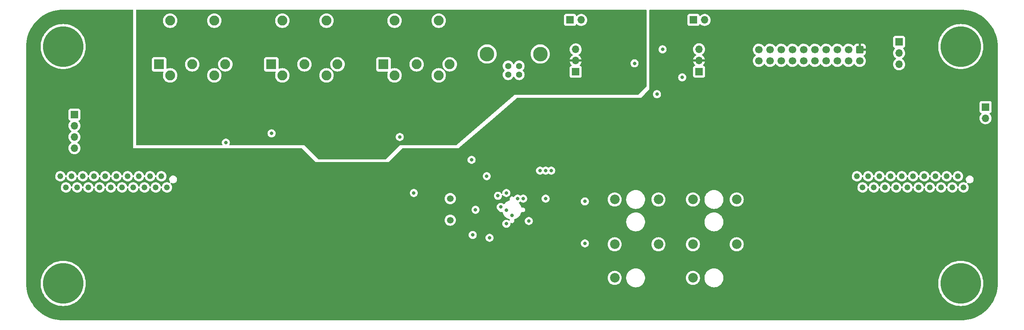
<source format=gbr>
%TF.GenerationSoftware,KiCad,Pcbnew,(6.0.6-0)*%
%TF.CreationDate,2022-07-07T15:16:10+02:00*%
%TF.ProjectId,hoatzin,686f6174-7a69-46e2-9e6b-696361645f70,rev?*%
%TF.SameCoordinates,Original*%
%TF.FileFunction,Copper,L3,Inr*%
%TF.FilePolarity,Positive*%
%FSLAX46Y46*%
G04 Gerber Fmt 4.6, Leading zero omitted, Abs format (unit mm)*
G04 Created by KiCad (PCBNEW (6.0.6-0)) date 2022-07-07 15:16:10*
%MOMM*%
%LPD*%
G01*
G04 APERTURE LIST*
G04 Aperture macros list*
%AMRoundRect*
0 Rectangle with rounded corners*
0 $1 Rounding radius*
0 $2 $3 $4 $5 $6 $7 $8 $9 X,Y pos of 4 corners*
0 Add a 4 corners polygon primitive as box body*
4,1,4,$2,$3,$4,$5,$6,$7,$8,$9,$2,$3,0*
0 Add four circle primitives for the rounded corners*
1,1,$1+$1,$2,$3*
1,1,$1+$1,$4,$5*
1,1,$1+$1,$6,$7*
1,1,$1+$1,$8,$9*
0 Add four rect primitives between the rounded corners*
20,1,$1+$1,$2,$3,$4,$5,0*
20,1,$1+$1,$4,$5,$6,$7,0*
20,1,$1+$1,$6,$7,$8,$9,0*
20,1,$1+$1,$8,$9,$2,$3,0*%
G04 Aperture macros list end*
%TA.AperFunction,ComponentPad*%
%ADD10R,1.700000X1.700000*%
%TD*%
%TA.AperFunction,ComponentPad*%
%ADD11O,1.700000X1.700000*%
%TD*%
%TA.AperFunction,ComponentPad*%
%ADD12C,9.200000*%
%TD*%
%TA.AperFunction,ComponentPad*%
%ADD13RoundRect,0.250000X-0.600000X0.600000X-0.600000X-0.600000X0.600000X-0.600000X0.600000X0.600000X0*%
%TD*%
%TA.AperFunction,ComponentPad*%
%ADD14C,1.700000*%
%TD*%
%TA.AperFunction,ComponentPad*%
%ADD15C,1.500000*%
%TD*%
%TA.AperFunction,ComponentPad*%
%ADD16R,2.250000X2.250000*%
%TD*%
%TA.AperFunction,ComponentPad*%
%ADD17C,2.250000*%
%TD*%
%TA.AperFunction,ComponentPad*%
%ADD18C,3.316000*%
%TD*%
%TA.AperFunction,ComponentPad*%
%ADD19C,1.428000*%
%TD*%
%TA.AperFunction,ComponentPad*%
%ADD20C,1.320800*%
%TD*%
%TA.AperFunction,ComponentPad*%
%ADD21C,2.172000*%
%TD*%
%TA.AperFunction,ViaPad*%
%ADD22C,0.800000*%
%TD*%
G04 APERTURE END LIST*
D10*
%TO.N,3.3V_REG*%
%TO.C,J11*%
X184597000Y-65197000D03*
D11*
%TO.N,+3V3*%
X184597000Y-62657000D03*
%TO.N,3.3V_EXT*%
X184597000Y-60117000D03*
%TD*%
D12*
%TO.N,GND*%
%TO.C,H3*%
X40640000Y-113220000D03*
%TD*%
D13*
%TO.N,+3V3*%
%TO.C,J7*%
X220980000Y-60207500D03*
D14*
%TO.N,unconnected-(J7-Pad2)*%
X220980000Y-62747500D03*
%TO.N,unconnected-(J7-Pad3)*%
X218440000Y-60207500D03*
%TO.N,GND*%
X218440000Y-62747500D03*
%TO.N,unconnected-(J7-Pad5)*%
X215900000Y-60207500D03*
%TO.N,GND*%
X215900000Y-62747500D03*
%TO.N,JTMS_SWDIO*%
X213360000Y-60207500D03*
%TO.N,GND*%
X213360000Y-62747500D03*
%TO.N,JTCK_SWCLK*%
X210820000Y-60207500D03*
%TO.N,GND*%
X210820000Y-62747500D03*
%TO.N,unconnected-(J7-Pad11)*%
X208280000Y-60207500D03*
%TO.N,GND*%
X208280000Y-62747500D03*
%TO.N,JTDO_SWO*%
X205740000Y-60207500D03*
%TO.N,GND*%
X205740000Y-62747500D03*
%TO.N,NRST*%
X203200000Y-60207500D03*
%TO.N,GND*%
X203200000Y-62747500D03*
%TO.N,unconnected-(J7-Pad17)*%
X200660000Y-60207500D03*
%TO.N,GND*%
X200660000Y-62747500D03*
%TO.N,unconnected-(J7-Pad19)*%
X198120000Y-60207500D03*
%TO.N,GND*%
X198120000Y-62747500D03*
%TD*%
D15*
%TO.N,Net-(C2-Pad2)*%
%TO.C,e1*%
X128270000Y-93979998D03*
%TO.N,Net-(C3-Pad2)*%
X128270000Y-98859998D03*
%TD*%
D16*
%TO.N,unconnected-(J4-Pad1)*%
%TO.C,J4*%
X62350000Y-63529000D03*
D17*
%TO.N,GND*%
X69850000Y-63529000D03*
%TO.N,unconnected-(J4-Pad3)*%
X77350000Y-63529000D03*
%TO.N,Net-(J4-Pad4)*%
X64850000Y-66029000D03*
%TO.N,Net-(J4-Pad5)*%
X74850000Y-66029000D03*
%TO.N,N/C*%
X64850000Y-53629000D03*
X74850000Y-53629000D03*
%TD*%
D10*
%TO.N,GND*%
%TO.C,J16*%
X249450000Y-73210000D03*
D11*
%TO.N,NRST*%
X249450000Y-75750000D03*
%TD*%
D12*
%TO.N,GND*%
%TO.C,H1*%
X40640000Y-59500000D03*
%TD*%
D10*
%TO.N,Net-(J10-Pad1)*%
%TO.C,J10*%
X229870000Y-58435000D03*
D11*
%TO.N,BOOT0*%
X229870000Y-60975000D03*
%TO.N,Net-(J10-Pad3)*%
X229870000Y-63515000D03*
%TD*%
D12*
%TO.N,GND*%
%TO.C,H2*%
X243840000Y-113220000D03*
%TD*%
D10*
%TO.N,USB_VBUS*%
%TO.C,J14*%
X156657000Y-65212000D03*
D11*
%TO.N,+5V*%
X156657000Y-62672000D03*
%TO.N,5V_EXT*%
X156657000Y-60132000D03*
%TD*%
D10*
%TO.N,3.3V_EXT*%
%TO.C,J13*%
X183327000Y-53462000D03*
D11*
%TO.N,GND*%
X185867000Y-53462000D03*
%TD*%
D12*
%TO.N,GND*%
%TO.C,H4*%
X243840000Y-59500000D03*
%TD*%
D16*
%TO.N,unconnected-(J3-Pad1)*%
%TO.C,J3*%
X113150000Y-63529000D03*
D17*
%TO.N,unconnected-(J3-Pad2)*%
X120650000Y-63529000D03*
%TO.N,unconnected-(J3-Pad3)*%
X128150000Y-63529000D03*
%TO.N,Net-(J3-Pad4)*%
X115650000Y-66029000D03*
%TO.N,Net-(D1-Pad2)*%
X125650000Y-66029000D03*
%TO.N,N/C*%
X115650000Y-53629000D03*
X125650000Y-53629000D03*
%TD*%
D10*
%TO.N,5V_EXT*%
%TO.C,J12*%
X155387000Y-53462000D03*
D11*
%TO.N,GND*%
X157927000Y-53462000D03*
%TD*%
D18*
%TO.N,GND*%
%TO.C,J6*%
X136601000Y-61176000D03*
X148641000Y-61176000D03*
D19*
%TO.N,USB_VBUS*%
X141371000Y-65886000D03*
%TO.N,USB_OTG_FS_D-*%
X143871000Y-65886000D03*
%TO.N,USB_OTG_FS_D+*%
X143871000Y-63886000D03*
%TO.N,GND*%
X141371000Y-63886000D03*
%TD*%
D16*
%TO.N,unconnected-(J5-Pad1)*%
%TO.C,J5*%
X87750000Y-63529000D03*
D17*
%TO.N,GND*%
X95250000Y-63529000D03*
%TO.N,unconnected-(J5-Pad3)*%
X102750000Y-63529000D03*
%TO.N,Net-(J5-Pad4)*%
X90250000Y-66029000D03*
%TO.N,Net-(J5-Pad5)*%
X100250000Y-66029000D03*
%TO.N,N/C*%
X90250000Y-53629000D03*
X100250000Y-53629000D03*
%TD*%
D20*
%TO.N,K_R_MK5*%
%TO.C,J2*%
X220345000Y-88900000D03*
%TO.N,K_R_T0*%
X221615000Y-91440000D03*
%TO.N,K_R_BR5*%
X222885000Y-88900000D03*
%TO.N,K_R_T1*%
X224155000Y-91440000D03*
%TO.N,K_R_MK6*%
X225425000Y-88900000D03*
%TO.N,K_R_T2*%
X226695000Y-91440000D03*
%TO.N,K_R_BR6*%
X227965000Y-88900000D03*
%TO.N,K_R_T3*%
X229235000Y-91440000D03*
%TO.N,K_R_MK7*%
X230505000Y-88900000D03*
%TO.N,K_R_T4*%
X231775000Y-91440000D03*
%TO.N,K_R_BR7*%
X233045000Y-88900000D03*
%TO.N,K_R_T5*%
X234315000Y-91440000D03*
%TO.N,K_R_MK8*%
X235585000Y-88900000D03*
%TO.N,K_R_T6*%
X236855000Y-91440000D03*
%TO.N,K_R_BR8*%
X238125000Y-88900000D03*
%TO.N,K_R_T7*%
X239395000Y-91440000D03*
%TO.N,K_R_MK9*%
X240665000Y-88900000D03*
%TO.N,K_R_BR10*%
X241935000Y-91440000D03*
%TO.N,K_R_BR9*%
X243205000Y-88900000D03*
%TO.N,K_R_MK10*%
X244475000Y-91440000D03*
%TD*%
D21*
%TO.N,unconnected-(J9-PadR1)*%
%TO.C,J9*%
X183210000Y-104343000D03*
%TO.N,unconnected-(J9-PadRB1)*%
X193116000Y-104343000D03*
%TO.N,GND*%
X183210000Y-111963000D03*
%TO.N,TRS2_T*%
X183210000Y-94183000D03*
%TO.N,unconnected-(J9-PadTB1)*%
X193116000Y-94183000D03*
%TD*%
%TO.N,TRS1_R*%
%TO.C,J8*%
X165490000Y-104343000D03*
%TO.N,unconnected-(J8-PadRB1)*%
X175396000Y-104343000D03*
%TO.N,GND*%
X165490000Y-111963000D03*
%TO.N,TRS1_T*%
X165490000Y-94183000D03*
%TO.N,unconnected-(J8-PadTB1)*%
X175396000Y-94183000D03*
%TD*%
D10*
%TO.N,Aftertouch*%
%TO.C,J15*%
X43180000Y-74930000D03*
D11*
%TO.N,unconnected-(J15-Pad2)*%
X43180000Y-77470000D03*
%TO.N,unconnected-(J15-Pad3)*%
X43180000Y-80010000D03*
%TO.N,GND*%
X43180000Y-82550000D03*
%TD*%
D20*
%TO.N,K_L_MK0*%
%TO.C,J1*%
X40005000Y-88900000D03*
%TO.N,K_L_T0*%
X41275000Y-91440000D03*
%TO.N,K_L_BR0*%
X42545000Y-88900000D03*
%TO.N,K_L_T1*%
X43815000Y-91440000D03*
%TO.N,K_L_MK1*%
X45085000Y-88900000D03*
%TO.N,K_L_T2*%
X46355000Y-91440000D03*
%TO.N,K_L_BR1*%
X47625000Y-88900000D03*
%TO.N,K_L_T3*%
X48895000Y-91440000D03*
%TO.N,K_L_MK2*%
X50165000Y-88900000D03*
%TO.N,K_L_T4*%
X51435000Y-91440000D03*
%TO.N,K_L_BR2*%
X52705000Y-88900000D03*
%TO.N,K_L_T5*%
X53975000Y-91440000D03*
%TO.N,K_L_MK3*%
X55245000Y-88900000D03*
%TO.N,K_L_T6*%
X56515000Y-91440000D03*
%TO.N,K_L_BR3*%
X57785000Y-88900000D03*
%TO.N,K_L_T7*%
X59055000Y-91440000D03*
%TO.N,K_L_MK4*%
X60325000Y-88900000D03*
%TO.N,unconnected-(J1-Pad18)*%
X61595000Y-91440000D03*
%TO.N,K_L_BR4*%
X62865000Y-88900000D03*
%TO.N,unconnected-(J1-Pad20)*%
X64135000Y-91440000D03*
%TD*%
D22*
%TO.N,GND*%
X87822000Y-79183000D03*
X149860000Y-93980000D03*
X176342000Y-60132000D03*
X120015000Y-92710000D03*
X175072000Y-70292000D03*
X158750000Y-94615000D03*
X158750000Y-104140000D03*
X146050000Y-99060000D03*
X140970000Y-99695000D03*
X180787000Y-66482000D03*
X136525000Y-88900000D03*
X169992000Y-63307000D03*
X116840000Y-80010000D03*
%TO.N,+5V*%
X106045000Y-78105000D03*
X95250000Y-78740000D03*
X75565000Y-74295000D03*
X63500000Y-80010000D03*
%TO.N,JTMS_SWDIO*%
X151130000Y-87630000D03*
%TO.N,JTCK_SWCLK*%
X148590000Y-87630000D03*
%TO.N,JTDO_SWO*%
X149860000Y-87630000D03*
%TO.N,NRST*%
X139065000Y-93345000D03*
%TO.N,TRS1_R*%
X140970000Y-96609500D03*
%TO.N,TRS1_T*%
X139700000Y-95885000D03*
%TO.N,TRS2_T*%
X142240000Y-97790000D03*
%TO.N,+3V3*%
X161290000Y-90805000D03*
X233680000Y-70485000D03*
X52705000Y-107950000D03*
X150495000Y-92075000D03*
X46990000Y-72390000D03*
X146050000Y-104775000D03*
X235585000Y-64770000D03*
X232410000Y-110490000D03*
X160020000Y-100965000D03*
X87630000Y-84455000D03*
X179070000Y-92075000D03*
X136525000Y-90805000D03*
X133985000Y-104140000D03*
X183327000Y-69657000D03*
X52705000Y-63500000D03*
%TO.N,MIDI_UART_RX*%
X133096000Y-85185980D03*
X137160000Y-102870000D03*
%TO.N,USB_OTG_FS_D+*%
X144780000Y-93980000D03*
%TO.N,USB_OTG_FS_D-*%
X143510000Y-93980000D03*
%TO.N,MIDI_UART_TX*%
X133350000Y-102235000D03*
X77470000Y-81280000D03*
%TO.N,BOOT0*%
X140970000Y-92710000D03*
%TO.N,Aftertouch*%
X133985000Y-96520000D03*
%TD*%
%TA.AperFunction,Conductor*%
%TO.N,+5V*%
G36*
X172662121Y-51138502D02*
G01*
X172708614Y-51192158D01*
X172720000Y-51244500D01*
X172720000Y-68527810D01*
X172699998Y-68595931D01*
X172683095Y-68616905D01*
X170851905Y-70448095D01*
X170789593Y-70482121D01*
X170762810Y-70485000D01*
X142875000Y-70485000D01*
X129601732Y-81862087D01*
X129575390Y-81884666D01*
X129510651Y-81913812D01*
X129493390Y-81915000D01*
X116840000Y-81915000D01*
X113701905Y-85053095D01*
X113639593Y-85087121D01*
X113612810Y-85090000D01*
X98477190Y-85090000D01*
X98409069Y-85069998D01*
X98388095Y-85053095D01*
X95250000Y-81915000D01*
X78370666Y-81915000D01*
X78302545Y-81894998D01*
X78256052Y-81841342D01*
X78245948Y-81771068D01*
X78261547Y-81726000D01*
X78301223Y-81657279D01*
X78301224Y-81657278D01*
X78304527Y-81651556D01*
X78363542Y-81469928D01*
X78383504Y-81280000D01*
X78363542Y-81090072D01*
X78304527Y-80908444D01*
X78209040Y-80743056D01*
X78163744Y-80692749D01*
X78085675Y-80606045D01*
X78085674Y-80606044D01*
X78081253Y-80601134D01*
X77926752Y-80488882D01*
X77920724Y-80486198D01*
X77920722Y-80486197D01*
X77758319Y-80413891D01*
X77758318Y-80413891D01*
X77752288Y-80411206D01*
X77639721Y-80387279D01*
X77571944Y-80372872D01*
X77571939Y-80372872D01*
X77565487Y-80371500D01*
X77374513Y-80371500D01*
X77368061Y-80372872D01*
X77368056Y-80372872D01*
X77300279Y-80387279D01*
X77187712Y-80411206D01*
X77181682Y-80413891D01*
X77181681Y-80413891D01*
X77019278Y-80486197D01*
X77019276Y-80486198D01*
X77013248Y-80488882D01*
X76858747Y-80601134D01*
X76854326Y-80606044D01*
X76854325Y-80606045D01*
X76776257Y-80692749D01*
X76730960Y-80743056D01*
X76635473Y-80908444D01*
X76576458Y-81090072D01*
X76556496Y-81280000D01*
X76576458Y-81469928D01*
X76635473Y-81651556D01*
X76638776Y-81657278D01*
X76638777Y-81657279D01*
X76678453Y-81726000D01*
X76695191Y-81794996D01*
X76671970Y-81862087D01*
X76616163Y-81905974D01*
X76569334Y-81915000D01*
X57276000Y-81915000D01*
X57207879Y-81894998D01*
X57161386Y-81841342D01*
X57150000Y-81789000D01*
X57150000Y-79183000D01*
X86908496Y-79183000D01*
X86928458Y-79372928D01*
X86987473Y-79554556D01*
X87082960Y-79719944D01*
X87087378Y-79724851D01*
X87087379Y-79724852D01*
X87179025Y-79826635D01*
X87210747Y-79861866D01*
X87365248Y-79974118D01*
X87371276Y-79976802D01*
X87371278Y-79976803D01*
X87533681Y-80049109D01*
X87539712Y-80051794D01*
X87633113Y-80071647D01*
X87720056Y-80090128D01*
X87720061Y-80090128D01*
X87726513Y-80091500D01*
X87917487Y-80091500D01*
X87923939Y-80090128D01*
X87923944Y-80090128D01*
X88010887Y-80071647D01*
X88104288Y-80051794D01*
X88110319Y-80049109D01*
X88198160Y-80010000D01*
X115926496Y-80010000D01*
X115946458Y-80199928D01*
X116005473Y-80381556D01*
X116100960Y-80546944D01*
X116105378Y-80551851D01*
X116105379Y-80551852D01*
X116149753Y-80601134D01*
X116228747Y-80688866D01*
X116383248Y-80801118D01*
X116389276Y-80803802D01*
X116389278Y-80803803D01*
X116551681Y-80876109D01*
X116557712Y-80878794D01*
X116651112Y-80898647D01*
X116738056Y-80917128D01*
X116738061Y-80917128D01*
X116744513Y-80918500D01*
X116935487Y-80918500D01*
X116941939Y-80917128D01*
X116941944Y-80917128D01*
X117028888Y-80898647D01*
X117122288Y-80878794D01*
X117128319Y-80876109D01*
X117290722Y-80803803D01*
X117290724Y-80803802D01*
X117296752Y-80801118D01*
X117451253Y-80688866D01*
X117530247Y-80601134D01*
X117574621Y-80551852D01*
X117574622Y-80551851D01*
X117579040Y-80546944D01*
X117674527Y-80381556D01*
X117733542Y-80199928D01*
X117753504Y-80010000D01*
X117733542Y-79820072D01*
X117674527Y-79638444D01*
X117579040Y-79473056D01*
X117488885Y-79372928D01*
X117455675Y-79336045D01*
X117455674Y-79336044D01*
X117451253Y-79331134D01*
X117296752Y-79218882D01*
X117290724Y-79216198D01*
X117290722Y-79216197D01*
X117128319Y-79143891D01*
X117128318Y-79143891D01*
X117122288Y-79141206D01*
X117028887Y-79121353D01*
X116941944Y-79102872D01*
X116941939Y-79102872D01*
X116935487Y-79101500D01*
X116744513Y-79101500D01*
X116738061Y-79102872D01*
X116738056Y-79102872D01*
X116651113Y-79121353D01*
X116557712Y-79141206D01*
X116551682Y-79143891D01*
X116551681Y-79143891D01*
X116389278Y-79216197D01*
X116389276Y-79216198D01*
X116383248Y-79218882D01*
X116228747Y-79331134D01*
X116224326Y-79336044D01*
X116224325Y-79336045D01*
X116191116Y-79372928D01*
X116100960Y-79473056D01*
X116005473Y-79638444D01*
X115946458Y-79820072D01*
X115926496Y-80010000D01*
X88198160Y-80010000D01*
X88272722Y-79976803D01*
X88272724Y-79976802D01*
X88278752Y-79974118D01*
X88433253Y-79861866D01*
X88464975Y-79826635D01*
X88556621Y-79724852D01*
X88556622Y-79724851D01*
X88561040Y-79719944D01*
X88656527Y-79554556D01*
X88715542Y-79372928D01*
X88735504Y-79183000D01*
X88715542Y-78993072D01*
X88656527Y-78811444D01*
X88561040Y-78646056D01*
X88433253Y-78504134D01*
X88278752Y-78391882D01*
X88272724Y-78389198D01*
X88272722Y-78389197D01*
X88110319Y-78316891D01*
X88110318Y-78316891D01*
X88104288Y-78314206D01*
X88010888Y-78294353D01*
X87923944Y-78275872D01*
X87923939Y-78275872D01*
X87917487Y-78274500D01*
X87726513Y-78274500D01*
X87720061Y-78275872D01*
X87720056Y-78275872D01*
X87633112Y-78294353D01*
X87539712Y-78314206D01*
X87533682Y-78316891D01*
X87533681Y-78316891D01*
X87371278Y-78389197D01*
X87371276Y-78389198D01*
X87365248Y-78391882D01*
X87210747Y-78504134D01*
X87082960Y-78646056D01*
X86987473Y-78811444D01*
X86928458Y-78993072D01*
X86908496Y-79183000D01*
X57150000Y-79183000D01*
X57150000Y-64702134D01*
X60716500Y-64702134D01*
X60723255Y-64764316D01*
X60774385Y-64900705D01*
X60861739Y-65017261D01*
X60978295Y-65104615D01*
X61114684Y-65155745D01*
X61176866Y-65162500D01*
X63252256Y-65162500D01*
X63320377Y-65182502D01*
X63366870Y-65236158D01*
X63376974Y-65306432D01*
X63368666Y-65336715D01*
X63291645Y-65522660D01*
X63290490Y-65527472D01*
X63255575Y-65672904D01*
X63231622Y-65772674D01*
X63211449Y-66029000D01*
X63231622Y-66285326D01*
X63232776Y-66290133D01*
X63232777Y-66290139D01*
X63238960Y-66315891D01*
X63291645Y-66535340D01*
X63293538Y-66539911D01*
X63293539Y-66539913D01*
X63351029Y-66678705D01*
X63390040Y-66772887D01*
X63524384Y-66992116D01*
X63691369Y-67187631D01*
X63886884Y-67354616D01*
X64106113Y-67488960D01*
X64110683Y-67490853D01*
X64110687Y-67490855D01*
X64339087Y-67585461D01*
X64343660Y-67587355D01*
X64430502Y-67608204D01*
X64588861Y-67646223D01*
X64588867Y-67646224D01*
X64593674Y-67647378D01*
X64850000Y-67667551D01*
X65106326Y-67647378D01*
X65111133Y-67646224D01*
X65111139Y-67646223D01*
X65269498Y-67608204D01*
X65356340Y-67587355D01*
X65360913Y-67585461D01*
X65589313Y-67490855D01*
X65589317Y-67490853D01*
X65593887Y-67488960D01*
X65813116Y-67354616D01*
X66008631Y-67187631D01*
X66175616Y-66992116D01*
X66309960Y-66772887D01*
X66348972Y-66678705D01*
X66406461Y-66539913D01*
X66406462Y-66539911D01*
X66408355Y-66535340D01*
X66461040Y-66315891D01*
X66467223Y-66290139D01*
X66467224Y-66290133D01*
X66468378Y-66285326D01*
X66488551Y-66029000D01*
X73211449Y-66029000D01*
X73231622Y-66285326D01*
X73232776Y-66290133D01*
X73232777Y-66290139D01*
X73238960Y-66315891D01*
X73291645Y-66535340D01*
X73293538Y-66539911D01*
X73293539Y-66539913D01*
X73351029Y-66678705D01*
X73390040Y-66772887D01*
X73524384Y-66992116D01*
X73691369Y-67187631D01*
X73886884Y-67354616D01*
X74106113Y-67488960D01*
X74110683Y-67490853D01*
X74110687Y-67490855D01*
X74339087Y-67585461D01*
X74343660Y-67587355D01*
X74430502Y-67608204D01*
X74588861Y-67646223D01*
X74588867Y-67646224D01*
X74593674Y-67647378D01*
X74850000Y-67667551D01*
X75106326Y-67647378D01*
X75111133Y-67646224D01*
X75111139Y-67646223D01*
X75269498Y-67608204D01*
X75356340Y-67587355D01*
X75360913Y-67585461D01*
X75589313Y-67490855D01*
X75589317Y-67490853D01*
X75593887Y-67488960D01*
X75813116Y-67354616D01*
X76008631Y-67187631D01*
X76175616Y-66992116D01*
X76309960Y-66772887D01*
X76348972Y-66678705D01*
X76406461Y-66539913D01*
X76406462Y-66539911D01*
X76408355Y-66535340D01*
X76461040Y-66315891D01*
X76467223Y-66290139D01*
X76467224Y-66290133D01*
X76468378Y-66285326D01*
X76488551Y-66029000D01*
X76468378Y-65772674D01*
X76444426Y-65672904D01*
X76409510Y-65527472D01*
X76408355Y-65522660D01*
X76391208Y-65481263D01*
X76311855Y-65289687D01*
X76311853Y-65289683D01*
X76309960Y-65285113D01*
X76175616Y-65065884D01*
X76008631Y-64870369D01*
X75813116Y-64703384D01*
X75593887Y-64569040D01*
X75589317Y-64567147D01*
X75589313Y-64567145D01*
X75360913Y-64472539D01*
X75360911Y-64472538D01*
X75356340Y-64470645D01*
X75269498Y-64449796D01*
X75111139Y-64411777D01*
X75111133Y-64411776D01*
X75106326Y-64410622D01*
X74850000Y-64390449D01*
X74593674Y-64410622D01*
X74588867Y-64411776D01*
X74588861Y-64411777D01*
X74430502Y-64449796D01*
X74343660Y-64470645D01*
X74339089Y-64472538D01*
X74339087Y-64472539D01*
X74110687Y-64567145D01*
X74110683Y-64567147D01*
X74106113Y-64569040D01*
X73886884Y-64703384D01*
X73691369Y-64870369D01*
X73524384Y-65065884D01*
X73390040Y-65285113D01*
X73388147Y-65289683D01*
X73388145Y-65289687D01*
X73308792Y-65481263D01*
X73291645Y-65522660D01*
X73290490Y-65527472D01*
X73255575Y-65672904D01*
X73231622Y-65772674D01*
X73211449Y-66029000D01*
X66488551Y-66029000D01*
X66468378Y-65772674D01*
X66444426Y-65672904D01*
X66409510Y-65527472D01*
X66408355Y-65522660D01*
X66391208Y-65481263D01*
X66311855Y-65289687D01*
X66311853Y-65289683D01*
X66309960Y-65285113D01*
X66175616Y-65065884D01*
X66008631Y-64870369D01*
X65813116Y-64703384D01*
X65593887Y-64569040D01*
X65589317Y-64567147D01*
X65589313Y-64567145D01*
X65360913Y-64472539D01*
X65360911Y-64472538D01*
X65356340Y-64470645D01*
X65269498Y-64449796D01*
X65111139Y-64411777D01*
X65111133Y-64411776D01*
X65106326Y-64410622D01*
X64850000Y-64390449D01*
X64593674Y-64410622D01*
X64588867Y-64411776D01*
X64588861Y-64411777D01*
X64430502Y-64449796D01*
X64343660Y-64470645D01*
X64157717Y-64547665D01*
X64087128Y-64555254D01*
X64023641Y-64523475D01*
X63987414Y-64462417D01*
X63983500Y-64431256D01*
X63983500Y-63529000D01*
X68211449Y-63529000D01*
X68231622Y-63785326D01*
X68232776Y-63790133D01*
X68232777Y-63790139D01*
X68257106Y-63891475D01*
X68291645Y-64035340D01*
X68293538Y-64039911D01*
X68293539Y-64039913D01*
X68384512Y-64259540D01*
X68390040Y-64272887D01*
X68524384Y-64492116D01*
X68691369Y-64687631D01*
X68886884Y-64854616D01*
X69106113Y-64988960D01*
X69110683Y-64990853D01*
X69110687Y-64990855D01*
X69291824Y-65065884D01*
X69343660Y-65087355D01*
X69384626Y-65097190D01*
X69588861Y-65146223D01*
X69588867Y-65146224D01*
X69593674Y-65147378D01*
X69850000Y-65167551D01*
X70106326Y-65147378D01*
X70111133Y-65146224D01*
X70111139Y-65146223D01*
X70315374Y-65097190D01*
X70356340Y-65087355D01*
X70408176Y-65065884D01*
X70589313Y-64990855D01*
X70589317Y-64990853D01*
X70593887Y-64988960D01*
X70813116Y-64854616D01*
X71008631Y-64687631D01*
X71175616Y-64492116D01*
X71309960Y-64272887D01*
X71315489Y-64259540D01*
X71406461Y-64039913D01*
X71406462Y-64039911D01*
X71408355Y-64035340D01*
X71442894Y-63891475D01*
X71467223Y-63790139D01*
X71467224Y-63790133D01*
X71468378Y-63785326D01*
X71488551Y-63529000D01*
X75711449Y-63529000D01*
X75731622Y-63785326D01*
X75732776Y-63790133D01*
X75732777Y-63790139D01*
X75757106Y-63891475D01*
X75791645Y-64035340D01*
X75793538Y-64039911D01*
X75793539Y-64039913D01*
X75884512Y-64259540D01*
X75890040Y-64272887D01*
X76024384Y-64492116D01*
X76191369Y-64687631D01*
X76386884Y-64854616D01*
X76606113Y-64988960D01*
X76610683Y-64990853D01*
X76610687Y-64990855D01*
X76791824Y-65065884D01*
X76843660Y-65087355D01*
X76884626Y-65097190D01*
X77088861Y-65146223D01*
X77088867Y-65146224D01*
X77093674Y-65147378D01*
X77350000Y-65167551D01*
X77606326Y-65147378D01*
X77611133Y-65146224D01*
X77611139Y-65146223D01*
X77815374Y-65097190D01*
X77856340Y-65087355D01*
X77908176Y-65065884D01*
X78089313Y-64990855D01*
X78089317Y-64990853D01*
X78093887Y-64988960D01*
X78313116Y-64854616D01*
X78491650Y-64702134D01*
X86116500Y-64702134D01*
X86123255Y-64764316D01*
X86174385Y-64900705D01*
X86261739Y-65017261D01*
X86378295Y-65104615D01*
X86514684Y-65155745D01*
X86576866Y-65162500D01*
X88652256Y-65162500D01*
X88720377Y-65182502D01*
X88766870Y-65236158D01*
X88776974Y-65306432D01*
X88768666Y-65336715D01*
X88691645Y-65522660D01*
X88690490Y-65527472D01*
X88655575Y-65672904D01*
X88631622Y-65772674D01*
X88611449Y-66029000D01*
X88631622Y-66285326D01*
X88632776Y-66290133D01*
X88632777Y-66290139D01*
X88638960Y-66315891D01*
X88691645Y-66535340D01*
X88693538Y-66539911D01*
X88693539Y-66539913D01*
X88751029Y-66678705D01*
X88790040Y-66772887D01*
X88924384Y-66992116D01*
X89091369Y-67187631D01*
X89286884Y-67354616D01*
X89506113Y-67488960D01*
X89510683Y-67490853D01*
X89510687Y-67490855D01*
X89739087Y-67585461D01*
X89743660Y-67587355D01*
X89830502Y-67608204D01*
X89988861Y-67646223D01*
X89988867Y-67646224D01*
X89993674Y-67647378D01*
X90250000Y-67667551D01*
X90506326Y-67647378D01*
X90511133Y-67646224D01*
X90511139Y-67646223D01*
X90669498Y-67608204D01*
X90756340Y-67587355D01*
X90760913Y-67585461D01*
X90989313Y-67490855D01*
X90989317Y-67490853D01*
X90993887Y-67488960D01*
X91213116Y-67354616D01*
X91408631Y-67187631D01*
X91575616Y-66992116D01*
X91709960Y-66772887D01*
X91748972Y-66678705D01*
X91806461Y-66539913D01*
X91806462Y-66539911D01*
X91808355Y-66535340D01*
X91861040Y-66315891D01*
X91867223Y-66290139D01*
X91867224Y-66290133D01*
X91868378Y-66285326D01*
X91888551Y-66029000D01*
X98611449Y-66029000D01*
X98631622Y-66285326D01*
X98632776Y-66290133D01*
X98632777Y-66290139D01*
X98638960Y-66315891D01*
X98691645Y-66535340D01*
X98693538Y-66539911D01*
X98693539Y-66539913D01*
X98751029Y-66678705D01*
X98790040Y-66772887D01*
X98924384Y-66992116D01*
X99091369Y-67187631D01*
X99286884Y-67354616D01*
X99506113Y-67488960D01*
X99510683Y-67490853D01*
X99510687Y-67490855D01*
X99739087Y-67585461D01*
X99743660Y-67587355D01*
X99830502Y-67608204D01*
X99988861Y-67646223D01*
X99988867Y-67646224D01*
X99993674Y-67647378D01*
X100250000Y-67667551D01*
X100506326Y-67647378D01*
X100511133Y-67646224D01*
X100511139Y-67646223D01*
X100669498Y-67608204D01*
X100756340Y-67587355D01*
X100760913Y-67585461D01*
X100989313Y-67490855D01*
X100989317Y-67490853D01*
X100993887Y-67488960D01*
X101213116Y-67354616D01*
X101408631Y-67187631D01*
X101575616Y-66992116D01*
X101709960Y-66772887D01*
X101748972Y-66678705D01*
X101806461Y-66539913D01*
X101806462Y-66539911D01*
X101808355Y-66535340D01*
X101861040Y-66315891D01*
X101867223Y-66290139D01*
X101867224Y-66290133D01*
X101868378Y-66285326D01*
X101888551Y-66029000D01*
X101868378Y-65772674D01*
X101844426Y-65672904D01*
X101809510Y-65527472D01*
X101808355Y-65522660D01*
X101791208Y-65481263D01*
X101711855Y-65289687D01*
X101711853Y-65289683D01*
X101709960Y-65285113D01*
X101575616Y-65065884D01*
X101408631Y-64870369D01*
X101213116Y-64703384D01*
X100993887Y-64569040D01*
X100989317Y-64567147D01*
X100989313Y-64567145D01*
X100760913Y-64472539D01*
X100760911Y-64472538D01*
X100756340Y-64470645D01*
X100669498Y-64449796D01*
X100511139Y-64411777D01*
X100511133Y-64411776D01*
X100506326Y-64410622D01*
X100250000Y-64390449D01*
X99993674Y-64410622D01*
X99988867Y-64411776D01*
X99988861Y-64411777D01*
X99830502Y-64449796D01*
X99743660Y-64470645D01*
X99739089Y-64472538D01*
X99739087Y-64472539D01*
X99510687Y-64567145D01*
X99510683Y-64567147D01*
X99506113Y-64569040D01*
X99286884Y-64703384D01*
X99091369Y-64870369D01*
X98924384Y-65065884D01*
X98790040Y-65285113D01*
X98788147Y-65289683D01*
X98788145Y-65289687D01*
X98708792Y-65481263D01*
X98691645Y-65522660D01*
X98690490Y-65527472D01*
X98655575Y-65672904D01*
X98631622Y-65772674D01*
X98611449Y-66029000D01*
X91888551Y-66029000D01*
X91868378Y-65772674D01*
X91844426Y-65672904D01*
X91809510Y-65527472D01*
X91808355Y-65522660D01*
X91791208Y-65481263D01*
X91711855Y-65289687D01*
X91711853Y-65289683D01*
X91709960Y-65285113D01*
X91575616Y-65065884D01*
X91408631Y-64870369D01*
X91213116Y-64703384D01*
X90993887Y-64569040D01*
X90989317Y-64567147D01*
X90989313Y-64567145D01*
X90760913Y-64472539D01*
X90760911Y-64472538D01*
X90756340Y-64470645D01*
X90669498Y-64449796D01*
X90511139Y-64411777D01*
X90511133Y-64411776D01*
X90506326Y-64410622D01*
X90250000Y-64390449D01*
X89993674Y-64410622D01*
X89988867Y-64411776D01*
X89988861Y-64411777D01*
X89830502Y-64449796D01*
X89743660Y-64470645D01*
X89557717Y-64547665D01*
X89487128Y-64555254D01*
X89423641Y-64523475D01*
X89387414Y-64462417D01*
X89383500Y-64431256D01*
X89383500Y-63529000D01*
X93611449Y-63529000D01*
X93631622Y-63785326D01*
X93632776Y-63790133D01*
X93632777Y-63790139D01*
X93657106Y-63891475D01*
X93691645Y-64035340D01*
X93693538Y-64039911D01*
X93693539Y-64039913D01*
X93784512Y-64259540D01*
X93790040Y-64272887D01*
X93924384Y-64492116D01*
X94091369Y-64687631D01*
X94286884Y-64854616D01*
X94506113Y-64988960D01*
X94510683Y-64990853D01*
X94510687Y-64990855D01*
X94691824Y-65065884D01*
X94743660Y-65087355D01*
X94784626Y-65097190D01*
X94988861Y-65146223D01*
X94988867Y-65146224D01*
X94993674Y-65147378D01*
X95250000Y-65167551D01*
X95506326Y-65147378D01*
X95511133Y-65146224D01*
X95511139Y-65146223D01*
X95715374Y-65097190D01*
X95756340Y-65087355D01*
X95808176Y-65065884D01*
X95989313Y-64990855D01*
X95989317Y-64990853D01*
X95993887Y-64988960D01*
X96213116Y-64854616D01*
X96408631Y-64687631D01*
X96575616Y-64492116D01*
X96709960Y-64272887D01*
X96715489Y-64259540D01*
X96806461Y-64039913D01*
X96806462Y-64039911D01*
X96808355Y-64035340D01*
X96842894Y-63891475D01*
X96867223Y-63790139D01*
X96867224Y-63790133D01*
X96868378Y-63785326D01*
X96888551Y-63529000D01*
X101111449Y-63529000D01*
X101131622Y-63785326D01*
X101132776Y-63790133D01*
X101132777Y-63790139D01*
X101157106Y-63891475D01*
X101191645Y-64035340D01*
X101193538Y-64039911D01*
X101193539Y-64039913D01*
X101284512Y-64259540D01*
X101290040Y-64272887D01*
X101424384Y-64492116D01*
X101591369Y-64687631D01*
X101786884Y-64854616D01*
X102006113Y-64988960D01*
X102010683Y-64990853D01*
X102010687Y-64990855D01*
X102191824Y-65065884D01*
X102243660Y-65087355D01*
X102284626Y-65097190D01*
X102488861Y-65146223D01*
X102488867Y-65146224D01*
X102493674Y-65147378D01*
X102750000Y-65167551D01*
X103006326Y-65147378D01*
X103011133Y-65146224D01*
X103011139Y-65146223D01*
X103215374Y-65097190D01*
X103256340Y-65087355D01*
X103308176Y-65065884D01*
X103489313Y-64990855D01*
X103489317Y-64990853D01*
X103493887Y-64988960D01*
X103713116Y-64854616D01*
X103891650Y-64702134D01*
X111516500Y-64702134D01*
X111523255Y-64764316D01*
X111574385Y-64900705D01*
X111661739Y-65017261D01*
X111778295Y-65104615D01*
X111914684Y-65155745D01*
X111976866Y-65162500D01*
X114052256Y-65162500D01*
X114120377Y-65182502D01*
X114166870Y-65236158D01*
X114176974Y-65306432D01*
X114168666Y-65336715D01*
X114091645Y-65522660D01*
X114090490Y-65527472D01*
X114055575Y-65672904D01*
X114031622Y-65772674D01*
X114011449Y-66029000D01*
X114031622Y-66285326D01*
X114032776Y-66290133D01*
X114032777Y-66290139D01*
X114038960Y-66315891D01*
X114091645Y-66535340D01*
X114093538Y-66539911D01*
X114093539Y-66539913D01*
X114151029Y-66678705D01*
X114190040Y-66772887D01*
X114324384Y-66992116D01*
X114491369Y-67187631D01*
X114686884Y-67354616D01*
X114906113Y-67488960D01*
X114910683Y-67490853D01*
X114910687Y-67490855D01*
X115139087Y-67585461D01*
X115143660Y-67587355D01*
X115230502Y-67608204D01*
X115388861Y-67646223D01*
X115388867Y-67646224D01*
X115393674Y-67647378D01*
X115650000Y-67667551D01*
X115906326Y-67647378D01*
X115911133Y-67646224D01*
X115911139Y-67646223D01*
X116069498Y-67608204D01*
X116156340Y-67587355D01*
X116160913Y-67585461D01*
X116389313Y-67490855D01*
X116389317Y-67490853D01*
X116393887Y-67488960D01*
X116613116Y-67354616D01*
X116808631Y-67187631D01*
X116975616Y-66992116D01*
X117109960Y-66772887D01*
X117148972Y-66678705D01*
X117206461Y-66539913D01*
X117206462Y-66539911D01*
X117208355Y-66535340D01*
X117261040Y-66315891D01*
X117267223Y-66290139D01*
X117267224Y-66290133D01*
X117268378Y-66285326D01*
X117288551Y-66029000D01*
X124011449Y-66029000D01*
X124031622Y-66285326D01*
X124032776Y-66290133D01*
X124032777Y-66290139D01*
X124038960Y-66315891D01*
X124091645Y-66535340D01*
X124093538Y-66539911D01*
X124093539Y-66539913D01*
X124151029Y-66678705D01*
X124190040Y-66772887D01*
X124324384Y-66992116D01*
X124491369Y-67187631D01*
X124686884Y-67354616D01*
X124906113Y-67488960D01*
X124910683Y-67490853D01*
X124910687Y-67490855D01*
X125139087Y-67585461D01*
X125143660Y-67587355D01*
X125230502Y-67608204D01*
X125388861Y-67646223D01*
X125388867Y-67646224D01*
X125393674Y-67647378D01*
X125650000Y-67667551D01*
X125906326Y-67647378D01*
X125911133Y-67646224D01*
X125911139Y-67646223D01*
X126069498Y-67608204D01*
X126156340Y-67587355D01*
X126160913Y-67585461D01*
X126389313Y-67490855D01*
X126389317Y-67490853D01*
X126393887Y-67488960D01*
X126613116Y-67354616D01*
X126808631Y-67187631D01*
X126975616Y-66992116D01*
X127109960Y-66772887D01*
X127148972Y-66678705D01*
X127206461Y-66539913D01*
X127206462Y-66539911D01*
X127208355Y-66535340D01*
X127261040Y-66315891D01*
X127267223Y-66290139D01*
X127267224Y-66290133D01*
X127268378Y-66285326D01*
X127288551Y-66029000D01*
X127277297Y-65886000D01*
X140143830Y-65886000D01*
X140162473Y-66099096D01*
X140217837Y-66305717D01*
X140220159Y-66310697D01*
X140220160Y-66310699D01*
X140270234Y-66418081D01*
X140308240Y-66499585D01*
X140430933Y-66674810D01*
X140582190Y-66826067D01*
X140757415Y-66948760D01*
X140762393Y-66951081D01*
X140762396Y-66951083D01*
X140841348Y-66987899D01*
X140951283Y-67039163D01*
X140956591Y-67040585D01*
X140956593Y-67040586D01*
X141020994Y-67057842D01*
X141157904Y-67094527D01*
X141371000Y-67113170D01*
X141584096Y-67094527D01*
X141721006Y-67057842D01*
X141785407Y-67040586D01*
X141785409Y-67040585D01*
X141790717Y-67039163D01*
X141900652Y-66987899D01*
X141979604Y-66951083D01*
X141979607Y-66951081D01*
X141984585Y-66948760D01*
X142159810Y-66826067D01*
X142311067Y-66674810D01*
X142433760Y-66499585D01*
X142506805Y-66342941D01*
X142553723Y-66289656D01*
X142622000Y-66270195D01*
X142689960Y-66290737D01*
X142735195Y-66342941D01*
X142808240Y-66499585D01*
X142930933Y-66674810D01*
X143082190Y-66826067D01*
X143257415Y-66948760D01*
X143262393Y-66951081D01*
X143262396Y-66951083D01*
X143341348Y-66987899D01*
X143451283Y-67039163D01*
X143456591Y-67040585D01*
X143456593Y-67040586D01*
X143520994Y-67057842D01*
X143657904Y-67094527D01*
X143871000Y-67113170D01*
X144084096Y-67094527D01*
X144221006Y-67057842D01*
X144285407Y-67040586D01*
X144285409Y-67040585D01*
X144290717Y-67039163D01*
X144400652Y-66987899D01*
X144479604Y-66951083D01*
X144479607Y-66951081D01*
X144484585Y-66948760D01*
X144659810Y-66826067D01*
X144811067Y-66674810D01*
X144933760Y-66499585D01*
X144971767Y-66418081D01*
X145021840Y-66310699D01*
X145021841Y-66310697D01*
X145024163Y-66305717D01*
X145076569Y-66110134D01*
X155298500Y-66110134D01*
X155305255Y-66172316D01*
X155356385Y-66308705D01*
X155443739Y-66425261D01*
X155560295Y-66512615D01*
X155696684Y-66563745D01*
X155758866Y-66570500D01*
X157555134Y-66570500D01*
X157617316Y-66563745D01*
X157753705Y-66512615D01*
X157870261Y-66425261D01*
X157957615Y-66308705D01*
X158008745Y-66172316D01*
X158015500Y-66110134D01*
X158015500Y-64313866D01*
X158008745Y-64251684D01*
X157957615Y-64115295D01*
X157870261Y-63998739D01*
X157753705Y-63911385D01*
X157634687Y-63866767D01*
X157577923Y-63824125D01*
X157553223Y-63757564D01*
X157568430Y-63688215D01*
X157589977Y-63659535D01*
X157691052Y-63558812D01*
X157697730Y-63550965D01*
X157822003Y-63378020D01*
X157827313Y-63369183D01*
X157858046Y-63307000D01*
X169078496Y-63307000D01*
X169079186Y-63313565D01*
X169096812Y-63481263D01*
X169098458Y-63496928D01*
X169157473Y-63678556D01*
X169160776Y-63684278D01*
X169160777Y-63684279D01*
X169176718Y-63711889D01*
X169252960Y-63843944D01*
X169257378Y-63848851D01*
X169257379Y-63848852D01*
X169290827Y-63886000D01*
X169380747Y-63985866D01*
X169535248Y-64098118D01*
X169541276Y-64100802D01*
X169541278Y-64100803D01*
X169557688Y-64108109D01*
X169709712Y-64175794D01*
X169803113Y-64195647D01*
X169890056Y-64214128D01*
X169890061Y-64214128D01*
X169896513Y-64215500D01*
X170087487Y-64215500D01*
X170093939Y-64214128D01*
X170093944Y-64214128D01*
X170180887Y-64195647D01*
X170274288Y-64175794D01*
X170426312Y-64108109D01*
X170442722Y-64100803D01*
X170442724Y-64100802D01*
X170448752Y-64098118D01*
X170603253Y-63985866D01*
X170693173Y-63886000D01*
X170726621Y-63848852D01*
X170726622Y-63848851D01*
X170731040Y-63843944D01*
X170807282Y-63711889D01*
X170823223Y-63684279D01*
X170823224Y-63684278D01*
X170826527Y-63678556D01*
X170885542Y-63496928D01*
X170887189Y-63481263D01*
X170904814Y-63313565D01*
X170905504Y-63307000D01*
X170904271Y-63295264D01*
X170886232Y-63123635D01*
X170886232Y-63123633D01*
X170885542Y-63117072D01*
X170826527Y-62935444D01*
X170821075Y-62926000D01*
X170743957Y-62792429D01*
X170731040Y-62770056D01*
X170709467Y-62746096D01*
X170607675Y-62633045D01*
X170607674Y-62633044D01*
X170603253Y-62628134D01*
X170465468Y-62528027D01*
X170454094Y-62519763D01*
X170454093Y-62519762D01*
X170448752Y-62515882D01*
X170442724Y-62513198D01*
X170442722Y-62513197D01*
X170280319Y-62440891D01*
X170280318Y-62440891D01*
X170274288Y-62438206D01*
X170179227Y-62418000D01*
X170093944Y-62399872D01*
X170093939Y-62399872D01*
X170087487Y-62398500D01*
X169896513Y-62398500D01*
X169890061Y-62399872D01*
X169890056Y-62399872D01*
X169804773Y-62418000D01*
X169709712Y-62438206D01*
X169703682Y-62440891D01*
X169703681Y-62440891D01*
X169541278Y-62513197D01*
X169541276Y-62513198D01*
X169535248Y-62515882D01*
X169529907Y-62519762D01*
X169529906Y-62519763D01*
X169518532Y-62528027D01*
X169380747Y-62628134D01*
X169376326Y-62633044D01*
X169376325Y-62633045D01*
X169274534Y-62746096D01*
X169252960Y-62770056D01*
X169240043Y-62792429D01*
X169162926Y-62926000D01*
X169157473Y-62935444D01*
X169098458Y-63117072D01*
X169097768Y-63123633D01*
X169097768Y-63123635D01*
X169079729Y-63295264D01*
X169078496Y-63307000D01*
X157858046Y-63307000D01*
X157921670Y-63178267D01*
X157925469Y-63168672D01*
X157987377Y-62964910D01*
X157989555Y-62954837D01*
X157990986Y-62943962D01*
X157988775Y-62929778D01*
X157975617Y-62926000D01*
X155340225Y-62926000D01*
X155326694Y-62929973D01*
X155325257Y-62939966D01*
X155355565Y-63074446D01*
X155358645Y-63084275D01*
X155438770Y-63281603D01*
X155443413Y-63290794D01*
X155554694Y-63472388D01*
X155560777Y-63480699D01*
X155700213Y-63641667D01*
X155707577Y-63648879D01*
X155712522Y-63652985D01*
X155752156Y-63711889D01*
X155753653Y-63782870D01*
X155716537Y-63843392D01*
X155676264Y-63867910D01*
X155568705Y-63908232D01*
X155568704Y-63908233D01*
X155560295Y-63911385D01*
X155443739Y-63998739D01*
X155356385Y-64115295D01*
X155305255Y-64251684D01*
X155298500Y-64313866D01*
X155298500Y-66110134D01*
X145076569Y-66110134D01*
X145079527Y-66099096D01*
X145098170Y-65886000D01*
X145079527Y-65672904D01*
X145024163Y-65466283D01*
X145006805Y-65429059D01*
X144936083Y-65277396D01*
X144936081Y-65277393D01*
X144933760Y-65272415D01*
X144811067Y-65097190D01*
X144688972Y-64975095D01*
X144654946Y-64912783D01*
X144660011Y-64841968D01*
X144688972Y-64796905D01*
X144811067Y-64674810D01*
X144933760Y-64499585D01*
X144939210Y-64487899D01*
X145021840Y-64310699D01*
X145021841Y-64310697D01*
X145024163Y-64305717D01*
X145079527Y-64099096D01*
X145098170Y-63886000D01*
X145079527Y-63672904D01*
X145024163Y-63466283D01*
X144950359Y-63308011D01*
X144936083Y-63277396D01*
X144936081Y-63277393D01*
X144933760Y-63272415D01*
X144811067Y-63097190D01*
X144659810Y-62945933D01*
X144484585Y-62823240D01*
X144479607Y-62820919D01*
X144479604Y-62820917D01*
X144295699Y-62735160D01*
X144295697Y-62735159D01*
X144290717Y-62732837D01*
X144285409Y-62731415D01*
X144285407Y-62731414D01*
X144221006Y-62714158D01*
X144084096Y-62677473D01*
X143871000Y-62658830D01*
X143657904Y-62677473D01*
X143520994Y-62714158D01*
X143456593Y-62731414D01*
X143456591Y-62731415D01*
X143451283Y-62732837D01*
X143446303Y-62735159D01*
X143446301Y-62735160D01*
X143262396Y-62820917D01*
X143262393Y-62820919D01*
X143257415Y-62823240D01*
X143082190Y-62945933D01*
X142930933Y-63097190D01*
X142808240Y-63272415D01*
X142805919Y-63277393D01*
X142805917Y-63277396D01*
X142735195Y-63429059D01*
X142688277Y-63482344D01*
X142620000Y-63501805D01*
X142552040Y-63481263D01*
X142506805Y-63429059D01*
X142436083Y-63277396D01*
X142436081Y-63277393D01*
X142433760Y-63272415D01*
X142311067Y-63097190D01*
X142159810Y-62945933D01*
X141984585Y-62823240D01*
X141979607Y-62820919D01*
X141979604Y-62820917D01*
X141795699Y-62735160D01*
X141795697Y-62735159D01*
X141790717Y-62732837D01*
X141785409Y-62731415D01*
X141785407Y-62731414D01*
X141721006Y-62714158D01*
X141584096Y-62677473D01*
X141371000Y-62658830D01*
X141157904Y-62677473D01*
X141020994Y-62714158D01*
X140956593Y-62731414D01*
X140956591Y-62731415D01*
X140951283Y-62732837D01*
X140946303Y-62735159D01*
X140946301Y-62735160D01*
X140762396Y-62820917D01*
X140762393Y-62820919D01*
X140757415Y-62823240D01*
X140582190Y-62945933D01*
X140430933Y-63097190D01*
X140308240Y-63272415D01*
X140305919Y-63277393D01*
X140305917Y-63277396D01*
X140291641Y-63308011D01*
X140217837Y-63466283D01*
X140162473Y-63672904D01*
X140143830Y-63886000D01*
X140162473Y-64099096D01*
X140217837Y-64305717D01*
X140220159Y-64310697D01*
X140220160Y-64310699D01*
X140302791Y-64487899D01*
X140308240Y-64499585D01*
X140430933Y-64674810D01*
X140553028Y-64796905D01*
X140587054Y-64859217D01*
X140581989Y-64930032D01*
X140553028Y-64975095D01*
X140430933Y-65097190D01*
X140308240Y-65272415D01*
X140305919Y-65277393D01*
X140305917Y-65277396D01*
X140235195Y-65429059D01*
X140217837Y-65466283D01*
X140162473Y-65672904D01*
X140143830Y-65886000D01*
X127277297Y-65886000D01*
X127268378Y-65772674D01*
X127244426Y-65672904D01*
X127209510Y-65527472D01*
X127208355Y-65522660D01*
X127191208Y-65481263D01*
X127111855Y-65289687D01*
X127111853Y-65289683D01*
X127109960Y-65285113D01*
X126975616Y-65065884D01*
X126808631Y-64870369D01*
X126613116Y-64703384D01*
X126393887Y-64569040D01*
X126389317Y-64567147D01*
X126389313Y-64567145D01*
X126160913Y-64472539D01*
X126160911Y-64472538D01*
X126156340Y-64470645D01*
X126069498Y-64449796D01*
X125911139Y-64411777D01*
X125911133Y-64411776D01*
X125906326Y-64410622D01*
X125650000Y-64390449D01*
X125393674Y-64410622D01*
X125388867Y-64411776D01*
X125388861Y-64411777D01*
X125230502Y-64449796D01*
X125143660Y-64470645D01*
X125139089Y-64472538D01*
X125139087Y-64472539D01*
X124910687Y-64567145D01*
X124910683Y-64567147D01*
X124906113Y-64569040D01*
X124686884Y-64703384D01*
X124491369Y-64870369D01*
X124324384Y-65065884D01*
X124190040Y-65285113D01*
X124188147Y-65289683D01*
X124188145Y-65289687D01*
X124108792Y-65481263D01*
X124091645Y-65522660D01*
X124090490Y-65527472D01*
X124055575Y-65672904D01*
X124031622Y-65772674D01*
X124011449Y-66029000D01*
X117288551Y-66029000D01*
X117268378Y-65772674D01*
X117244426Y-65672904D01*
X117209510Y-65527472D01*
X117208355Y-65522660D01*
X117191208Y-65481263D01*
X117111855Y-65289687D01*
X117111853Y-65289683D01*
X117109960Y-65285113D01*
X116975616Y-65065884D01*
X116808631Y-64870369D01*
X116613116Y-64703384D01*
X116393887Y-64569040D01*
X116389317Y-64567147D01*
X116389313Y-64567145D01*
X116160913Y-64472539D01*
X116160911Y-64472538D01*
X116156340Y-64470645D01*
X116069498Y-64449796D01*
X115911139Y-64411777D01*
X115911133Y-64411776D01*
X115906326Y-64410622D01*
X115650000Y-64390449D01*
X115393674Y-64410622D01*
X115388867Y-64411776D01*
X115388861Y-64411777D01*
X115230502Y-64449796D01*
X115143660Y-64470645D01*
X114957717Y-64547665D01*
X114887128Y-64555254D01*
X114823641Y-64523475D01*
X114787414Y-64462417D01*
X114783500Y-64431256D01*
X114783500Y-63529000D01*
X119011449Y-63529000D01*
X119031622Y-63785326D01*
X119032776Y-63790133D01*
X119032777Y-63790139D01*
X119057106Y-63891475D01*
X119091645Y-64035340D01*
X119093538Y-64039911D01*
X119093539Y-64039913D01*
X119184512Y-64259540D01*
X119190040Y-64272887D01*
X119324384Y-64492116D01*
X119491369Y-64687631D01*
X119686884Y-64854616D01*
X119906113Y-64988960D01*
X119910683Y-64990853D01*
X119910687Y-64990855D01*
X120091824Y-65065884D01*
X120143660Y-65087355D01*
X120184626Y-65097190D01*
X120388861Y-65146223D01*
X120388867Y-65146224D01*
X120393674Y-65147378D01*
X120650000Y-65167551D01*
X120906326Y-65147378D01*
X120911133Y-65146224D01*
X120911139Y-65146223D01*
X121115374Y-65097190D01*
X121156340Y-65087355D01*
X121208176Y-65065884D01*
X121389313Y-64990855D01*
X121389317Y-64990853D01*
X121393887Y-64988960D01*
X121613116Y-64854616D01*
X121808631Y-64687631D01*
X121975616Y-64492116D01*
X122109960Y-64272887D01*
X122115489Y-64259540D01*
X122206461Y-64039913D01*
X122206462Y-64039911D01*
X122208355Y-64035340D01*
X122242894Y-63891475D01*
X122267223Y-63790139D01*
X122267224Y-63790133D01*
X122268378Y-63785326D01*
X122288551Y-63529000D01*
X126511449Y-63529000D01*
X126531622Y-63785326D01*
X126532776Y-63790133D01*
X126532777Y-63790139D01*
X126557106Y-63891475D01*
X126591645Y-64035340D01*
X126593538Y-64039911D01*
X126593539Y-64039913D01*
X126684512Y-64259540D01*
X126690040Y-64272887D01*
X126824384Y-64492116D01*
X126991369Y-64687631D01*
X127186884Y-64854616D01*
X127406113Y-64988960D01*
X127410683Y-64990853D01*
X127410687Y-64990855D01*
X127591824Y-65065884D01*
X127643660Y-65087355D01*
X127684626Y-65097190D01*
X127888861Y-65146223D01*
X127888867Y-65146224D01*
X127893674Y-65147378D01*
X128150000Y-65167551D01*
X128406326Y-65147378D01*
X128411133Y-65146224D01*
X128411139Y-65146223D01*
X128615374Y-65097190D01*
X128656340Y-65087355D01*
X128708176Y-65065884D01*
X128889313Y-64990855D01*
X128889317Y-64990853D01*
X128893887Y-64988960D01*
X129113116Y-64854616D01*
X129308631Y-64687631D01*
X129475616Y-64492116D01*
X129609960Y-64272887D01*
X129615489Y-64259540D01*
X129706461Y-64039913D01*
X129706462Y-64039911D01*
X129708355Y-64035340D01*
X129742894Y-63891475D01*
X129767223Y-63790139D01*
X129767224Y-63790133D01*
X129768378Y-63785326D01*
X129788551Y-63529000D01*
X129768378Y-63272674D01*
X129759388Y-63235225D01*
X129709510Y-63027472D01*
X129708355Y-63022660D01*
X129676574Y-62945933D01*
X129611855Y-62789687D01*
X129611853Y-62789683D01*
X129609960Y-62785113D01*
X129475616Y-62565884D01*
X129308631Y-62370369D01*
X129113116Y-62203384D01*
X128893887Y-62069040D01*
X128889317Y-62067147D01*
X128889313Y-62067145D01*
X128660913Y-61972539D01*
X128660911Y-61972538D01*
X128656340Y-61970645D01*
X128569498Y-61949796D01*
X128411139Y-61911777D01*
X128411133Y-61911776D01*
X128406326Y-61910622D01*
X128150000Y-61890449D01*
X127893674Y-61910622D01*
X127888867Y-61911776D01*
X127888861Y-61911777D01*
X127730502Y-61949796D01*
X127643660Y-61970645D01*
X127639089Y-61972538D01*
X127639087Y-61972539D01*
X127410687Y-62067145D01*
X127410683Y-62067147D01*
X127406113Y-62069040D01*
X127186884Y-62203384D01*
X126991369Y-62370369D01*
X126824384Y-62565884D01*
X126690040Y-62785113D01*
X126688147Y-62789683D01*
X126688145Y-62789687D01*
X126623426Y-62945933D01*
X126591645Y-63022660D01*
X126590490Y-63027472D01*
X126540613Y-63235225D01*
X126531622Y-63272674D01*
X126511449Y-63529000D01*
X122288551Y-63529000D01*
X122268378Y-63272674D01*
X122259388Y-63235225D01*
X122209510Y-63027472D01*
X122208355Y-63022660D01*
X122176574Y-62945933D01*
X122111855Y-62789687D01*
X122111853Y-62789683D01*
X122109960Y-62785113D01*
X121975616Y-62565884D01*
X121808631Y-62370369D01*
X121613116Y-62203384D01*
X121393887Y-62069040D01*
X121389317Y-62067147D01*
X121389313Y-62067145D01*
X121160913Y-61972539D01*
X121160911Y-61972538D01*
X121156340Y-61970645D01*
X121069498Y-61949796D01*
X120911139Y-61911777D01*
X120911133Y-61911776D01*
X120906326Y-61910622D01*
X120650000Y-61890449D01*
X120393674Y-61910622D01*
X120388867Y-61911776D01*
X120388861Y-61911777D01*
X120230502Y-61949796D01*
X120143660Y-61970645D01*
X120139089Y-61972538D01*
X120139087Y-61972539D01*
X119910687Y-62067145D01*
X119910683Y-62067147D01*
X119906113Y-62069040D01*
X119686884Y-62203384D01*
X119491369Y-62370369D01*
X119324384Y-62565884D01*
X119190040Y-62785113D01*
X119188147Y-62789683D01*
X119188145Y-62789687D01*
X119123426Y-62945933D01*
X119091645Y-63022660D01*
X119090490Y-63027472D01*
X119040613Y-63235225D01*
X119031622Y-63272674D01*
X119011449Y-63529000D01*
X114783500Y-63529000D01*
X114783500Y-62355866D01*
X114776745Y-62293684D01*
X114725615Y-62157295D01*
X114638261Y-62040739D01*
X114521705Y-61953385D01*
X114385316Y-61902255D01*
X114323134Y-61895500D01*
X111976866Y-61895500D01*
X111914684Y-61902255D01*
X111778295Y-61953385D01*
X111661739Y-62040739D01*
X111574385Y-62157295D01*
X111523255Y-62293684D01*
X111516500Y-62355866D01*
X111516500Y-64702134D01*
X103891650Y-64702134D01*
X103908631Y-64687631D01*
X104075616Y-64492116D01*
X104209960Y-64272887D01*
X104215489Y-64259540D01*
X104306461Y-64039913D01*
X104306462Y-64039911D01*
X104308355Y-64035340D01*
X104342894Y-63891475D01*
X104367223Y-63790139D01*
X104367224Y-63790133D01*
X104368378Y-63785326D01*
X104388551Y-63529000D01*
X104368378Y-63272674D01*
X104359388Y-63235225D01*
X104309510Y-63027472D01*
X104308355Y-63022660D01*
X104276574Y-62945933D01*
X104211855Y-62789687D01*
X104211853Y-62789683D01*
X104209960Y-62785113D01*
X104075616Y-62565884D01*
X103908631Y-62370369D01*
X103713116Y-62203384D01*
X103493887Y-62069040D01*
X103489317Y-62067147D01*
X103489313Y-62067145D01*
X103260913Y-61972539D01*
X103260911Y-61972538D01*
X103256340Y-61970645D01*
X103169498Y-61949796D01*
X103011139Y-61911777D01*
X103011133Y-61911776D01*
X103006326Y-61910622D01*
X102750000Y-61890449D01*
X102493674Y-61910622D01*
X102488867Y-61911776D01*
X102488861Y-61911777D01*
X102330502Y-61949796D01*
X102243660Y-61970645D01*
X102239089Y-61972538D01*
X102239087Y-61972539D01*
X102010687Y-62067145D01*
X102010683Y-62067147D01*
X102006113Y-62069040D01*
X101786884Y-62203384D01*
X101591369Y-62370369D01*
X101424384Y-62565884D01*
X101290040Y-62785113D01*
X101288147Y-62789683D01*
X101288145Y-62789687D01*
X101223426Y-62945933D01*
X101191645Y-63022660D01*
X101190490Y-63027472D01*
X101140613Y-63235225D01*
X101131622Y-63272674D01*
X101111449Y-63529000D01*
X96888551Y-63529000D01*
X96868378Y-63272674D01*
X96859388Y-63235225D01*
X96809510Y-63027472D01*
X96808355Y-63022660D01*
X96776574Y-62945933D01*
X96711855Y-62789687D01*
X96711853Y-62789683D01*
X96709960Y-62785113D01*
X96575616Y-62565884D01*
X96408631Y-62370369D01*
X96213116Y-62203384D01*
X95993887Y-62069040D01*
X95989317Y-62067147D01*
X95989313Y-62067145D01*
X95760913Y-61972539D01*
X95760911Y-61972538D01*
X95756340Y-61970645D01*
X95669498Y-61949796D01*
X95511139Y-61911777D01*
X95511133Y-61911776D01*
X95506326Y-61910622D01*
X95250000Y-61890449D01*
X94993674Y-61910622D01*
X94988867Y-61911776D01*
X94988861Y-61911777D01*
X94830502Y-61949796D01*
X94743660Y-61970645D01*
X94739089Y-61972538D01*
X94739087Y-61972539D01*
X94510687Y-62067145D01*
X94510683Y-62067147D01*
X94506113Y-62069040D01*
X94286884Y-62203384D01*
X94091369Y-62370369D01*
X93924384Y-62565884D01*
X93790040Y-62785113D01*
X93788147Y-62789683D01*
X93788145Y-62789687D01*
X93723426Y-62945933D01*
X93691645Y-63022660D01*
X93690490Y-63027472D01*
X93640613Y-63235225D01*
X93631622Y-63272674D01*
X93611449Y-63529000D01*
X89383500Y-63529000D01*
X89383500Y-62355866D01*
X89376745Y-62293684D01*
X89325615Y-62157295D01*
X89238261Y-62040739D01*
X89121705Y-61953385D01*
X88985316Y-61902255D01*
X88923134Y-61895500D01*
X86576866Y-61895500D01*
X86514684Y-61902255D01*
X86378295Y-61953385D01*
X86261739Y-62040739D01*
X86174385Y-62157295D01*
X86123255Y-62293684D01*
X86116500Y-62355866D01*
X86116500Y-64702134D01*
X78491650Y-64702134D01*
X78508631Y-64687631D01*
X78675616Y-64492116D01*
X78809960Y-64272887D01*
X78815489Y-64259540D01*
X78906461Y-64039913D01*
X78906462Y-64039911D01*
X78908355Y-64035340D01*
X78942894Y-63891475D01*
X78967223Y-63790139D01*
X78967224Y-63790133D01*
X78968378Y-63785326D01*
X78988551Y-63529000D01*
X78968378Y-63272674D01*
X78959388Y-63235225D01*
X78909510Y-63027472D01*
X78908355Y-63022660D01*
X78876574Y-62945933D01*
X78811855Y-62789687D01*
X78811853Y-62789683D01*
X78809960Y-62785113D01*
X78675616Y-62565884D01*
X78508631Y-62370369D01*
X78313116Y-62203384D01*
X78093887Y-62069040D01*
X78089317Y-62067147D01*
X78089313Y-62067145D01*
X77860913Y-61972539D01*
X77860911Y-61972538D01*
X77856340Y-61970645D01*
X77769498Y-61949796D01*
X77611139Y-61911777D01*
X77611133Y-61911776D01*
X77606326Y-61910622D01*
X77350000Y-61890449D01*
X77093674Y-61910622D01*
X77088867Y-61911776D01*
X77088861Y-61911777D01*
X76930502Y-61949796D01*
X76843660Y-61970645D01*
X76839089Y-61972538D01*
X76839087Y-61972539D01*
X76610687Y-62067145D01*
X76610683Y-62067147D01*
X76606113Y-62069040D01*
X76386884Y-62203384D01*
X76191369Y-62370369D01*
X76024384Y-62565884D01*
X75890040Y-62785113D01*
X75888147Y-62789683D01*
X75888145Y-62789687D01*
X75823426Y-62945933D01*
X75791645Y-63022660D01*
X75790490Y-63027472D01*
X75740613Y-63235225D01*
X75731622Y-63272674D01*
X75711449Y-63529000D01*
X71488551Y-63529000D01*
X71468378Y-63272674D01*
X71459388Y-63235225D01*
X71409510Y-63027472D01*
X71408355Y-63022660D01*
X71376574Y-62945933D01*
X71311855Y-62789687D01*
X71311853Y-62789683D01*
X71309960Y-62785113D01*
X71175616Y-62565884D01*
X71008631Y-62370369D01*
X70813116Y-62203384D01*
X70593887Y-62069040D01*
X70589317Y-62067147D01*
X70589313Y-62067145D01*
X70360913Y-61972539D01*
X70360911Y-61972538D01*
X70356340Y-61970645D01*
X70269498Y-61949796D01*
X70111139Y-61911777D01*
X70111133Y-61911776D01*
X70106326Y-61910622D01*
X69850000Y-61890449D01*
X69593674Y-61910622D01*
X69588867Y-61911776D01*
X69588861Y-61911777D01*
X69430502Y-61949796D01*
X69343660Y-61970645D01*
X69339089Y-61972538D01*
X69339087Y-61972539D01*
X69110687Y-62067145D01*
X69110683Y-62067147D01*
X69106113Y-62069040D01*
X68886884Y-62203384D01*
X68691369Y-62370369D01*
X68524384Y-62565884D01*
X68390040Y-62785113D01*
X68388147Y-62789683D01*
X68388145Y-62789687D01*
X68323426Y-62945933D01*
X68291645Y-63022660D01*
X68290490Y-63027472D01*
X68240613Y-63235225D01*
X68231622Y-63272674D01*
X68211449Y-63529000D01*
X63983500Y-63529000D01*
X63983500Y-62355866D01*
X63976745Y-62293684D01*
X63925615Y-62157295D01*
X63838261Y-62040739D01*
X63721705Y-61953385D01*
X63585316Y-61902255D01*
X63523134Y-61895500D01*
X61176866Y-61895500D01*
X61114684Y-61902255D01*
X60978295Y-61953385D01*
X60861739Y-62040739D01*
X60774385Y-62157295D01*
X60723255Y-62293684D01*
X60716500Y-62355866D01*
X60716500Y-64702134D01*
X57150000Y-64702134D01*
X57150000Y-61153260D01*
X134429557Y-61153260D01*
X134446561Y-61448169D01*
X134447386Y-61452374D01*
X134447387Y-61452382D01*
X134449935Y-61465368D01*
X134503432Y-61738042D01*
X134504819Y-61742092D01*
X134504820Y-61742097D01*
X134594361Y-62003623D01*
X134599117Y-62017514D01*
X134731845Y-62281415D01*
X134734271Y-62284944D01*
X134734274Y-62284950D01*
X134769231Y-62335812D01*
X134899161Y-62524861D01*
X134902042Y-62528027D01*
X135088405Y-62732837D01*
X135097968Y-62743347D01*
X135147920Y-62785113D01*
X135321296Y-62930079D01*
X135321301Y-62930083D01*
X135324588Y-62932831D01*
X135449707Y-63011318D01*
X135571187Y-63087522D01*
X135571191Y-63087524D01*
X135574827Y-63089805D01*
X135647761Y-63122736D01*
X135840142Y-63209600D01*
X135840146Y-63209602D01*
X135844054Y-63211366D01*
X135848173Y-63212586D01*
X136123175Y-63294046D01*
X136123180Y-63294047D01*
X136127288Y-63295264D01*
X136131522Y-63295912D01*
X136131527Y-63295913D01*
X136415046Y-63339297D01*
X136415048Y-63339297D01*
X136419288Y-63339946D01*
X136569669Y-63342308D01*
X136710360Y-63344519D01*
X136710366Y-63344519D01*
X136714651Y-63344586D01*
X137007910Y-63309098D01*
X137293640Y-63234138D01*
X137566553Y-63121094D01*
X137821599Y-62972057D01*
X138054059Y-62789785D01*
X138058587Y-62785113D01*
X138180498Y-62659309D01*
X138259630Y-62577651D01*
X138262163Y-62574203D01*
X138262167Y-62574198D01*
X138431972Y-62343036D01*
X138434510Y-62339581D01*
X138575463Y-62079980D01*
X138642942Y-61901402D01*
X138678361Y-61807668D01*
X138678362Y-61807664D01*
X138679879Y-61803650D01*
X138715091Y-61649905D01*
X138744868Y-61519891D01*
X138744869Y-61519887D01*
X138745826Y-61515707D01*
X138747786Y-61493753D01*
X138771866Y-61223942D01*
X138772086Y-61221478D01*
X138772562Y-61176000D01*
X138771012Y-61153260D01*
X146469557Y-61153260D01*
X146486561Y-61448169D01*
X146487386Y-61452374D01*
X146487387Y-61452382D01*
X146489935Y-61465368D01*
X146543432Y-61738042D01*
X146544819Y-61742092D01*
X146544820Y-61742097D01*
X146634361Y-62003623D01*
X146639117Y-62017514D01*
X146771845Y-62281415D01*
X146774271Y-62284944D01*
X146774274Y-62284950D01*
X146809231Y-62335812D01*
X146939161Y-62524861D01*
X146942042Y-62528027D01*
X147128405Y-62732837D01*
X147137968Y-62743347D01*
X147187920Y-62785113D01*
X147361296Y-62930079D01*
X147361301Y-62930083D01*
X147364588Y-62932831D01*
X147489707Y-63011318D01*
X147611187Y-63087522D01*
X147611191Y-63087524D01*
X147614827Y-63089805D01*
X147687761Y-63122736D01*
X147880142Y-63209600D01*
X147880146Y-63209602D01*
X147884054Y-63211366D01*
X147888173Y-63212586D01*
X148163175Y-63294046D01*
X148163180Y-63294047D01*
X148167288Y-63295264D01*
X148171522Y-63295912D01*
X148171527Y-63295913D01*
X148455046Y-63339297D01*
X148455048Y-63339297D01*
X148459288Y-63339946D01*
X148609669Y-63342308D01*
X148750360Y-63344519D01*
X148750366Y-63344519D01*
X148754651Y-63344586D01*
X149047910Y-63309098D01*
X149333640Y-63234138D01*
X149606553Y-63121094D01*
X149861599Y-62972057D01*
X150094059Y-62789785D01*
X150098587Y-62785113D01*
X150220498Y-62659309D01*
X150299630Y-62577651D01*
X150302163Y-62574203D01*
X150302167Y-62574198D01*
X150471972Y-62343036D01*
X150474510Y-62339581D01*
X150615463Y-62079980D01*
X150682942Y-61901402D01*
X150718361Y-61807668D01*
X150718362Y-61807664D01*
X150719879Y-61803650D01*
X150755091Y-61649905D01*
X150784868Y-61519891D01*
X150784869Y-61519887D01*
X150785826Y-61515707D01*
X150787786Y-61493753D01*
X150811866Y-61223942D01*
X150812086Y-61221478D01*
X150812562Y-61176000D01*
X150801868Y-61019137D01*
X150792762Y-60885562D01*
X150792761Y-60885556D01*
X150792470Y-60881285D01*
X150783564Y-60838277D01*
X150733436Y-60596221D01*
X150732567Y-60592024D01*
X150633961Y-60313569D01*
X150625295Y-60296777D01*
X150523057Y-60098695D01*
X155294251Y-60098695D01*
X155294548Y-60103848D01*
X155294548Y-60103851D01*
X155300011Y-60198590D01*
X155307110Y-60321715D01*
X155308247Y-60326761D01*
X155308248Y-60326767D01*
X155328119Y-60414939D01*
X155356222Y-60539639D01*
X155440266Y-60746616D01*
X155556987Y-60937088D01*
X155703250Y-61105938D01*
X155875126Y-61248632D01*
X155948955Y-61291774D01*
X155997679Y-61343412D01*
X156010750Y-61413195D01*
X155984019Y-61478967D01*
X155943562Y-61512327D01*
X155935457Y-61516546D01*
X155926738Y-61522036D01*
X155756433Y-61649905D01*
X155748726Y-61656748D01*
X155601590Y-61810717D01*
X155595104Y-61818727D01*
X155475098Y-61994649D01*
X155470000Y-62003623D01*
X155380338Y-62196783D01*
X155376775Y-62206470D01*
X155321389Y-62406183D01*
X155322912Y-62414607D01*
X155335292Y-62418000D01*
X157975344Y-62418000D01*
X157988875Y-62414027D01*
X157990180Y-62404947D01*
X157948214Y-62237875D01*
X157944894Y-62228124D01*
X157859972Y-62032814D01*
X157855105Y-62023739D01*
X157739426Y-61844926D01*
X157733136Y-61836757D01*
X157589806Y-61679240D01*
X157582273Y-61672215D01*
X157415139Y-61540222D01*
X157406556Y-61534520D01*
X157369602Y-61514120D01*
X157319631Y-61463687D01*
X157304859Y-61394245D01*
X157329975Y-61327839D01*
X157357327Y-61301232D01*
X157380797Y-61284491D01*
X157536860Y-61173173D01*
X157695096Y-61015489D01*
X157754594Y-60932689D01*
X157822435Y-60838277D01*
X157825453Y-60834077D01*
X157924430Y-60633811D01*
X157989370Y-60420069D01*
X158018529Y-60198590D01*
X158020156Y-60132000D01*
X158001852Y-59909361D01*
X157947431Y-59692702D01*
X157858354Y-59487840D01*
X157805344Y-59405899D01*
X157739822Y-59304617D01*
X157739820Y-59304614D01*
X157737014Y-59300277D01*
X157586670Y-59135051D01*
X157582619Y-59131852D01*
X157582615Y-59131848D01*
X157415414Y-58999800D01*
X157415410Y-58999798D01*
X157411359Y-58996598D01*
X157215789Y-58888638D01*
X157210920Y-58886914D01*
X157210916Y-58886912D01*
X157010087Y-58815795D01*
X157010083Y-58815794D01*
X157005212Y-58814069D01*
X157000119Y-58813162D01*
X157000116Y-58813161D01*
X156790373Y-58775800D01*
X156790367Y-58775799D01*
X156785284Y-58774894D01*
X156711452Y-58773992D01*
X156567081Y-58772228D01*
X156567079Y-58772228D01*
X156561911Y-58772165D01*
X156341091Y-58805955D01*
X156128756Y-58875357D01*
X155930607Y-58978507D01*
X155926474Y-58981610D01*
X155926471Y-58981612D01*
X155756100Y-59109530D01*
X155751965Y-59112635D01*
X155597629Y-59274138D01*
X155471743Y-59458680D01*
X155456003Y-59492590D01*
X155407936Y-59596142D01*
X155377688Y-59661305D01*
X155317989Y-59876570D01*
X155294251Y-60098695D01*
X150523057Y-60098695D01*
X150500442Y-60054879D01*
X150500442Y-60054878D01*
X150498477Y-60051072D01*
X150328621Y-59809392D01*
X150127536Y-59592999D01*
X150124221Y-59590285D01*
X150124217Y-59590282D01*
X149902263Y-59408615D01*
X149898945Y-59405899D01*
X149647076Y-59251554D01*
X149628335Y-59243327D01*
X149380522Y-59134545D01*
X149376590Y-59132819D01*
X149092493Y-59051892D01*
X149088251Y-59051288D01*
X149088245Y-59051287D01*
X148804292Y-59010875D01*
X148800041Y-59010270D01*
X148644386Y-59009455D01*
X148508932Y-59008745D01*
X148508925Y-59008745D01*
X148504646Y-59008723D01*
X148500402Y-59009282D01*
X148500398Y-59009282D01*
X148371557Y-59026244D01*
X148211775Y-59047280D01*
X148207635Y-59048413D01*
X148207633Y-59048413D01*
X148194916Y-59051892D01*
X147926846Y-59125228D01*
X147655131Y-59241124D01*
X147501833Y-59332871D01*
X147405342Y-59390620D01*
X147405338Y-59390623D01*
X147401660Y-59392824D01*
X147398317Y-59395502D01*
X147398313Y-59395505D01*
X147324799Y-59454401D01*
X147171122Y-59577520D01*
X147168178Y-59580622D01*
X147168174Y-59580626D01*
X147078468Y-59675157D01*
X146967783Y-59791794D01*
X146795405Y-60031683D01*
X146657179Y-60292746D01*
X146555663Y-60570154D01*
X146492734Y-60858772D01*
X146469557Y-61153260D01*
X138771012Y-61153260D01*
X138761868Y-61019137D01*
X138752762Y-60885562D01*
X138752761Y-60885556D01*
X138752470Y-60881285D01*
X138743564Y-60838277D01*
X138693436Y-60596221D01*
X138692567Y-60592024D01*
X138593961Y-60313569D01*
X138585295Y-60296777D01*
X138460442Y-60054879D01*
X138460442Y-60054878D01*
X138458477Y-60051072D01*
X138288621Y-59809392D01*
X138087536Y-59592999D01*
X138084221Y-59590285D01*
X138084217Y-59590282D01*
X137862263Y-59408615D01*
X137858945Y-59405899D01*
X137607076Y-59251554D01*
X137588335Y-59243327D01*
X137340522Y-59134545D01*
X137336590Y-59132819D01*
X137052493Y-59051892D01*
X137048251Y-59051288D01*
X137048245Y-59051287D01*
X136764292Y-59010875D01*
X136760041Y-59010270D01*
X136604386Y-59009455D01*
X136468932Y-59008745D01*
X136468925Y-59008745D01*
X136464646Y-59008723D01*
X136460402Y-59009282D01*
X136460398Y-59009282D01*
X136331557Y-59026244D01*
X136171775Y-59047280D01*
X136167635Y-59048413D01*
X136167633Y-59048413D01*
X136154916Y-59051892D01*
X135886846Y-59125228D01*
X135615131Y-59241124D01*
X135461833Y-59332871D01*
X135365342Y-59390620D01*
X135365338Y-59390623D01*
X135361660Y-59392824D01*
X135358317Y-59395502D01*
X135358313Y-59395505D01*
X135284799Y-59454401D01*
X135131122Y-59577520D01*
X135128178Y-59580622D01*
X135128174Y-59580626D01*
X135038468Y-59675157D01*
X134927783Y-59791794D01*
X134755405Y-60031683D01*
X134617179Y-60292746D01*
X134515663Y-60570154D01*
X134452734Y-60858772D01*
X134429557Y-61153260D01*
X57150000Y-61153260D01*
X57150000Y-53629000D01*
X63211449Y-53629000D01*
X63231622Y-53885326D01*
X63232776Y-53890133D01*
X63232777Y-53890139D01*
X63251579Y-53968453D01*
X63291645Y-54135340D01*
X63293538Y-54139911D01*
X63293539Y-54139913D01*
X63386165Y-54363531D01*
X63390040Y-54372887D01*
X63524384Y-54592116D01*
X63691369Y-54787631D01*
X63886884Y-54954616D01*
X64106113Y-55088960D01*
X64110683Y-55090853D01*
X64110687Y-55090855D01*
X64339087Y-55185461D01*
X64343660Y-55187355D01*
X64430502Y-55208204D01*
X64588861Y-55246223D01*
X64588867Y-55246224D01*
X64593674Y-55247378D01*
X64850000Y-55267551D01*
X65106326Y-55247378D01*
X65111133Y-55246224D01*
X65111139Y-55246223D01*
X65269498Y-55208204D01*
X65356340Y-55187355D01*
X65360913Y-55185461D01*
X65589313Y-55090855D01*
X65589317Y-55090853D01*
X65593887Y-55088960D01*
X65813116Y-54954616D01*
X66008631Y-54787631D01*
X66175616Y-54592116D01*
X66309960Y-54372887D01*
X66313836Y-54363531D01*
X66406461Y-54139913D01*
X66406462Y-54139911D01*
X66408355Y-54135340D01*
X66448421Y-53968453D01*
X66467223Y-53890139D01*
X66467224Y-53890133D01*
X66468378Y-53885326D01*
X66488551Y-53629000D01*
X73211449Y-53629000D01*
X73231622Y-53885326D01*
X73232776Y-53890133D01*
X73232777Y-53890139D01*
X73251579Y-53968453D01*
X73291645Y-54135340D01*
X73293538Y-54139911D01*
X73293539Y-54139913D01*
X73386165Y-54363531D01*
X73390040Y-54372887D01*
X73524384Y-54592116D01*
X73691369Y-54787631D01*
X73886884Y-54954616D01*
X74106113Y-55088960D01*
X74110683Y-55090853D01*
X74110687Y-55090855D01*
X74339087Y-55185461D01*
X74343660Y-55187355D01*
X74430502Y-55208204D01*
X74588861Y-55246223D01*
X74588867Y-55246224D01*
X74593674Y-55247378D01*
X74850000Y-55267551D01*
X75106326Y-55247378D01*
X75111133Y-55246224D01*
X75111139Y-55246223D01*
X75269498Y-55208204D01*
X75356340Y-55187355D01*
X75360913Y-55185461D01*
X75589313Y-55090855D01*
X75589317Y-55090853D01*
X75593887Y-55088960D01*
X75813116Y-54954616D01*
X76008631Y-54787631D01*
X76175616Y-54592116D01*
X76309960Y-54372887D01*
X76313836Y-54363531D01*
X76406461Y-54139913D01*
X76406462Y-54139911D01*
X76408355Y-54135340D01*
X76448421Y-53968453D01*
X76467223Y-53890139D01*
X76467224Y-53890133D01*
X76468378Y-53885326D01*
X76488551Y-53629000D01*
X88611449Y-53629000D01*
X88631622Y-53885326D01*
X88632776Y-53890133D01*
X88632777Y-53890139D01*
X88651579Y-53968453D01*
X88691645Y-54135340D01*
X88693538Y-54139911D01*
X88693539Y-54139913D01*
X88786165Y-54363531D01*
X88790040Y-54372887D01*
X88924384Y-54592116D01*
X89091369Y-54787631D01*
X89286884Y-54954616D01*
X89506113Y-55088960D01*
X89510683Y-55090853D01*
X89510687Y-55090855D01*
X89739087Y-55185461D01*
X89743660Y-55187355D01*
X89830502Y-55208204D01*
X89988861Y-55246223D01*
X89988867Y-55246224D01*
X89993674Y-55247378D01*
X90250000Y-55267551D01*
X90506326Y-55247378D01*
X90511133Y-55246224D01*
X90511139Y-55246223D01*
X90669498Y-55208204D01*
X90756340Y-55187355D01*
X90760913Y-55185461D01*
X90989313Y-55090855D01*
X90989317Y-55090853D01*
X90993887Y-55088960D01*
X91213116Y-54954616D01*
X91408631Y-54787631D01*
X91575616Y-54592116D01*
X91709960Y-54372887D01*
X91713836Y-54363531D01*
X91806461Y-54139913D01*
X91806462Y-54139911D01*
X91808355Y-54135340D01*
X91848421Y-53968453D01*
X91867223Y-53890139D01*
X91867224Y-53890133D01*
X91868378Y-53885326D01*
X91888551Y-53629000D01*
X98611449Y-53629000D01*
X98631622Y-53885326D01*
X98632776Y-53890133D01*
X98632777Y-53890139D01*
X98651579Y-53968453D01*
X98691645Y-54135340D01*
X98693538Y-54139911D01*
X98693539Y-54139913D01*
X98786165Y-54363531D01*
X98790040Y-54372887D01*
X98924384Y-54592116D01*
X99091369Y-54787631D01*
X99286884Y-54954616D01*
X99506113Y-55088960D01*
X99510683Y-55090853D01*
X99510687Y-55090855D01*
X99739087Y-55185461D01*
X99743660Y-55187355D01*
X99830502Y-55208204D01*
X99988861Y-55246223D01*
X99988867Y-55246224D01*
X99993674Y-55247378D01*
X100250000Y-55267551D01*
X100506326Y-55247378D01*
X100511133Y-55246224D01*
X100511139Y-55246223D01*
X100669498Y-55208204D01*
X100756340Y-55187355D01*
X100760913Y-55185461D01*
X100989313Y-55090855D01*
X100989317Y-55090853D01*
X100993887Y-55088960D01*
X101213116Y-54954616D01*
X101408631Y-54787631D01*
X101575616Y-54592116D01*
X101709960Y-54372887D01*
X101713836Y-54363531D01*
X101806461Y-54139913D01*
X101806462Y-54139911D01*
X101808355Y-54135340D01*
X101848421Y-53968453D01*
X101867223Y-53890139D01*
X101867224Y-53890133D01*
X101868378Y-53885326D01*
X101888551Y-53629000D01*
X114011449Y-53629000D01*
X114031622Y-53885326D01*
X114032776Y-53890133D01*
X114032777Y-53890139D01*
X114051579Y-53968453D01*
X114091645Y-54135340D01*
X114093538Y-54139911D01*
X114093539Y-54139913D01*
X114186165Y-54363531D01*
X114190040Y-54372887D01*
X114324384Y-54592116D01*
X114491369Y-54787631D01*
X114686884Y-54954616D01*
X114906113Y-55088960D01*
X114910683Y-55090853D01*
X114910687Y-55090855D01*
X115139087Y-55185461D01*
X115143660Y-55187355D01*
X115230502Y-55208204D01*
X115388861Y-55246223D01*
X115388867Y-55246224D01*
X115393674Y-55247378D01*
X115650000Y-55267551D01*
X115906326Y-55247378D01*
X115911133Y-55246224D01*
X115911139Y-55246223D01*
X116069498Y-55208204D01*
X116156340Y-55187355D01*
X116160913Y-55185461D01*
X116389313Y-55090855D01*
X116389317Y-55090853D01*
X116393887Y-55088960D01*
X116613116Y-54954616D01*
X116808631Y-54787631D01*
X116975616Y-54592116D01*
X117109960Y-54372887D01*
X117113836Y-54363531D01*
X117206461Y-54139913D01*
X117206462Y-54139911D01*
X117208355Y-54135340D01*
X117248421Y-53968453D01*
X117267223Y-53890139D01*
X117267224Y-53890133D01*
X117268378Y-53885326D01*
X117288551Y-53629000D01*
X124011449Y-53629000D01*
X124031622Y-53885326D01*
X124032776Y-53890133D01*
X124032777Y-53890139D01*
X124051579Y-53968453D01*
X124091645Y-54135340D01*
X124093538Y-54139911D01*
X124093539Y-54139913D01*
X124186165Y-54363531D01*
X124190040Y-54372887D01*
X124324384Y-54592116D01*
X124491369Y-54787631D01*
X124686884Y-54954616D01*
X124906113Y-55088960D01*
X124910683Y-55090853D01*
X124910687Y-55090855D01*
X125139087Y-55185461D01*
X125143660Y-55187355D01*
X125230502Y-55208204D01*
X125388861Y-55246223D01*
X125388867Y-55246224D01*
X125393674Y-55247378D01*
X125650000Y-55267551D01*
X125906326Y-55247378D01*
X125911133Y-55246224D01*
X125911139Y-55246223D01*
X126069498Y-55208204D01*
X126156340Y-55187355D01*
X126160913Y-55185461D01*
X126389313Y-55090855D01*
X126389317Y-55090853D01*
X126393887Y-55088960D01*
X126613116Y-54954616D01*
X126808631Y-54787631D01*
X126975616Y-54592116D01*
X127109960Y-54372887D01*
X127113836Y-54363531D01*
X127115243Y-54360134D01*
X154028500Y-54360134D01*
X154035255Y-54422316D01*
X154086385Y-54558705D01*
X154173739Y-54675261D01*
X154290295Y-54762615D01*
X154426684Y-54813745D01*
X154488866Y-54820500D01*
X156285134Y-54820500D01*
X156347316Y-54813745D01*
X156483705Y-54762615D01*
X156600261Y-54675261D01*
X156687615Y-54558705D01*
X156709799Y-54499529D01*
X156731598Y-54441382D01*
X156774240Y-54384618D01*
X156840802Y-54359918D01*
X156910150Y-54375126D01*
X156944817Y-54403114D01*
X156973250Y-54435938D01*
X157145126Y-54578632D01*
X157338000Y-54691338D01*
X157546692Y-54771030D01*
X157551760Y-54772061D01*
X157551763Y-54772062D01*
X157609797Y-54783869D01*
X157765597Y-54815567D01*
X157770772Y-54815757D01*
X157770774Y-54815757D01*
X157983673Y-54823564D01*
X157983677Y-54823564D01*
X157988837Y-54823753D01*
X157993957Y-54823097D01*
X157993959Y-54823097D01*
X158205288Y-54796025D01*
X158205289Y-54796025D01*
X158210416Y-54795368D01*
X158248744Y-54783869D01*
X158419429Y-54732661D01*
X158419434Y-54732659D01*
X158424384Y-54731174D01*
X158624994Y-54632896D01*
X158806860Y-54503173D01*
X158965096Y-54345489D01*
X159095453Y-54164077D01*
X159194430Y-53963811D01*
X159259370Y-53750069D01*
X159288529Y-53528590D01*
X159290156Y-53462000D01*
X159271852Y-53239361D01*
X159217431Y-53022702D01*
X159128354Y-52817840D01*
X159088906Y-52756862D01*
X159009822Y-52634617D01*
X159009820Y-52634614D01*
X159007014Y-52630277D01*
X158856670Y-52465051D01*
X158852619Y-52461852D01*
X158852615Y-52461848D01*
X158685414Y-52329800D01*
X158685410Y-52329798D01*
X158681359Y-52326598D01*
X158485789Y-52218638D01*
X158480920Y-52216914D01*
X158480916Y-52216912D01*
X158280087Y-52145795D01*
X158280083Y-52145794D01*
X158275212Y-52144069D01*
X158270119Y-52143162D01*
X158270116Y-52143161D01*
X158060373Y-52105800D01*
X158060367Y-52105799D01*
X158055284Y-52104894D01*
X157981452Y-52103992D01*
X157837081Y-52102228D01*
X157837079Y-52102228D01*
X157831911Y-52102165D01*
X157611091Y-52135955D01*
X157398756Y-52205357D01*
X157200607Y-52308507D01*
X157196474Y-52311610D01*
X157196471Y-52311612D01*
X157026100Y-52439530D01*
X157021965Y-52442635D01*
X156965537Y-52501684D01*
X156941283Y-52527064D01*
X156879759Y-52562494D01*
X156808846Y-52559037D01*
X156751060Y-52517791D01*
X156732207Y-52484243D01*
X156690767Y-52373703D01*
X156687615Y-52365295D01*
X156600261Y-52248739D01*
X156483705Y-52161385D01*
X156347316Y-52110255D01*
X156285134Y-52103500D01*
X154488866Y-52103500D01*
X154426684Y-52110255D01*
X154290295Y-52161385D01*
X154173739Y-52248739D01*
X154086385Y-52365295D01*
X154035255Y-52501684D01*
X154028500Y-52563866D01*
X154028500Y-54360134D01*
X127115243Y-54360134D01*
X127206461Y-54139913D01*
X127206462Y-54139911D01*
X127208355Y-54135340D01*
X127248421Y-53968453D01*
X127267223Y-53890139D01*
X127267224Y-53890133D01*
X127268378Y-53885326D01*
X127288551Y-53629000D01*
X127268378Y-53372674D01*
X127237612Y-53244522D01*
X127209510Y-53127472D01*
X127208355Y-53122660D01*
X127166951Y-53022702D01*
X127111855Y-52889687D01*
X127111853Y-52889683D01*
X127109960Y-52885113D01*
X126975616Y-52665884D01*
X126808631Y-52470369D01*
X126613116Y-52303384D01*
X126393887Y-52169040D01*
X126389317Y-52167147D01*
X126389313Y-52167145D01*
X126160913Y-52072539D01*
X126160911Y-52072538D01*
X126156340Y-52070645D01*
X126069498Y-52049796D01*
X125911139Y-52011777D01*
X125911133Y-52011776D01*
X125906326Y-52010622D01*
X125650000Y-51990449D01*
X125393674Y-52010622D01*
X125388867Y-52011776D01*
X125388861Y-52011777D01*
X125230502Y-52049796D01*
X125143660Y-52070645D01*
X125139089Y-52072538D01*
X125139087Y-52072539D01*
X124910687Y-52167145D01*
X124910683Y-52167147D01*
X124906113Y-52169040D01*
X124686884Y-52303384D01*
X124491369Y-52470369D01*
X124324384Y-52665884D01*
X124190040Y-52885113D01*
X124188147Y-52889683D01*
X124188145Y-52889687D01*
X124133049Y-53022702D01*
X124091645Y-53122660D01*
X124090490Y-53127472D01*
X124062389Y-53244522D01*
X124031622Y-53372674D01*
X124011449Y-53629000D01*
X117288551Y-53629000D01*
X117268378Y-53372674D01*
X117237612Y-53244522D01*
X117209510Y-53127472D01*
X117208355Y-53122660D01*
X117166951Y-53022702D01*
X117111855Y-52889687D01*
X117111853Y-52889683D01*
X117109960Y-52885113D01*
X116975616Y-52665884D01*
X116808631Y-52470369D01*
X116613116Y-52303384D01*
X116393887Y-52169040D01*
X116389317Y-52167147D01*
X116389313Y-52167145D01*
X116160913Y-52072539D01*
X116160911Y-52072538D01*
X116156340Y-52070645D01*
X116069498Y-52049796D01*
X115911139Y-52011777D01*
X115911133Y-52011776D01*
X115906326Y-52010622D01*
X115650000Y-51990449D01*
X115393674Y-52010622D01*
X115388867Y-52011776D01*
X115388861Y-52011777D01*
X115230502Y-52049796D01*
X115143660Y-52070645D01*
X115139089Y-52072538D01*
X115139087Y-52072539D01*
X114910687Y-52167145D01*
X114910683Y-52167147D01*
X114906113Y-52169040D01*
X114686884Y-52303384D01*
X114491369Y-52470369D01*
X114324384Y-52665884D01*
X114190040Y-52885113D01*
X114188147Y-52889683D01*
X114188145Y-52889687D01*
X114133049Y-53022702D01*
X114091645Y-53122660D01*
X114090490Y-53127472D01*
X114062389Y-53244522D01*
X114031622Y-53372674D01*
X114011449Y-53629000D01*
X101888551Y-53629000D01*
X101868378Y-53372674D01*
X101837612Y-53244522D01*
X101809510Y-53127472D01*
X101808355Y-53122660D01*
X101766951Y-53022702D01*
X101711855Y-52889687D01*
X101711853Y-52889683D01*
X101709960Y-52885113D01*
X101575616Y-52665884D01*
X101408631Y-52470369D01*
X101213116Y-52303384D01*
X100993887Y-52169040D01*
X100989317Y-52167147D01*
X100989313Y-52167145D01*
X100760913Y-52072539D01*
X100760911Y-52072538D01*
X100756340Y-52070645D01*
X100669498Y-52049796D01*
X100511139Y-52011777D01*
X100511133Y-52011776D01*
X100506326Y-52010622D01*
X100250000Y-51990449D01*
X99993674Y-52010622D01*
X99988867Y-52011776D01*
X99988861Y-52011777D01*
X99830502Y-52049796D01*
X99743660Y-52070645D01*
X99739089Y-52072538D01*
X99739087Y-52072539D01*
X99510687Y-52167145D01*
X99510683Y-52167147D01*
X99506113Y-52169040D01*
X99286884Y-52303384D01*
X99091369Y-52470369D01*
X98924384Y-52665884D01*
X98790040Y-52885113D01*
X98788147Y-52889683D01*
X98788145Y-52889687D01*
X98733049Y-53022702D01*
X98691645Y-53122660D01*
X98690490Y-53127472D01*
X98662389Y-53244522D01*
X98631622Y-53372674D01*
X98611449Y-53629000D01*
X91888551Y-53629000D01*
X91868378Y-53372674D01*
X91837612Y-53244522D01*
X91809510Y-53127472D01*
X91808355Y-53122660D01*
X91766951Y-53022702D01*
X91711855Y-52889687D01*
X91711853Y-52889683D01*
X91709960Y-52885113D01*
X91575616Y-52665884D01*
X91408631Y-52470369D01*
X91213116Y-52303384D01*
X90993887Y-52169040D01*
X90989317Y-52167147D01*
X90989313Y-52167145D01*
X90760913Y-52072539D01*
X90760911Y-52072538D01*
X90756340Y-52070645D01*
X90669498Y-52049796D01*
X90511139Y-52011777D01*
X90511133Y-52011776D01*
X90506326Y-52010622D01*
X90250000Y-51990449D01*
X89993674Y-52010622D01*
X89988867Y-52011776D01*
X89988861Y-52011777D01*
X89830502Y-52049796D01*
X89743660Y-52070645D01*
X89739089Y-52072538D01*
X89739087Y-52072539D01*
X89510687Y-52167145D01*
X89510683Y-52167147D01*
X89506113Y-52169040D01*
X89286884Y-52303384D01*
X89091369Y-52470369D01*
X88924384Y-52665884D01*
X88790040Y-52885113D01*
X88788147Y-52889683D01*
X88788145Y-52889687D01*
X88733049Y-53022702D01*
X88691645Y-53122660D01*
X88690490Y-53127472D01*
X88662389Y-53244522D01*
X88631622Y-53372674D01*
X88611449Y-53629000D01*
X76488551Y-53629000D01*
X76468378Y-53372674D01*
X76437612Y-53244522D01*
X76409510Y-53127472D01*
X76408355Y-53122660D01*
X76366951Y-53022702D01*
X76311855Y-52889687D01*
X76311853Y-52889683D01*
X76309960Y-52885113D01*
X76175616Y-52665884D01*
X76008631Y-52470369D01*
X75813116Y-52303384D01*
X75593887Y-52169040D01*
X75589317Y-52167147D01*
X75589313Y-52167145D01*
X75360913Y-52072539D01*
X75360911Y-52072538D01*
X75356340Y-52070645D01*
X75269498Y-52049796D01*
X75111139Y-52011777D01*
X75111133Y-52011776D01*
X75106326Y-52010622D01*
X74850000Y-51990449D01*
X74593674Y-52010622D01*
X74588867Y-52011776D01*
X74588861Y-52011777D01*
X74430502Y-52049796D01*
X74343660Y-52070645D01*
X74339089Y-52072538D01*
X74339087Y-52072539D01*
X74110687Y-52167145D01*
X74110683Y-52167147D01*
X74106113Y-52169040D01*
X73886884Y-52303384D01*
X73691369Y-52470369D01*
X73524384Y-52665884D01*
X73390040Y-52885113D01*
X73388147Y-52889683D01*
X73388145Y-52889687D01*
X73333049Y-53022702D01*
X73291645Y-53122660D01*
X73290490Y-53127472D01*
X73262389Y-53244522D01*
X73231622Y-53372674D01*
X73211449Y-53629000D01*
X66488551Y-53629000D01*
X66468378Y-53372674D01*
X66437612Y-53244522D01*
X66409510Y-53127472D01*
X66408355Y-53122660D01*
X66366951Y-53022702D01*
X66311855Y-52889687D01*
X66311853Y-52889683D01*
X66309960Y-52885113D01*
X66175616Y-52665884D01*
X66008631Y-52470369D01*
X65813116Y-52303384D01*
X65593887Y-52169040D01*
X65589317Y-52167147D01*
X65589313Y-52167145D01*
X65360913Y-52072539D01*
X65360911Y-52072538D01*
X65356340Y-52070645D01*
X65269498Y-52049796D01*
X65111139Y-52011777D01*
X65111133Y-52011776D01*
X65106326Y-52010622D01*
X64850000Y-51990449D01*
X64593674Y-52010622D01*
X64588867Y-52011776D01*
X64588861Y-52011777D01*
X64430502Y-52049796D01*
X64343660Y-52070645D01*
X64339089Y-52072538D01*
X64339087Y-52072539D01*
X64110687Y-52167145D01*
X64110683Y-52167147D01*
X64106113Y-52169040D01*
X63886884Y-52303384D01*
X63691369Y-52470369D01*
X63524384Y-52665884D01*
X63390040Y-52885113D01*
X63388147Y-52889683D01*
X63388145Y-52889687D01*
X63333049Y-53022702D01*
X63291645Y-53122660D01*
X63290490Y-53127472D01*
X63262389Y-53244522D01*
X63231622Y-53372674D01*
X63211449Y-53629000D01*
X57150000Y-53629000D01*
X57150000Y-51244500D01*
X57170002Y-51176379D01*
X57223658Y-51129886D01*
X57276000Y-51118500D01*
X172594000Y-51118500D01*
X172662121Y-51138502D01*
G37*
%TD.AperFunction*%
%TD*%
%TA.AperFunction,Conductor*%
%TO.N,+3V3*%
G36*
X56457121Y-51138502D02*
G01*
X56503614Y-51192158D01*
X56515000Y-51244500D01*
X56515000Y-82550000D01*
X94562810Y-82550000D01*
X94630931Y-82570002D01*
X94651905Y-82586905D01*
X97790000Y-85725000D01*
X114300000Y-85725000D01*
X114839020Y-85185980D01*
X132182496Y-85185980D01*
X132202458Y-85375908D01*
X132261473Y-85557536D01*
X132356960Y-85722924D01*
X132484747Y-85864846D01*
X132639248Y-85977098D01*
X132645276Y-85979782D01*
X132645278Y-85979783D01*
X132807681Y-86052089D01*
X132813712Y-86054774D01*
X132907112Y-86074627D01*
X132994056Y-86093108D01*
X132994061Y-86093108D01*
X133000513Y-86094480D01*
X133191487Y-86094480D01*
X133197939Y-86093108D01*
X133197944Y-86093108D01*
X133284888Y-86074627D01*
X133378288Y-86054774D01*
X133384319Y-86052089D01*
X133546722Y-85979783D01*
X133546724Y-85979782D01*
X133552752Y-85977098D01*
X133707253Y-85864846D01*
X133835040Y-85722924D01*
X133930527Y-85557536D01*
X133989542Y-85375908D01*
X134009504Y-85185980D01*
X133989542Y-84996052D01*
X133930527Y-84814424D01*
X133835040Y-84649036D01*
X133707253Y-84507114D01*
X133552752Y-84394862D01*
X133546724Y-84392178D01*
X133546722Y-84392177D01*
X133384319Y-84319871D01*
X133384318Y-84319871D01*
X133378288Y-84317186D01*
X133284888Y-84297333D01*
X133197944Y-84278852D01*
X133197939Y-84278852D01*
X133191487Y-84277480D01*
X133000513Y-84277480D01*
X132994061Y-84278852D01*
X132994056Y-84278852D01*
X132907112Y-84297333D01*
X132813712Y-84317186D01*
X132807682Y-84319871D01*
X132807681Y-84319871D01*
X132645278Y-84392177D01*
X132645276Y-84392178D01*
X132639248Y-84394862D01*
X132484747Y-84507114D01*
X132356960Y-84649036D01*
X132261473Y-84814424D01*
X132202458Y-84996052D01*
X132182496Y-85185980D01*
X114839020Y-85185980D01*
X117438095Y-82586905D01*
X117500407Y-82552879D01*
X117527190Y-82550000D01*
X130175000Y-82550000D01*
X138147190Y-75716695D01*
X248087251Y-75716695D01*
X248087548Y-75721848D01*
X248087548Y-75721851D01*
X248093011Y-75816590D01*
X248100110Y-75939715D01*
X248101247Y-75944761D01*
X248101248Y-75944767D01*
X248117819Y-76018297D01*
X248149222Y-76157639D01*
X248233266Y-76364616D01*
X248349987Y-76555088D01*
X248496250Y-76723938D01*
X248668126Y-76866632D01*
X248861000Y-76979338D01*
X249069692Y-77059030D01*
X249074760Y-77060061D01*
X249074763Y-77060062D01*
X249182017Y-77081883D01*
X249288597Y-77103567D01*
X249293772Y-77103757D01*
X249293774Y-77103757D01*
X249506673Y-77111564D01*
X249506677Y-77111564D01*
X249511837Y-77111753D01*
X249516957Y-77111097D01*
X249516959Y-77111097D01*
X249728288Y-77084025D01*
X249728289Y-77084025D01*
X249733416Y-77083368D01*
X249738366Y-77081883D01*
X249942429Y-77020661D01*
X249942434Y-77020659D01*
X249947384Y-77019174D01*
X250147994Y-76920896D01*
X250329860Y-76791173D01*
X250488096Y-76633489D01*
X250506124Y-76608401D01*
X250615435Y-76456277D01*
X250618453Y-76452077D01*
X250672786Y-76342143D01*
X250715136Y-76256453D01*
X250715137Y-76256451D01*
X250717430Y-76251811D01*
X250782370Y-76038069D01*
X250811529Y-75816590D01*
X250813156Y-75750000D01*
X250794852Y-75527361D01*
X250740431Y-75310702D01*
X250651354Y-75105840D01*
X250530014Y-74918277D01*
X250526532Y-74914450D01*
X250382798Y-74756488D01*
X250351746Y-74692642D01*
X250360141Y-74622143D01*
X250405317Y-74567375D01*
X250431761Y-74553706D01*
X250538297Y-74513767D01*
X250546705Y-74510615D01*
X250663261Y-74423261D01*
X250750615Y-74306705D01*
X250801745Y-74170316D01*
X250808500Y-74108134D01*
X250808500Y-72311866D01*
X250801745Y-72249684D01*
X250750615Y-72113295D01*
X250663261Y-71996739D01*
X250546705Y-71909385D01*
X250410316Y-71858255D01*
X250348134Y-71851500D01*
X248551866Y-71851500D01*
X248489684Y-71858255D01*
X248353295Y-71909385D01*
X248236739Y-71996739D01*
X248149385Y-72113295D01*
X248098255Y-72249684D01*
X248091500Y-72311866D01*
X248091500Y-74108134D01*
X248098255Y-74170316D01*
X248149385Y-74306705D01*
X248236739Y-74423261D01*
X248353295Y-74510615D01*
X248361704Y-74513767D01*
X248361705Y-74513768D01*
X248470451Y-74554535D01*
X248527216Y-74597176D01*
X248551916Y-74663738D01*
X248536709Y-74733087D01*
X248517316Y-74759568D01*
X248390629Y-74892138D01*
X248264743Y-75076680D01*
X248170688Y-75279305D01*
X248110989Y-75494570D01*
X248087251Y-75716695D01*
X138147190Y-75716695D01*
X143474611Y-71150334D01*
X143539349Y-71121188D01*
X143556610Y-71120000D01*
X171450000Y-71120000D01*
X172278000Y-70292000D01*
X174158496Y-70292000D01*
X174178458Y-70481928D01*
X174237473Y-70663556D01*
X174332960Y-70828944D01*
X174460747Y-70970866D01*
X174615248Y-71083118D01*
X174621276Y-71085802D01*
X174621278Y-71085803D01*
X174700755Y-71121188D01*
X174789712Y-71160794D01*
X174883113Y-71180647D01*
X174970056Y-71199128D01*
X174970061Y-71199128D01*
X174976513Y-71200500D01*
X175167487Y-71200500D01*
X175173939Y-71199128D01*
X175173944Y-71199128D01*
X175260887Y-71180647D01*
X175354288Y-71160794D01*
X175443245Y-71121188D01*
X175522722Y-71085803D01*
X175522724Y-71085802D01*
X175528752Y-71083118D01*
X175683253Y-70970866D01*
X175811040Y-70828944D01*
X175906527Y-70663556D01*
X175965542Y-70481928D01*
X175985504Y-70292000D01*
X175965542Y-70102072D01*
X175906527Y-69920444D01*
X175811040Y-69755056D01*
X175683253Y-69613134D01*
X175528752Y-69500882D01*
X175522724Y-69498198D01*
X175522722Y-69498197D01*
X175360319Y-69425891D01*
X175360318Y-69425891D01*
X175354288Y-69423206D01*
X175260888Y-69403353D01*
X175173944Y-69384872D01*
X175173939Y-69384872D01*
X175167487Y-69383500D01*
X174976513Y-69383500D01*
X174970061Y-69384872D01*
X174970056Y-69384872D01*
X174883112Y-69403353D01*
X174789712Y-69423206D01*
X174783682Y-69425891D01*
X174783681Y-69425891D01*
X174621278Y-69498197D01*
X174621276Y-69498198D01*
X174615248Y-69500882D01*
X174460747Y-69613134D01*
X174332960Y-69755056D01*
X174237473Y-69920444D01*
X174178458Y-70102072D01*
X174158496Y-70292000D01*
X172278000Y-70292000D01*
X173355000Y-69215000D01*
X173355000Y-66482000D01*
X179873496Y-66482000D01*
X179874186Y-66488565D01*
X179880220Y-66545971D01*
X179893458Y-66671928D01*
X179952473Y-66853556D01*
X180047960Y-67018944D01*
X180175747Y-67160866D01*
X180330248Y-67273118D01*
X180336276Y-67275802D01*
X180336278Y-67275803D01*
X180498681Y-67348109D01*
X180504712Y-67350794D01*
X180598112Y-67370647D01*
X180685056Y-67389128D01*
X180685061Y-67389128D01*
X180691513Y-67390500D01*
X180882487Y-67390500D01*
X180888939Y-67389128D01*
X180888944Y-67389128D01*
X180975888Y-67370647D01*
X181069288Y-67350794D01*
X181075319Y-67348109D01*
X181237722Y-67275803D01*
X181237724Y-67275802D01*
X181243752Y-67273118D01*
X181398253Y-67160866D01*
X181526040Y-67018944D01*
X181621527Y-66853556D01*
X181680542Y-66671928D01*
X181693781Y-66545971D01*
X181699814Y-66488565D01*
X181700504Y-66482000D01*
X181680542Y-66292072D01*
X181621527Y-66110444D01*
X181612688Y-66095134D01*
X183238500Y-66095134D01*
X183245255Y-66157316D01*
X183296385Y-66293705D01*
X183383739Y-66410261D01*
X183500295Y-66497615D01*
X183636684Y-66548745D01*
X183698866Y-66555500D01*
X185495134Y-66555500D01*
X185557316Y-66548745D01*
X185693705Y-66497615D01*
X185810261Y-66410261D01*
X185897615Y-66293705D01*
X185948745Y-66157316D01*
X185955500Y-66095134D01*
X185955500Y-64298866D01*
X185948745Y-64236684D01*
X185897615Y-64100295D01*
X185810261Y-63983739D01*
X185693705Y-63896385D01*
X185666003Y-63886000D01*
X185574687Y-63851767D01*
X185517923Y-63809125D01*
X185493223Y-63742564D01*
X185508430Y-63673215D01*
X185529977Y-63644535D01*
X185631052Y-63543812D01*
X185637730Y-63535965D01*
X185762003Y-63363020D01*
X185767313Y-63354183D01*
X185861670Y-63163267D01*
X185865469Y-63153672D01*
X185927377Y-62949910D01*
X185929555Y-62939837D01*
X185930986Y-62928962D01*
X185928775Y-62914778D01*
X185915617Y-62911000D01*
X183280225Y-62911000D01*
X183266694Y-62914973D01*
X183265257Y-62924966D01*
X183295565Y-63059446D01*
X183298645Y-63069275D01*
X183378770Y-63266603D01*
X183383413Y-63275794D01*
X183494694Y-63457388D01*
X183500777Y-63465699D01*
X183640213Y-63626667D01*
X183647577Y-63633879D01*
X183652522Y-63637985D01*
X183692156Y-63696889D01*
X183693653Y-63767870D01*
X183656537Y-63828392D01*
X183616264Y-63852910D01*
X183508705Y-63893232D01*
X183508704Y-63893233D01*
X183500295Y-63896385D01*
X183383739Y-63983739D01*
X183296385Y-64100295D01*
X183245255Y-64236684D01*
X183238500Y-64298866D01*
X183238500Y-66095134D01*
X181612688Y-66095134D01*
X181526040Y-65945056D01*
X181398253Y-65803134D01*
X181243752Y-65690882D01*
X181237724Y-65688198D01*
X181237722Y-65688197D01*
X181075319Y-65615891D01*
X181075318Y-65615891D01*
X181069288Y-65613206D01*
X180975888Y-65593353D01*
X180888944Y-65574872D01*
X180888939Y-65574872D01*
X180882487Y-65573500D01*
X180691513Y-65573500D01*
X180685061Y-65574872D01*
X180685056Y-65574872D01*
X180598112Y-65593353D01*
X180504712Y-65613206D01*
X180498682Y-65615891D01*
X180498681Y-65615891D01*
X180336278Y-65688197D01*
X180336276Y-65688198D01*
X180330248Y-65690882D01*
X180175747Y-65803134D01*
X180047960Y-65945056D01*
X179952473Y-66110444D01*
X179893458Y-66292072D01*
X179873496Y-66482000D01*
X173355000Y-66482000D01*
X173355000Y-62714195D01*
X196757251Y-62714195D01*
X196757548Y-62719348D01*
X196757548Y-62719351D01*
X196764872Y-62846375D01*
X196770110Y-62937215D01*
X196771247Y-62942261D01*
X196771248Y-62942267D01*
X196775260Y-62960069D01*
X196819222Y-63155139D01*
X196903266Y-63362116D01*
X196954019Y-63444938D01*
X197017291Y-63548188D01*
X197019987Y-63552588D01*
X197166250Y-63721438D01*
X197338126Y-63864132D01*
X197531000Y-63976838D01*
X197739692Y-64056530D01*
X197744760Y-64057561D01*
X197744763Y-64057562D01*
X197852017Y-64079383D01*
X197958597Y-64101067D01*
X197963772Y-64101257D01*
X197963774Y-64101257D01*
X198176673Y-64109064D01*
X198176677Y-64109064D01*
X198181837Y-64109253D01*
X198186957Y-64108597D01*
X198186959Y-64108597D01*
X198398288Y-64081525D01*
X198398289Y-64081525D01*
X198403416Y-64080868D01*
X198408366Y-64079383D01*
X198612429Y-64018161D01*
X198612434Y-64018159D01*
X198617384Y-64016674D01*
X198817994Y-63918396D01*
X198999860Y-63788673D01*
X199046131Y-63742564D01*
X199116034Y-63672904D01*
X199158096Y-63630989D01*
X199217594Y-63548189D01*
X199288453Y-63449577D01*
X199289776Y-63450528D01*
X199336645Y-63407357D01*
X199406580Y-63395125D01*
X199472026Y-63422644D01*
X199499875Y-63454494D01*
X199507099Y-63466283D01*
X199559987Y-63552588D01*
X199706250Y-63721438D01*
X199878126Y-63864132D01*
X200071000Y-63976838D01*
X200279692Y-64056530D01*
X200284760Y-64057561D01*
X200284763Y-64057562D01*
X200392017Y-64079383D01*
X200498597Y-64101067D01*
X200503772Y-64101257D01*
X200503774Y-64101257D01*
X200716673Y-64109064D01*
X200716677Y-64109064D01*
X200721837Y-64109253D01*
X200726957Y-64108597D01*
X200726959Y-64108597D01*
X200938288Y-64081525D01*
X200938289Y-64081525D01*
X200943416Y-64080868D01*
X200948366Y-64079383D01*
X201152429Y-64018161D01*
X201152434Y-64018159D01*
X201157384Y-64016674D01*
X201357994Y-63918396D01*
X201539860Y-63788673D01*
X201586131Y-63742564D01*
X201656034Y-63672904D01*
X201698096Y-63630989D01*
X201757594Y-63548189D01*
X201828453Y-63449577D01*
X201829776Y-63450528D01*
X201876645Y-63407357D01*
X201946580Y-63395125D01*
X202012026Y-63422644D01*
X202039875Y-63454494D01*
X202047099Y-63466283D01*
X202099987Y-63552588D01*
X202246250Y-63721438D01*
X202418126Y-63864132D01*
X202611000Y-63976838D01*
X202819692Y-64056530D01*
X202824760Y-64057561D01*
X202824763Y-64057562D01*
X202932017Y-64079383D01*
X203038597Y-64101067D01*
X203043772Y-64101257D01*
X203043774Y-64101257D01*
X203256673Y-64109064D01*
X203256677Y-64109064D01*
X203261837Y-64109253D01*
X203266957Y-64108597D01*
X203266959Y-64108597D01*
X203478288Y-64081525D01*
X203478289Y-64081525D01*
X203483416Y-64080868D01*
X203488366Y-64079383D01*
X203692429Y-64018161D01*
X203692434Y-64018159D01*
X203697384Y-64016674D01*
X203897994Y-63918396D01*
X204079860Y-63788673D01*
X204126131Y-63742564D01*
X204196034Y-63672904D01*
X204238096Y-63630989D01*
X204297594Y-63548189D01*
X204368453Y-63449577D01*
X204369776Y-63450528D01*
X204416645Y-63407357D01*
X204486580Y-63395125D01*
X204552026Y-63422644D01*
X204579875Y-63454494D01*
X204587099Y-63466283D01*
X204639987Y-63552588D01*
X204786250Y-63721438D01*
X204958126Y-63864132D01*
X205151000Y-63976838D01*
X205359692Y-64056530D01*
X205364760Y-64057561D01*
X205364763Y-64057562D01*
X205472017Y-64079383D01*
X205578597Y-64101067D01*
X205583772Y-64101257D01*
X205583774Y-64101257D01*
X205796673Y-64109064D01*
X205796677Y-64109064D01*
X205801837Y-64109253D01*
X205806957Y-64108597D01*
X205806959Y-64108597D01*
X206018288Y-64081525D01*
X206018289Y-64081525D01*
X206023416Y-64080868D01*
X206028366Y-64079383D01*
X206232429Y-64018161D01*
X206232434Y-64018159D01*
X206237384Y-64016674D01*
X206437994Y-63918396D01*
X206619860Y-63788673D01*
X206666131Y-63742564D01*
X206736034Y-63672904D01*
X206778096Y-63630989D01*
X206837594Y-63548189D01*
X206908453Y-63449577D01*
X206909776Y-63450528D01*
X206956645Y-63407357D01*
X207026580Y-63395125D01*
X207092026Y-63422644D01*
X207119875Y-63454494D01*
X207127099Y-63466283D01*
X207179987Y-63552588D01*
X207326250Y-63721438D01*
X207498126Y-63864132D01*
X207691000Y-63976838D01*
X207899692Y-64056530D01*
X207904760Y-64057561D01*
X207904763Y-64057562D01*
X208012017Y-64079383D01*
X208118597Y-64101067D01*
X208123772Y-64101257D01*
X208123774Y-64101257D01*
X208336673Y-64109064D01*
X208336677Y-64109064D01*
X208341837Y-64109253D01*
X208346957Y-64108597D01*
X208346959Y-64108597D01*
X208558288Y-64081525D01*
X208558289Y-64081525D01*
X208563416Y-64080868D01*
X208568366Y-64079383D01*
X208772429Y-64018161D01*
X208772434Y-64018159D01*
X208777384Y-64016674D01*
X208977994Y-63918396D01*
X209159860Y-63788673D01*
X209206131Y-63742564D01*
X209276034Y-63672904D01*
X209318096Y-63630989D01*
X209377594Y-63548189D01*
X209448453Y-63449577D01*
X209449776Y-63450528D01*
X209496645Y-63407357D01*
X209566580Y-63395125D01*
X209632026Y-63422644D01*
X209659875Y-63454494D01*
X209667099Y-63466283D01*
X209719987Y-63552588D01*
X209866250Y-63721438D01*
X210038126Y-63864132D01*
X210231000Y-63976838D01*
X210439692Y-64056530D01*
X210444760Y-64057561D01*
X210444763Y-64057562D01*
X210552017Y-64079383D01*
X210658597Y-64101067D01*
X210663772Y-64101257D01*
X210663774Y-64101257D01*
X210876673Y-64109064D01*
X210876677Y-64109064D01*
X210881837Y-64109253D01*
X210886957Y-64108597D01*
X210886959Y-64108597D01*
X211098288Y-64081525D01*
X211098289Y-64081525D01*
X211103416Y-64080868D01*
X211108366Y-64079383D01*
X211312429Y-64018161D01*
X211312434Y-64018159D01*
X211317384Y-64016674D01*
X211517994Y-63918396D01*
X211699860Y-63788673D01*
X211746131Y-63742564D01*
X211816034Y-63672904D01*
X211858096Y-63630989D01*
X211917594Y-63548189D01*
X211988453Y-63449577D01*
X211989776Y-63450528D01*
X212036645Y-63407357D01*
X212106580Y-63395125D01*
X212172026Y-63422644D01*
X212199875Y-63454494D01*
X212207099Y-63466283D01*
X212259987Y-63552588D01*
X212406250Y-63721438D01*
X212578126Y-63864132D01*
X212771000Y-63976838D01*
X212979692Y-64056530D01*
X212984760Y-64057561D01*
X212984763Y-64057562D01*
X213092017Y-64079383D01*
X213198597Y-64101067D01*
X213203772Y-64101257D01*
X213203774Y-64101257D01*
X213416673Y-64109064D01*
X213416677Y-64109064D01*
X213421837Y-64109253D01*
X213426957Y-64108597D01*
X213426959Y-64108597D01*
X213638288Y-64081525D01*
X213638289Y-64081525D01*
X213643416Y-64080868D01*
X213648366Y-64079383D01*
X213852429Y-64018161D01*
X213852434Y-64018159D01*
X213857384Y-64016674D01*
X214057994Y-63918396D01*
X214239860Y-63788673D01*
X214286131Y-63742564D01*
X214356034Y-63672904D01*
X214398096Y-63630989D01*
X214457594Y-63548189D01*
X214528453Y-63449577D01*
X214529776Y-63450528D01*
X214576645Y-63407357D01*
X214646580Y-63395125D01*
X214712026Y-63422644D01*
X214739875Y-63454494D01*
X214747099Y-63466283D01*
X214799987Y-63552588D01*
X214946250Y-63721438D01*
X215118126Y-63864132D01*
X215311000Y-63976838D01*
X215519692Y-64056530D01*
X215524760Y-64057561D01*
X215524763Y-64057562D01*
X215632017Y-64079383D01*
X215738597Y-64101067D01*
X215743772Y-64101257D01*
X215743774Y-64101257D01*
X215956673Y-64109064D01*
X215956677Y-64109064D01*
X215961837Y-64109253D01*
X215966957Y-64108597D01*
X215966959Y-64108597D01*
X216178288Y-64081525D01*
X216178289Y-64081525D01*
X216183416Y-64080868D01*
X216188366Y-64079383D01*
X216392429Y-64018161D01*
X216392434Y-64018159D01*
X216397384Y-64016674D01*
X216597994Y-63918396D01*
X216779860Y-63788673D01*
X216826131Y-63742564D01*
X216896034Y-63672904D01*
X216938096Y-63630989D01*
X216997594Y-63548189D01*
X217068453Y-63449577D01*
X217069776Y-63450528D01*
X217116645Y-63407357D01*
X217186580Y-63395125D01*
X217252026Y-63422644D01*
X217279875Y-63454494D01*
X217287099Y-63466283D01*
X217339987Y-63552588D01*
X217486250Y-63721438D01*
X217658126Y-63864132D01*
X217851000Y-63976838D01*
X218059692Y-64056530D01*
X218064760Y-64057561D01*
X218064763Y-64057562D01*
X218172017Y-64079383D01*
X218278597Y-64101067D01*
X218283772Y-64101257D01*
X218283774Y-64101257D01*
X218496673Y-64109064D01*
X218496677Y-64109064D01*
X218501837Y-64109253D01*
X218506957Y-64108597D01*
X218506959Y-64108597D01*
X218718288Y-64081525D01*
X218718289Y-64081525D01*
X218723416Y-64080868D01*
X218728366Y-64079383D01*
X218932429Y-64018161D01*
X218932434Y-64018159D01*
X218937384Y-64016674D01*
X219137994Y-63918396D01*
X219319860Y-63788673D01*
X219366131Y-63742564D01*
X219436034Y-63672904D01*
X219478096Y-63630989D01*
X219537594Y-63548189D01*
X219608453Y-63449577D01*
X219609776Y-63450528D01*
X219656645Y-63407357D01*
X219726580Y-63395125D01*
X219792026Y-63422644D01*
X219819875Y-63454494D01*
X219827099Y-63466283D01*
X219879987Y-63552588D01*
X220026250Y-63721438D01*
X220198126Y-63864132D01*
X220391000Y-63976838D01*
X220599692Y-64056530D01*
X220604760Y-64057561D01*
X220604763Y-64057562D01*
X220712017Y-64079383D01*
X220818597Y-64101067D01*
X220823772Y-64101257D01*
X220823774Y-64101257D01*
X221036673Y-64109064D01*
X221036677Y-64109064D01*
X221041837Y-64109253D01*
X221046957Y-64108597D01*
X221046959Y-64108597D01*
X221258288Y-64081525D01*
X221258289Y-64081525D01*
X221263416Y-64080868D01*
X221268366Y-64079383D01*
X221472429Y-64018161D01*
X221472434Y-64018159D01*
X221477384Y-64016674D01*
X221677994Y-63918396D01*
X221859860Y-63788673D01*
X221906131Y-63742564D01*
X221976034Y-63672904D01*
X222018096Y-63630989D01*
X222077594Y-63548189D01*
X222125374Y-63481695D01*
X228507251Y-63481695D01*
X228507548Y-63486848D01*
X228507548Y-63486851D01*
X228513011Y-63581590D01*
X228520110Y-63704715D01*
X228521247Y-63709761D01*
X228521248Y-63709767D01*
X228534343Y-63767870D01*
X228569222Y-63922639D01*
X228607461Y-64016811D01*
X228644998Y-64109253D01*
X228653266Y-64129616D01*
X228655965Y-64134020D01*
X228760092Y-64303940D01*
X228769987Y-64320088D01*
X228916250Y-64488938D01*
X229088126Y-64631632D01*
X229281000Y-64744338D01*
X229489692Y-64824030D01*
X229494760Y-64825061D01*
X229494763Y-64825062D01*
X229602017Y-64846883D01*
X229708597Y-64868567D01*
X229713772Y-64868757D01*
X229713774Y-64868757D01*
X229926673Y-64876564D01*
X229926677Y-64876564D01*
X229931837Y-64876753D01*
X229936957Y-64876097D01*
X229936959Y-64876097D01*
X230148288Y-64849025D01*
X230148289Y-64849025D01*
X230153416Y-64848368D01*
X230158366Y-64846883D01*
X230362429Y-64785661D01*
X230362434Y-64785659D01*
X230367384Y-64784174D01*
X230567994Y-64685896D01*
X230749860Y-64556173D01*
X230770062Y-64536042D01*
X230868142Y-64438304D01*
X230908096Y-64398489D01*
X230967594Y-64315689D01*
X231035435Y-64221277D01*
X231038453Y-64217077D01*
X231088757Y-64115295D01*
X231135136Y-64021453D01*
X231135137Y-64021451D01*
X231137430Y-64016811D01*
X231202370Y-63803069D01*
X231231529Y-63581590D01*
X231233156Y-63515000D01*
X231214852Y-63292361D01*
X231160431Y-63075702D01*
X231071354Y-62870840D01*
X230982076Y-62732837D01*
X230952822Y-62687617D01*
X230952820Y-62687614D01*
X230950014Y-62683277D01*
X230799670Y-62518051D01*
X230795619Y-62514852D01*
X230795615Y-62514848D01*
X230628414Y-62382800D01*
X230628410Y-62382798D01*
X230624359Y-62379598D01*
X230583053Y-62356796D01*
X230533084Y-62306364D01*
X230518312Y-62236921D01*
X230543428Y-62170516D01*
X230570780Y-62143909D01*
X230633751Y-62098992D01*
X230749860Y-62016173D01*
X230777507Y-61988623D01*
X230904435Y-61862137D01*
X230908096Y-61858489D01*
X230928621Y-61829926D01*
X231035435Y-61681277D01*
X231038453Y-61677077D01*
X231044798Y-61664240D01*
X231135136Y-61481453D01*
X231135137Y-61481451D01*
X231137430Y-61476811D01*
X231170801Y-61366976D01*
X231200865Y-61268023D01*
X231200865Y-61268021D01*
X231202370Y-61263069D01*
X231231529Y-61041590D01*
X231232533Y-61000489D01*
X231233074Y-60978365D01*
X231233074Y-60978361D01*
X231233156Y-60975000D01*
X231214852Y-60752361D01*
X231160431Y-60535702D01*
X231071354Y-60330840D01*
X230976094Y-60183590D01*
X230952822Y-60147617D01*
X230952820Y-60147614D01*
X230950014Y-60143277D01*
X230946532Y-60139450D01*
X230802798Y-59981488D01*
X230771746Y-59917642D01*
X230780141Y-59847143D01*
X230825317Y-59792375D01*
X230851761Y-59778706D01*
X230958297Y-59738767D01*
X230966705Y-59735615D01*
X231083261Y-59648261D01*
X231170615Y-59531705D01*
X231182501Y-59500000D01*
X238726633Y-59500000D01*
X238726753Y-59502748D01*
X238745842Y-59939952D01*
X238746091Y-59945659D01*
X238776857Y-60179351D01*
X238797427Y-60335590D01*
X238804317Y-60387927D01*
X238900867Y-60823437D01*
X238901695Y-60826062D01*
X238901696Y-60826067D01*
X239031024Y-61236242D01*
X239035007Y-61248875D01*
X239205716Y-61661002D01*
X239411694Y-62056683D01*
X239540524Y-62258906D01*
X239630161Y-62399607D01*
X239651375Y-62432907D01*
X239653039Y-62435075D01*
X239653047Y-62435087D01*
X239881520Y-62732837D01*
X239922934Y-62786809D01*
X239924792Y-62788837D01*
X239924799Y-62788845D01*
X240158886Y-63044305D01*
X240224304Y-63115696D01*
X240226324Y-63117547D01*
X240551155Y-63415201D01*
X240551163Y-63415208D01*
X240553191Y-63417066D01*
X240555383Y-63418748D01*
X240904913Y-63686953D01*
X240904925Y-63686961D01*
X240907093Y-63688625D01*
X240909405Y-63690098D01*
X240909408Y-63690100D01*
X240952466Y-63717531D01*
X241283316Y-63928306D01*
X241678998Y-64134284D01*
X242091125Y-64304993D01*
X242093745Y-64305819D01*
X242093753Y-64305822D01*
X242513933Y-64438304D01*
X242513938Y-64438305D01*
X242516563Y-64439133D01*
X242952073Y-64535683D01*
X242954793Y-64536041D01*
X242954798Y-64536042D01*
X243080030Y-64552529D01*
X243394341Y-64593909D01*
X243397090Y-64594029D01*
X243397101Y-64594030D01*
X243837252Y-64613247D01*
X243840000Y-64613367D01*
X243842748Y-64613247D01*
X244282899Y-64594030D01*
X244282910Y-64594029D01*
X244285659Y-64593909D01*
X244599970Y-64552529D01*
X244725202Y-64536042D01*
X244725207Y-64536041D01*
X244727927Y-64535683D01*
X245163437Y-64439133D01*
X245166062Y-64438305D01*
X245166067Y-64438304D01*
X245586247Y-64305822D01*
X245586255Y-64305819D01*
X245588875Y-64304993D01*
X246001002Y-64134284D01*
X246396684Y-63928306D01*
X246727534Y-63717531D01*
X246770592Y-63690100D01*
X246770595Y-63690098D01*
X246772907Y-63688625D01*
X246775075Y-63686961D01*
X246775087Y-63686953D01*
X247124617Y-63418748D01*
X247126809Y-63417066D01*
X247128837Y-63415208D01*
X247128845Y-63415201D01*
X247453676Y-63117547D01*
X247455696Y-63115696D01*
X247521114Y-63044305D01*
X247755201Y-62788845D01*
X247755208Y-62788837D01*
X247757066Y-62786809D01*
X247798480Y-62732837D01*
X248026953Y-62435087D01*
X248026961Y-62435075D01*
X248028625Y-62432907D01*
X248049840Y-62399607D01*
X248139476Y-62258906D01*
X248268306Y-62056683D01*
X248474284Y-61661002D01*
X248644993Y-61248875D01*
X248648977Y-61236242D01*
X248778304Y-60826067D01*
X248778305Y-60826062D01*
X248779133Y-60823437D01*
X248875683Y-60387927D01*
X248882574Y-60335590D01*
X248903143Y-60179351D01*
X248933909Y-59945659D01*
X248934159Y-59939952D01*
X248953247Y-59502748D01*
X248953367Y-59500000D01*
X248950721Y-59439401D01*
X248934030Y-59057101D01*
X248934029Y-59057090D01*
X248933909Y-59054341D01*
X248875683Y-58612073D01*
X248779133Y-58176563D01*
X248682132Y-57868914D01*
X248645822Y-57753753D01*
X248645819Y-57753745D01*
X248644993Y-57751125D01*
X248474284Y-57338998D01*
X248268306Y-56943317D01*
X248028625Y-56567093D01*
X248026961Y-56564925D01*
X248026953Y-56564913D01*
X247758748Y-56215383D01*
X247757066Y-56213191D01*
X247755208Y-56211163D01*
X247755201Y-56211155D01*
X247457547Y-55886324D01*
X247455696Y-55884304D01*
X247453676Y-55882453D01*
X247128845Y-55584799D01*
X247128837Y-55584792D01*
X247126809Y-55582934D01*
X247013955Y-55496338D01*
X246775087Y-55313047D01*
X246775075Y-55313039D01*
X246772907Y-55311375D01*
X246769572Y-55309250D01*
X246578235Y-55187355D01*
X246396684Y-55071694D01*
X246001002Y-54865716D01*
X245588875Y-54695007D01*
X245586255Y-54694181D01*
X245586247Y-54694178D01*
X245166067Y-54561696D01*
X245166062Y-54561695D01*
X245163437Y-54560867D01*
X244727927Y-54464317D01*
X244725207Y-54463959D01*
X244725202Y-54463958D01*
X244482699Y-54432032D01*
X244285659Y-54406091D01*
X244282910Y-54405971D01*
X244282899Y-54405970D01*
X243842748Y-54386753D01*
X243840000Y-54386633D01*
X243837252Y-54386753D01*
X243397101Y-54405970D01*
X243397090Y-54405971D01*
X243394341Y-54406091D01*
X243197301Y-54432032D01*
X242954798Y-54463958D01*
X242954793Y-54463959D01*
X242952073Y-54464317D01*
X242516563Y-54560867D01*
X242513938Y-54561695D01*
X242513933Y-54561696D01*
X242093753Y-54694178D01*
X242093745Y-54694181D01*
X242091125Y-54695007D01*
X241678998Y-54865716D01*
X241283317Y-55071694D01*
X241256215Y-55088960D01*
X240910429Y-55309250D01*
X240907093Y-55311375D01*
X240904925Y-55313039D01*
X240904913Y-55313047D01*
X240666045Y-55496338D01*
X240553191Y-55582934D01*
X240551163Y-55584792D01*
X240551155Y-55584799D01*
X240226324Y-55882453D01*
X240224304Y-55884304D01*
X240222453Y-55886324D01*
X239924799Y-56211155D01*
X239924792Y-56211163D01*
X239922934Y-56213191D01*
X239921252Y-56215383D01*
X239653047Y-56564913D01*
X239653039Y-56564925D01*
X239651375Y-56567093D01*
X239411694Y-56943317D01*
X239205716Y-57338998D01*
X239035007Y-57751125D01*
X239034181Y-57753745D01*
X239034178Y-57753753D01*
X238997868Y-57868914D01*
X238900867Y-58176563D01*
X238804317Y-58612073D01*
X238746091Y-59054341D01*
X238745971Y-59057090D01*
X238745970Y-59057101D01*
X238729279Y-59439401D01*
X238726633Y-59500000D01*
X231182501Y-59500000D01*
X231221745Y-59395316D01*
X231228500Y-59333134D01*
X231228500Y-57536866D01*
X231221745Y-57474684D01*
X231170615Y-57338295D01*
X231083261Y-57221739D01*
X230966705Y-57134385D01*
X230830316Y-57083255D01*
X230768134Y-57076500D01*
X228971866Y-57076500D01*
X228909684Y-57083255D01*
X228773295Y-57134385D01*
X228656739Y-57221739D01*
X228569385Y-57338295D01*
X228518255Y-57474684D01*
X228511500Y-57536866D01*
X228511500Y-59333134D01*
X228518255Y-59395316D01*
X228569385Y-59531705D01*
X228656739Y-59648261D01*
X228773295Y-59735615D01*
X228781704Y-59738767D01*
X228781705Y-59738768D01*
X228890451Y-59779535D01*
X228947216Y-59822176D01*
X228971916Y-59888738D01*
X228956709Y-59958087D01*
X228937316Y-59984568D01*
X228828254Y-60098695D01*
X228810629Y-60117138D01*
X228807715Y-60121410D01*
X228807714Y-60121411D01*
X228763035Y-60186908D01*
X228684743Y-60301680D01*
X228669003Y-60335590D01*
X228602149Y-60479615D01*
X228590688Y-60504305D01*
X228530989Y-60719570D01*
X228507251Y-60941695D01*
X228507548Y-60946848D01*
X228507548Y-60946851D01*
X228519523Y-61154529D01*
X228520110Y-61164715D01*
X228521247Y-61169761D01*
X228521248Y-61169767D01*
X228539649Y-61251416D01*
X228569222Y-61382639D01*
X228615792Y-61497327D01*
X228638873Y-61554169D01*
X228653266Y-61589616D01*
X228704019Y-61672438D01*
X228749925Y-61747349D01*
X228769987Y-61780088D01*
X228916250Y-61948938D01*
X229088126Y-62091632D01*
X229102946Y-62100292D01*
X229161445Y-62134476D01*
X229210169Y-62186114D01*
X229223240Y-62255897D01*
X229196509Y-62321669D01*
X229156055Y-62355027D01*
X229143607Y-62361507D01*
X229139474Y-62364610D01*
X229139471Y-62364612D01*
X228969713Y-62492070D01*
X228964965Y-62495635D01*
X228943544Y-62518051D01*
X228828254Y-62638695D01*
X228810629Y-62657138D01*
X228684743Y-62841680D01*
X228669003Y-62875590D01*
X228634505Y-62949910D01*
X228590688Y-63044305D01*
X228530989Y-63259570D01*
X228507251Y-63481695D01*
X222125374Y-63481695D01*
X222145435Y-63453777D01*
X222148453Y-63449577D01*
X222169320Y-63407357D01*
X222245136Y-63253953D01*
X222245137Y-63253951D01*
X222247430Y-63249311D01*
X222287607Y-63117072D01*
X222310865Y-63040523D01*
X222310865Y-63040521D01*
X222312370Y-63035569D01*
X222341529Y-62814090D01*
X222343156Y-62747500D01*
X222324852Y-62524861D01*
X222270431Y-62308202D01*
X222181354Y-62103340D01*
X222081467Y-61948938D01*
X222062822Y-61920117D01*
X222062820Y-61920114D01*
X222060014Y-61915777D01*
X221909670Y-61750551D01*
X221866564Y-61716508D01*
X221825502Y-61658592D01*
X221822270Y-61587669D01*
X221857895Y-61526258D01*
X221891204Y-61503527D01*
X221909958Y-61494741D01*
X222047807Y-61409437D01*
X222059208Y-61400401D01*
X222173739Y-61285671D01*
X222182751Y-61274260D01*
X222267816Y-61136257D01*
X222273963Y-61123076D01*
X222325138Y-60968790D01*
X222328005Y-60955414D01*
X222337672Y-60861062D01*
X222338000Y-60854646D01*
X222338000Y-60479615D01*
X222333525Y-60464376D01*
X222332135Y-60463171D01*
X222324452Y-60461500D01*
X220852000Y-60461500D01*
X220783879Y-60441498D01*
X220737386Y-60387842D01*
X220726000Y-60335500D01*
X220726000Y-59935385D01*
X221234000Y-59935385D01*
X221238475Y-59950624D01*
X221239865Y-59951829D01*
X221247548Y-59953500D01*
X222319884Y-59953500D01*
X222335123Y-59949025D01*
X222336328Y-59947635D01*
X222337999Y-59939952D01*
X222337999Y-59560405D01*
X222337662Y-59553886D01*
X222327743Y-59458294D01*
X222324851Y-59444900D01*
X222273412Y-59290716D01*
X222267239Y-59277538D01*
X222181937Y-59139693D01*
X222172901Y-59128292D01*
X222058171Y-59013761D01*
X222046760Y-59004749D01*
X221908757Y-58919684D01*
X221895576Y-58913537D01*
X221741290Y-58862362D01*
X221727914Y-58859495D01*
X221633562Y-58849828D01*
X221627145Y-58849500D01*
X221252115Y-58849500D01*
X221236876Y-58853975D01*
X221235671Y-58855365D01*
X221234000Y-58863048D01*
X221234000Y-59935385D01*
X220726000Y-59935385D01*
X220726000Y-58867616D01*
X220721525Y-58852377D01*
X220720135Y-58851172D01*
X220712452Y-58849501D01*
X220332905Y-58849501D01*
X220326386Y-58849838D01*
X220230794Y-58859757D01*
X220217400Y-58862649D01*
X220063216Y-58914088D01*
X220050038Y-58920261D01*
X219912193Y-59005563D01*
X219900792Y-59014599D01*
X219786261Y-59129329D01*
X219777249Y-59140740D01*
X219692183Y-59278744D01*
X219683926Y-59296450D01*
X219637008Y-59349734D01*
X219568730Y-59369194D01*
X219500771Y-59348651D01*
X219476538Y-59327997D01*
X219373151Y-59214375D01*
X219373142Y-59214366D01*
X219369670Y-59210551D01*
X219365619Y-59207352D01*
X219365615Y-59207348D01*
X219198414Y-59075300D01*
X219198410Y-59075298D01*
X219194359Y-59072098D01*
X219157231Y-59051602D01*
X219082357Y-59010270D01*
X218998789Y-58964138D01*
X218993920Y-58962414D01*
X218993916Y-58962412D01*
X218793087Y-58891295D01*
X218793083Y-58891294D01*
X218788212Y-58889569D01*
X218783119Y-58888662D01*
X218783116Y-58888661D01*
X218573373Y-58851300D01*
X218573367Y-58851299D01*
X218568284Y-58850394D01*
X218494452Y-58849492D01*
X218350081Y-58847728D01*
X218350079Y-58847728D01*
X218344911Y-58847665D01*
X218124091Y-58881455D01*
X217911756Y-58950857D01*
X217713607Y-59054007D01*
X217709474Y-59057110D01*
X217709471Y-59057112D01*
X217598089Y-59140740D01*
X217534965Y-59188135D01*
X217474360Y-59251554D01*
X217396401Y-59333134D01*
X217380629Y-59349638D01*
X217273201Y-59507121D01*
X217218293Y-59552121D01*
X217147768Y-59560292D01*
X217084021Y-59529038D01*
X217063324Y-59504554D01*
X216982822Y-59380117D01*
X216982820Y-59380114D01*
X216980014Y-59375777D01*
X216829670Y-59210551D01*
X216825619Y-59207352D01*
X216825615Y-59207348D01*
X216658414Y-59075300D01*
X216658410Y-59075298D01*
X216654359Y-59072098D01*
X216617231Y-59051602D01*
X216542357Y-59010270D01*
X216458789Y-58964138D01*
X216453920Y-58962414D01*
X216453916Y-58962412D01*
X216253087Y-58891295D01*
X216253083Y-58891294D01*
X216248212Y-58889569D01*
X216243119Y-58888662D01*
X216243116Y-58888661D01*
X216033373Y-58851300D01*
X216033367Y-58851299D01*
X216028284Y-58850394D01*
X215954452Y-58849492D01*
X215810081Y-58847728D01*
X215810079Y-58847728D01*
X215804911Y-58847665D01*
X215584091Y-58881455D01*
X215371756Y-58950857D01*
X215173607Y-59054007D01*
X215169474Y-59057110D01*
X215169471Y-59057112D01*
X215058089Y-59140740D01*
X214994965Y-59188135D01*
X214934360Y-59251554D01*
X214856401Y-59333134D01*
X214840629Y-59349638D01*
X214733201Y-59507121D01*
X214678293Y-59552121D01*
X214607768Y-59560292D01*
X214544021Y-59529038D01*
X214523324Y-59504554D01*
X214442822Y-59380117D01*
X214442820Y-59380114D01*
X214440014Y-59375777D01*
X214289670Y-59210551D01*
X214285619Y-59207352D01*
X214285615Y-59207348D01*
X214118414Y-59075300D01*
X214118410Y-59075298D01*
X214114359Y-59072098D01*
X214077231Y-59051602D01*
X214002357Y-59010270D01*
X213918789Y-58964138D01*
X213913920Y-58962414D01*
X213913916Y-58962412D01*
X213713087Y-58891295D01*
X213713083Y-58891294D01*
X213708212Y-58889569D01*
X213703119Y-58888662D01*
X213703116Y-58888661D01*
X213493373Y-58851300D01*
X213493367Y-58851299D01*
X213488284Y-58850394D01*
X213414452Y-58849492D01*
X213270081Y-58847728D01*
X213270079Y-58847728D01*
X213264911Y-58847665D01*
X213044091Y-58881455D01*
X212831756Y-58950857D01*
X212633607Y-59054007D01*
X212629474Y-59057110D01*
X212629471Y-59057112D01*
X212518089Y-59140740D01*
X212454965Y-59188135D01*
X212394360Y-59251554D01*
X212316401Y-59333134D01*
X212300629Y-59349638D01*
X212193201Y-59507121D01*
X212138293Y-59552121D01*
X212067768Y-59560292D01*
X212004021Y-59529038D01*
X211983324Y-59504554D01*
X211902822Y-59380117D01*
X211902820Y-59380114D01*
X211900014Y-59375777D01*
X211749670Y-59210551D01*
X211745619Y-59207352D01*
X211745615Y-59207348D01*
X211578414Y-59075300D01*
X211578410Y-59075298D01*
X211574359Y-59072098D01*
X211537231Y-59051602D01*
X211462357Y-59010270D01*
X211378789Y-58964138D01*
X211373920Y-58962414D01*
X211373916Y-58962412D01*
X211173087Y-58891295D01*
X211173083Y-58891294D01*
X211168212Y-58889569D01*
X211163119Y-58888662D01*
X211163116Y-58888661D01*
X210953373Y-58851300D01*
X210953367Y-58851299D01*
X210948284Y-58850394D01*
X210874452Y-58849492D01*
X210730081Y-58847728D01*
X210730079Y-58847728D01*
X210724911Y-58847665D01*
X210504091Y-58881455D01*
X210291756Y-58950857D01*
X210093607Y-59054007D01*
X210089474Y-59057110D01*
X210089471Y-59057112D01*
X209978089Y-59140740D01*
X209914965Y-59188135D01*
X209854360Y-59251554D01*
X209776401Y-59333134D01*
X209760629Y-59349638D01*
X209653201Y-59507121D01*
X209598293Y-59552121D01*
X209527768Y-59560292D01*
X209464021Y-59529038D01*
X209443324Y-59504554D01*
X209362822Y-59380117D01*
X209362820Y-59380114D01*
X209360014Y-59375777D01*
X209209670Y-59210551D01*
X209205619Y-59207352D01*
X209205615Y-59207348D01*
X209038414Y-59075300D01*
X209038410Y-59075298D01*
X209034359Y-59072098D01*
X208997231Y-59051602D01*
X208922357Y-59010270D01*
X208838789Y-58964138D01*
X208833920Y-58962414D01*
X208833916Y-58962412D01*
X208633087Y-58891295D01*
X208633083Y-58891294D01*
X208628212Y-58889569D01*
X208623119Y-58888662D01*
X208623116Y-58888661D01*
X208413373Y-58851300D01*
X208413367Y-58851299D01*
X208408284Y-58850394D01*
X208334452Y-58849492D01*
X208190081Y-58847728D01*
X208190079Y-58847728D01*
X208184911Y-58847665D01*
X207964091Y-58881455D01*
X207751756Y-58950857D01*
X207553607Y-59054007D01*
X207549474Y-59057110D01*
X207549471Y-59057112D01*
X207438089Y-59140740D01*
X207374965Y-59188135D01*
X207314360Y-59251554D01*
X207236401Y-59333134D01*
X207220629Y-59349638D01*
X207113201Y-59507121D01*
X207058293Y-59552121D01*
X206987768Y-59560292D01*
X206924021Y-59529038D01*
X206903324Y-59504554D01*
X206822822Y-59380117D01*
X206822820Y-59380114D01*
X206820014Y-59375777D01*
X206669670Y-59210551D01*
X206665619Y-59207352D01*
X206665615Y-59207348D01*
X206498414Y-59075300D01*
X206498410Y-59075298D01*
X206494359Y-59072098D01*
X206457231Y-59051602D01*
X206382357Y-59010270D01*
X206298789Y-58964138D01*
X206293920Y-58962414D01*
X206293916Y-58962412D01*
X206093087Y-58891295D01*
X206093083Y-58891294D01*
X206088212Y-58889569D01*
X206083119Y-58888662D01*
X206083116Y-58888661D01*
X205873373Y-58851300D01*
X205873367Y-58851299D01*
X205868284Y-58850394D01*
X205794452Y-58849492D01*
X205650081Y-58847728D01*
X205650079Y-58847728D01*
X205644911Y-58847665D01*
X205424091Y-58881455D01*
X205211756Y-58950857D01*
X205013607Y-59054007D01*
X205009474Y-59057110D01*
X205009471Y-59057112D01*
X204898089Y-59140740D01*
X204834965Y-59188135D01*
X204774360Y-59251554D01*
X204696401Y-59333134D01*
X204680629Y-59349638D01*
X204573201Y-59507121D01*
X204518293Y-59552121D01*
X204447768Y-59560292D01*
X204384021Y-59529038D01*
X204363324Y-59504554D01*
X204282822Y-59380117D01*
X204282820Y-59380114D01*
X204280014Y-59375777D01*
X204129670Y-59210551D01*
X204125619Y-59207352D01*
X204125615Y-59207348D01*
X203958414Y-59075300D01*
X203958410Y-59075298D01*
X203954359Y-59072098D01*
X203917231Y-59051602D01*
X203842357Y-59010270D01*
X203758789Y-58964138D01*
X203753920Y-58962414D01*
X203753916Y-58962412D01*
X203553087Y-58891295D01*
X203553083Y-58891294D01*
X203548212Y-58889569D01*
X203543119Y-58888662D01*
X203543116Y-58888661D01*
X203333373Y-58851300D01*
X203333367Y-58851299D01*
X203328284Y-58850394D01*
X203254452Y-58849492D01*
X203110081Y-58847728D01*
X203110079Y-58847728D01*
X203104911Y-58847665D01*
X202884091Y-58881455D01*
X202671756Y-58950857D01*
X202473607Y-59054007D01*
X202469474Y-59057110D01*
X202469471Y-59057112D01*
X202358089Y-59140740D01*
X202294965Y-59188135D01*
X202234360Y-59251554D01*
X202156401Y-59333134D01*
X202140629Y-59349638D01*
X202033201Y-59507121D01*
X201978293Y-59552121D01*
X201907768Y-59560292D01*
X201844021Y-59529038D01*
X201823324Y-59504554D01*
X201742822Y-59380117D01*
X201742820Y-59380114D01*
X201740014Y-59375777D01*
X201589670Y-59210551D01*
X201585619Y-59207352D01*
X201585615Y-59207348D01*
X201418414Y-59075300D01*
X201418410Y-59075298D01*
X201414359Y-59072098D01*
X201377231Y-59051602D01*
X201302357Y-59010270D01*
X201218789Y-58964138D01*
X201213920Y-58962414D01*
X201213916Y-58962412D01*
X201013087Y-58891295D01*
X201013083Y-58891294D01*
X201008212Y-58889569D01*
X201003119Y-58888662D01*
X201003116Y-58888661D01*
X200793373Y-58851300D01*
X200793367Y-58851299D01*
X200788284Y-58850394D01*
X200714452Y-58849492D01*
X200570081Y-58847728D01*
X200570079Y-58847728D01*
X200564911Y-58847665D01*
X200344091Y-58881455D01*
X200131756Y-58950857D01*
X199933607Y-59054007D01*
X199929474Y-59057110D01*
X199929471Y-59057112D01*
X199818089Y-59140740D01*
X199754965Y-59188135D01*
X199694360Y-59251554D01*
X199616401Y-59333134D01*
X199600629Y-59349638D01*
X199493201Y-59507121D01*
X199438293Y-59552121D01*
X199367768Y-59560292D01*
X199304021Y-59529038D01*
X199283324Y-59504554D01*
X199202822Y-59380117D01*
X199202820Y-59380114D01*
X199200014Y-59375777D01*
X199049670Y-59210551D01*
X199045619Y-59207352D01*
X199045615Y-59207348D01*
X198878414Y-59075300D01*
X198878410Y-59075298D01*
X198874359Y-59072098D01*
X198837231Y-59051602D01*
X198762357Y-59010270D01*
X198678789Y-58964138D01*
X198673920Y-58962414D01*
X198673916Y-58962412D01*
X198473087Y-58891295D01*
X198473083Y-58891294D01*
X198468212Y-58889569D01*
X198463119Y-58888662D01*
X198463116Y-58888661D01*
X198253373Y-58851300D01*
X198253367Y-58851299D01*
X198248284Y-58850394D01*
X198174452Y-58849492D01*
X198030081Y-58847728D01*
X198030079Y-58847728D01*
X198024911Y-58847665D01*
X197804091Y-58881455D01*
X197591756Y-58950857D01*
X197393607Y-59054007D01*
X197389474Y-59057110D01*
X197389471Y-59057112D01*
X197278089Y-59140740D01*
X197214965Y-59188135D01*
X197154360Y-59251554D01*
X197076401Y-59333134D01*
X197060629Y-59349638D01*
X197057720Y-59353903D01*
X197057714Y-59353911D01*
X197024422Y-59402715D01*
X196934743Y-59534180D01*
X196903831Y-59600774D01*
X196868123Y-59677702D01*
X196840688Y-59736805D01*
X196780989Y-59952070D01*
X196757251Y-60174195D01*
X196757548Y-60179348D01*
X196757548Y-60179351D01*
X196764872Y-60306375D01*
X196770110Y-60397215D01*
X196771247Y-60402261D01*
X196771248Y-60402267D01*
X196788680Y-60479615D01*
X196819222Y-60615139D01*
X196826804Y-60633811D01*
X196900275Y-60814749D01*
X196903266Y-60822116D01*
X196954942Y-60906444D01*
X197017291Y-61008188D01*
X197019987Y-61012588D01*
X197166250Y-61181438D01*
X197338126Y-61324132D01*
X197376127Y-61346338D01*
X197411445Y-61366976D01*
X197460169Y-61418614D01*
X197473240Y-61488397D01*
X197446509Y-61554169D01*
X197406055Y-61587527D01*
X197393607Y-61594007D01*
X197389474Y-61597110D01*
X197389471Y-61597112D01*
X197230449Y-61716509D01*
X197214965Y-61728135D01*
X197211393Y-61731873D01*
X197086910Y-61862137D01*
X197060629Y-61889638D01*
X196934743Y-62074180D01*
X196890026Y-62170516D01*
X196855849Y-62244144D01*
X196840688Y-62276805D01*
X196780989Y-62492070D01*
X196757251Y-62714195D01*
X173355000Y-62714195D01*
X173355000Y-60132000D01*
X175428496Y-60132000D01*
X175448458Y-60321928D01*
X175507473Y-60503556D01*
X175510776Y-60509278D01*
X175510777Y-60509279D01*
X175528930Y-60540720D01*
X175602960Y-60668944D01*
X175607378Y-60673851D01*
X175607379Y-60673852D01*
X175644058Y-60714588D01*
X175730747Y-60810866D01*
X175752293Y-60826520D01*
X175877776Y-60917689D01*
X175885248Y-60923118D01*
X175891276Y-60925802D01*
X175891278Y-60925803D01*
X175938553Y-60946851D01*
X176059712Y-61000794D01*
X176153112Y-61020647D01*
X176240056Y-61039128D01*
X176240061Y-61039128D01*
X176246513Y-61040500D01*
X176437487Y-61040500D01*
X176443939Y-61039128D01*
X176443944Y-61039128D01*
X176530888Y-61020647D01*
X176624288Y-61000794D01*
X176745447Y-60946851D01*
X176792722Y-60925803D01*
X176792724Y-60925802D01*
X176798752Y-60923118D01*
X176806225Y-60917689D01*
X176931707Y-60826520D01*
X176953253Y-60810866D01*
X177039942Y-60714588D01*
X177076621Y-60673852D01*
X177076622Y-60673851D01*
X177081040Y-60668944D01*
X177155070Y-60540720D01*
X177173223Y-60509279D01*
X177173224Y-60509278D01*
X177176527Y-60503556D01*
X177235542Y-60321928D01*
X177255504Y-60132000D01*
X177250427Y-60083695D01*
X183234251Y-60083695D01*
X183234548Y-60088848D01*
X183234548Y-60088851D01*
X183240011Y-60183590D01*
X183247110Y-60306715D01*
X183248247Y-60311761D01*
X183248248Y-60311767D01*
X183253597Y-60335500D01*
X183296222Y-60524639D01*
X183336346Y-60623453D01*
X183377461Y-60724707D01*
X183380266Y-60731616D01*
X183496987Y-60922088D01*
X183643250Y-61090938D01*
X183815126Y-61233632D01*
X183884653Y-61274260D01*
X183888955Y-61276774D01*
X183937679Y-61328412D01*
X183950750Y-61398195D01*
X183924019Y-61463967D01*
X183883562Y-61497327D01*
X183875457Y-61501546D01*
X183866738Y-61507036D01*
X183696433Y-61634905D01*
X183688726Y-61641748D01*
X183541590Y-61795717D01*
X183535104Y-61803727D01*
X183415098Y-61979649D01*
X183410000Y-61988623D01*
X183320338Y-62181783D01*
X183316775Y-62191470D01*
X183261389Y-62391183D01*
X183262912Y-62399607D01*
X183275292Y-62403000D01*
X185915344Y-62403000D01*
X185928875Y-62399027D01*
X185930180Y-62389947D01*
X185888214Y-62222875D01*
X185884894Y-62213124D01*
X185799972Y-62017814D01*
X185795105Y-62008739D01*
X185679426Y-61829926D01*
X185673136Y-61821757D01*
X185529806Y-61664240D01*
X185522273Y-61657215D01*
X185355139Y-61525222D01*
X185346556Y-61519520D01*
X185309602Y-61499120D01*
X185259631Y-61448687D01*
X185244859Y-61379245D01*
X185269975Y-61312839D01*
X185297327Y-61286232D01*
X185353384Y-61246247D01*
X185476860Y-61158173D01*
X185513394Y-61121767D01*
X185581386Y-61054012D01*
X185635096Y-61000489D01*
X185667486Y-60955414D01*
X185762435Y-60823277D01*
X185765453Y-60819077D01*
X185771939Y-60805955D01*
X185862136Y-60623453D01*
X185862137Y-60623451D01*
X185864430Y-60618811D01*
X185929370Y-60405069D01*
X185958529Y-60183590D01*
X185959514Y-60143277D01*
X185960074Y-60120365D01*
X185960074Y-60120361D01*
X185960156Y-60117000D01*
X185941852Y-59894361D01*
X185887431Y-59677702D01*
X185798354Y-59472840D01*
X185731302Y-59369194D01*
X185679822Y-59289617D01*
X185679820Y-59289614D01*
X185677014Y-59285277D01*
X185526670Y-59120051D01*
X185522619Y-59116852D01*
X185522615Y-59116848D01*
X185355414Y-58984800D01*
X185355410Y-58984798D01*
X185351359Y-58981598D01*
X185316604Y-58962412D01*
X185289967Y-58947708D01*
X185155789Y-58873638D01*
X185150920Y-58871914D01*
X185150916Y-58871912D01*
X184950087Y-58800795D01*
X184950083Y-58800794D01*
X184945212Y-58799069D01*
X184940119Y-58798162D01*
X184940116Y-58798161D01*
X184730373Y-58760800D01*
X184730367Y-58760799D01*
X184725284Y-58759894D01*
X184651452Y-58758992D01*
X184507081Y-58757228D01*
X184507079Y-58757228D01*
X184501911Y-58757165D01*
X184281091Y-58790955D01*
X184068756Y-58860357D01*
X184039941Y-58875357D01*
X183900957Y-58947708D01*
X183870607Y-58963507D01*
X183866474Y-58966610D01*
X183866471Y-58966612D01*
X183725977Y-59072098D01*
X183691965Y-59097635D01*
X183658342Y-59132819D01*
X183554844Y-59241124D01*
X183537629Y-59259138D01*
X183411743Y-59443680D01*
X183365769Y-59542723D01*
X183360883Y-59553250D01*
X183317688Y-59646305D01*
X183257989Y-59861570D01*
X183234251Y-60083695D01*
X177250427Y-60083695D01*
X177240039Y-59984861D01*
X177236232Y-59948635D01*
X177236232Y-59948633D01*
X177235542Y-59942072D01*
X177176527Y-59760444D01*
X177081040Y-59595056D01*
X177049739Y-59560292D01*
X176957675Y-59458045D01*
X176957674Y-59458044D01*
X176953253Y-59453134D01*
X176798752Y-59340882D01*
X176792724Y-59338198D01*
X176792722Y-59338197D01*
X176630319Y-59265891D01*
X176630318Y-59265891D01*
X176624288Y-59263206D01*
X176520401Y-59241124D01*
X176443944Y-59224872D01*
X176443939Y-59224872D01*
X176437487Y-59223500D01*
X176246513Y-59223500D01*
X176240061Y-59224872D01*
X176240056Y-59224872D01*
X176163599Y-59241124D01*
X176059712Y-59263206D01*
X176053682Y-59265891D01*
X176053681Y-59265891D01*
X175891278Y-59338197D01*
X175891276Y-59338198D01*
X175885248Y-59340882D01*
X175730747Y-59453134D01*
X175726326Y-59458044D01*
X175726325Y-59458045D01*
X175634262Y-59560292D01*
X175602960Y-59595056D01*
X175507473Y-59760444D01*
X175448458Y-59942072D01*
X175447768Y-59948633D01*
X175447768Y-59948635D01*
X175443961Y-59984861D01*
X175428496Y-60132000D01*
X173355000Y-60132000D01*
X173355000Y-54360134D01*
X181968500Y-54360134D01*
X181975255Y-54422316D01*
X182026385Y-54558705D01*
X182113739Y-54675261D01*
X182230295Y-54762615D01*
X182366684Y-54813745D01*
X182428866Y-54820500D01*
X184225134Y-54820500D01*
X184287316Y-54813745D01*
X184423705Y-54762615D01*
X184540261Y-54675261D01*
X184627615Y-54558705D01*
X184663000Y-54464317D01*
X184671598Y-54441382D01*
X184714240Y-54384618D01*
X184780802Y-54359918D01*
X184850150Y-54375126D01*
X184884817Y-54403114D01*
X184913250Y-54435938D01*
X185085126Y-54578632D01*
X185278000Y-54691338D01*
X185282825Y-54693180D01*
X185282826Y-54693181D01*
X185355612Y-54720975D01*
X185486692Y-54771030D01*
X185491760Y-54772061D01*
X185491763Y-54772062D01*
X185568288Y-54787631D01*
X185705597Y-54815567D01*
X185710772Y-54815757D01*
X185710774Y-54815757D01*
X185923673Y-54823564D01*
X185923677Y-54823564D01*
X185928837Y-54823753D01*
X185933957Y-54823097D01*
X185933959Y-54823097D01*
X186145288Y-54796025D01*
X186145289Y-54796025D01*
X186150416Y-54795368D01*
X186176205Y-54787631D01*
X186359429Y-54732661D01*
X186359434Y-54732659D01*
X186364384Y-54731174D01*
X186564994Y-54632896D01*
X186746860Y-54503173D01*
X186905096Y-54345489D01*
X187035453Y-54164077D01*
X187127969Y-53976885D01*
X187132136Y-53968453D01*
X187132137Y-53968451D01*
X187134430Y-53963811D01*
X187199370Y-53750069D01*
X187228529Y-53528590D01*
X187230156Y-53462000D01*
X187211852Y-53239361D01*
X187157431Y-53022702D01*
X187068354Y-52817840D01*
X186970049Y-52665884D01*
X186949822Y-52634617D01*
X186949820Y-52634614D01*
X186947014Y-52630277D01*
X186796670Y-52465051D01*
X186792619Y-52461852D01*
X186792615Y-52461848D01*
X186625414Y-52329800D01*
X186625410Y-52329798D01*
X186621359Y-52326598D01*
X186425789Y-52218638D01*
X186420920Y-52216914D01*
X186420916Y-52216912D01*
X186220087Y-52145795D01*
X186220083Y-52145794D01*
X186215212Y-52144069D01*
X186210119Y-52143162D01*
X186210116Y-52143161D01*
X186000373Y-52105800D01*
X186000367Y-52105799D01*
X185995284Y-52104894D01*
X185921452Y-52103992D01*
X185777081Y-52102228D01*
X185777079Y-52102228D01*
X185771911Y-52102165D01*
X185551091Y-52135955D01*
X185338756Y-52205357D01*
X185140607Y-52308507D01*
X185136474Y-52311610D01*
X185136471Y-52311612D01*
X184966100Y-52439530D01*
X184961965Y-52442635D01*
X184905537Y-52501684D01*
X184881283Y-52527064D01*
X184819759Y-52562494D01*
X184748846Y-52559037D01*
X184691060Y-52517791D01*
X184672207Y-52484243D01*
X184630767Y-52373703D01*
X184627615Y-52365295D01*
X184540261Y-52248739D01*
X184423705Y-52161385D01*
X184287316Y-52110255D01*
X184225134Y-52103500D01*
X182428866Y-52103500D01*
X182366684Y-52110255D01*
X182230295Y-52161385D01*
X182113739Y-52248739D01*
X182026385Y-52365295D01*
X181975255Y-52501684D01*
X181968500Y-52563866D01*
X181968500Y-54360134D01*
X173355000Y-54360134D01*
X173355000Y-51244500D01*
X173375002Y-51176379D01*
X173428658Y-51129886D01*
X173481000Y-51118500D01*
X243790633Y-51118500D01*
X243810018Y-51120000D01*
X243824851Y-51122310D01*
X243824855Y-51122310D01*
X243833724Y-51123691D01*
X243842626Y-51122527D01*
X243842629Y-51122527D01*
X243856536Y-51120708D01*
X243876995Y-51119711D01*
X244384076Y-51136311D01*
X244392280Y-51136849D01*
X244929905Y-51189801D01*
X244938062Y-51190875D01*
X245471086Y-51278877D01*
X245479172Y-51280486D01*
X246005272Y-51403156D01*
X246013226Y-51405287D01*
X246530205Y-51562111D01*
X246538013Y-51564761D01*
X247043600Y-51755051D01*
X247051217Y-51758206D01*
X247543288Y-51981160D01*
X247550683Y-51984807D01*
X248027109Y-52239462D01*
X248034249Y-52243584D01*
X248130416Y-52303384D01*
X248493024Y-52528868D01*
X248499850Y-52533429D01*
X248890677Y-52813492D01*
X248938982Y-52848107D01*
X248945524Y-52853127D01*
X249363115Y-53195836D01*
X249369314Y-53201272D01*
X249415492Y-53244522D01*
X249763618Y-53570578D01*
X249769422Y-53576382D01*
X249927293Y-53744939D01*
X250138728Y-53970686D01*
X250144164Y-53976885D01*
X250486873Y-54394476D01*
X250491893Y-54401018D01*
X250806571Y-54840150D01*
X250811132Y-54846976D01*
X250961607Y-55088960D01*
X251096416Y-55305751D01*
X251100538Y-55312891D01*
X251355193Y-55789317D01*
X251358840Y-55796712D01*
X251581794Y-56288783D01*
X251584949Y-56296400D01*
X251775239Y-56801987D01*
X251777889Y-56809795D01*
X251934713Y-57326774D01*
X251936844Y-57334728D01*
X252033935Y-57751125D01*
X252059514Y-57860827D01*
X252061123Y-57868913D01*
X252112361Y-58179256D01*
X252149124Y-58401929D01*
X252150199Y-58410095D01*
X252200447Y-58920261D01*
X252203150Y-58947708D01*
X252203689Y-58955924D01*
X252212150Y-59214375D01*
X252220041Y-59455451D01*
X252218608Y-59478955D01*
X252216309Y-59493724D01*
X252217473Y-59502626D01*
X252217473Y-59502628D01*
X252220436Y-59525283D01*
X252221500Y-59541621D01*
X252221500Y-113170633D01*
X252220000Y-113190018D01*
X252217690Y-113204851D01*
X252217690Y-113204855D01*
X252216309Y-113213724D01*
X252217473Y-113222626D01*
X252217473Y-113222629D01*
X252219292Y-113236536D01*
X252220289Y-113256995D01*
X252206822Y-113668398D01*
X252203690Y-113764064D01*
X252203151Y-113772280D01*
X252150200Y-114309896D01*
X252149125Y-114318062D01*
X252111916Y-114543437D01*
X252061123Y-114851086D01*
X252059514Y-114859172D01*
X252033343Y-114971416D01*
X251936847Y-115385262D01*
X251934713Y-115393226D01*
X251777889Y-115910205D01*
X251775239Y-115918013D01*
X251584949Y-116423600D01*
X251581794Y-116431217D01*
X251358840Y-116923288D01*
X251355193Y-116930683D01*
X251100538Y-117407109D01*
X251096416Y-117414249D01*
X250811132Y-117873024D01*
X250806571Y-117879850D01*
X250606012Y-118159730D01*
X250491893Y-118318982D01*
X250486873Y-118325524D01*
X250144164Y-118743115D01*
X250138728Y-118749314D01*
X249978220Y-118920687D01*
X249769422Y-119143618D01*
X249763618Y-119149422D01*
X249540687Y-119358220D01*
X249369314Y-119518728D01*
X249363115Y-119524164D01*
X248945524Y-119866873D01*
X248938982Y-119871893D01*
X248499850Y-120186571D01*
X248493024Y-120191132D01*
X248130453Y-120416593D01*
X248034249Y-120476416D01*
X248027109Y-120480538D01*
X247550683Y-120735193D01*
X247543288Y-120738840D01*
X247051217Y-120961794D01*
X247043600Y-120964949D01*
X246538013Y-121155239D01*
X246530205Y-121157889D01*
X246013226Y-121314713D01*
X246005272Y-121316844D01*
X245479173Y-121439514D01*
X245471087Y-121441123D01*
X244938062Y-121529125D01*
X244929905Y-121530199D01*
X244392280Y-121583151D01*
X244384076Y-121583689D01*
X244054900Y-121594465D01*
X243884549Y-121600041D01*
X243861045Y-121598608D01*
X243857842Y-121598110D01*
X243846276Y-121596309D01*
X243837374Y-121597473D01*
X243837372Y-121597473D01*
X243823464Y-121599292D01*
X243814714Y-121600436D01*
X243798379Y-121601500D01*
X40689367Y-121601500D01*
X40669982Y-121600000D01*
X40655149Y-121597690D01*
X40655145Y-121597690D01*
X40646276Y-121596309D01*
X40637374Y-121597473D01*
X40637371Y-121597473D01*
X40623464Y-121599292D01*
X40603005Y-121600289D01*
X40095924Y-121583689D01*
X40087720Y-121583151D01*
X39550095Y-121530199D01*
X39541938Y-121529125D01*
X39008913Y-121441123D01*
X39000827Y-121439514D01*
X38474728Y-121316844D01*
X38466774Y-121314713D01*
X37949795Y-121157889D01*
X37941987Y-121155239D01*
X37436400Y-120964949D01*
X37428783Y-120961794D01*
X36936712Y-120738840D01*
X36929317Y-120735193D01*
X36452891Y-120480538D01*
X36445751Y-120476416D01*
X36349547Y-120416593D01*
X35986976Y-120191132D01*
X35980150Y-120186571D01*
X35541018Y-119871893D01*
X35534476Y-119866873D01*
X35116885Y-119524164D01*
X35110686Y-119518728D01*
X34939313Y-119358220D01*
X34716382Y-119149422D01*
X34710578Y-119143618D01*
X34501780Y-118920687D01*
X34341272Y-118749314D01*
X34335836Y-118743115D01*
X33993127Y-118325524D01*
X33988107Y-118318982D01*
X33873988Y-118159730D01*
X33673429Y-117879850D01*
X33668868Y-117873024D01*
X33383584Y-117414249D01*
X33379462Y-117407109D01*
X33124807Y-116930683D01*
X33121160Y-116923288D01*
X32898206Y-116431217D01*
X32895051Y-116423600D01*
X32704761Y-115918013D01*
X32702111Y-115910205D01*
X32545287Y-115393226D01*
X32543153Y-115385262D01*
X32446658Y-114971416D01*
X32420486Y-114859172D01*
X32418877Y-114851086D01*
X32368084Y-114543437D01*
X32330875Y-114318062D01*
X32329800Y-114309896D01*
X32276849Y-113772280D01*
X32276310Y-113764064D01*
X32273179Y-113668398D01*
X32260083Y-113268355D01*
X32261763Y-113243329D01*
X32262769Y-113237352D01*
X32262770Y-113237345D01*
X32263576Y-113232552D01*
X32263729Y-113220000D01*
X35526633Y-113220000D01*
X35526753Y-113222748D01*
X35544333Y-113625383D01*
X35546091Y-113665659D01*
X35562492Y-113790236D01*
X35602892Y-114097100D01*
X35604317Y-114107927D01*
X35700867Y-114543437D01*
X35701695Y-114546062D01*
X35701696Y-114546067D01*
X35799150Y-114855150D01*
X35835007Y-114968875D01*
X36005716Y-115381002D01*
X36211694Y-115776683D01*
X36451375Y-116152907D01*
X36453039Y-116155075D01*
X36453047Y-116155087D01*
X36659085Y-116423600D01*
X36722934Y-116506809D01*
X36724792Y-116508837D01*
X36724799Y-116508845D01*
X36883034Y-116681527D01*
X37024304Y-116835696D01*
X37026324Y-116837547D01*
X37351155Y-117135201D01*
X37351163Y-117135208D01*
X37353191Y-117137066D01*
X37355383Y-117138748D01*
X37704913Y-117406953D01*
X37704925Y-117406961D01*
X37707093Y-117408625D01*
X37709405Y-117410098D01*
X37709408Y-117410100D01*
X37715921Y-117414249D01*
X38083316Y-117648306D01*
X38478998Y-117854284D01*
X38891125Y-118024993D01*
X38893745Y-118025819D01*
X38893753Y-118025822D01*
X39313933Y-118158304D01*
X39313938Y-118158305D01*
X39316563Y-118159133D01*
X39752073Y-118255683D01*
X39754793Y-118256041D01*
X39754798Y-118256042D01*
X39920242Y-118277823D01*
X40194341Y-118313909D01*
X40197090Y-118314029D01*
X40197101Y-118314030D01*
X40637252Y-118333247D01*
X40640000Y-118333367D01*
X40642748Y-118333247D01*
X41082899Y-118314030D01*
X41082910Y-118314029D01*
X41085659Y-118313909D01*
X41359758Y-118277823D01*
X41525202Y-118256042D01*
X41525207Y-118256041D01*
X41527927Y-118255683D01*
X41963437Y-118159133D01*
X41966062Y-118158305D01*
X41966067Y-118158304D01*
X42386247Y-118025822D01*
X42386255Y-118025819D01*
X42388875Y-118024993D01*
X42801002Y-117854284D01*
X43196684Y-117648306D01*
X43564079Y-117414249D01*
X43570592Y-117410100D01*
X43570595Y-117410098D01*
X43572907Y-117408625D01*
X43575075Y-117406961D01*
X43575087Y-117406953D01*
X43924617Y-117138748D01*
X43926809Y-117137066D01*
X43928837Y-117135208D01*
X43928845Y-117135201D01*
X44253676Y-116837547D01*
X44255696Y-116835696D01*
X44396966Y-116681527D01*
X44555201Y-116508845D01*
X44555208Y-116508837D01*
X44557066Y-116506809D01*
X44620915Y-116423600D01*
X44826953Y-116155087D01*
X44826961Y-116155075D01*
X44828625Y-116152907D01*
X45068306Y-115776683D01*
X45274284Y-115381002D01*
X45444993Y-114968875D01*
X45480851Y-114855150D01*
X45578304Y-114546067D01*
X45578305Y-114546062D01*
X45579133Y-114543437D01*
X45675683Y-114107927D01*
X45677109Y-114097100D01*
X45717508Y-113790236D01*
X45733909Y-113665659D01*
X45735668Y-113625383D01*
X45753247Y-113222748D01*
X45753367Y-113220000D01*
X45747700Y-113090207D01*
X45734030Y-112777101D01*
X45734029Y-112777090D01*
X45733909Y-112774341D01*
X45691530Y-112452439D01*
X45676042Y-112334798D01*
X45676041Y-112334793D01*
X45675683Y-112332073D01*
X45593862Y-111963000D01*
X163890569Y-111963000D01*
X163910261Y-112213206D01*
X163968851Y-112457251D01*
X164064897Y-112689126D01*
X164196033Y-112903122D01*
X164359031Y-113093969D01*
X164549878Y-113256967D01*
X164763874Y-113388103D01*
X164995749Y-113484149D01*
X165080610Y-113504522D01*
X165234981Y-113541584D01*
X165234987Y-113541585D01*
X165239794Y-113542739D01*
X165490000Y-113562431D01*
X165740206Y-113542739D01*
X165745013Y-113541585D01*
X165745019Y-113541584D01*
X165899390Y-113504522D01*
X165984251Y-113484149D01*
X166216126Y-113388103D01*
X166430122Y-113256967D01*
X166620969Y-113093969D01*
X166783967Y-112903122D01*
X166915103Y-112689126D01*
X167011149Y-112457251D01*
X167069739Y-112213206D01*
X167078860Y-112097314D01*
X168105134Y-112097314D01*
X168143115Y-112385806D01*
X168219897Y-112666474D01*
X168334060Y-112934125D01*
X168409487Y-113060155D01*
X168427473Y-113090207D01*
X168483490Y-113183806D01*
X168544175Y-113259553D01*
X168647163Y-113388103D01*
X168665424Y-113410897D01*
X168668540Y-113413854D01*
X168668541Y-113413855D01*
X168685794Y-113430227D01*
X168876495Y-113611195D01*
X168879974Y-113613695D01*
X168879979Y-113613699D01*
X169046606Y-113733432D01*
X169112796Y-113780994D01*
X169369955Y-113917153D01*
X169643214Y-114017152D01*
X169927516Y-114079140D01*
X169956575Y-114081427D01*
X170153263Y-114096907D01*
X170153272Y-114096907D01*
X170155720Y-114097100D01*
X170313152Y-114097100D01*
X170315288Y-114096954D01*
X170315299Y-114096954D01*
X170526030Y-114082588D01*
X170526036Y-114082587D01*
X170530307Y-114082296D01*
X170534502Y-114081427D01*
X170534504Y-114081427D01*
X170672775Y-114052792D01*
X170815243Y-114023289D01*
X171089534Y-113926157D01*
X171348105Y-113792699D01*
X171351606Y-113790238D01*
X171351610Y-113790236D01*
X171532791Y-113662899D01*
X171586171Y-113625383D01*
X171799327Y-113427306D01*
X171919737Y-113280194D01*
X171980916Y-113205448D01*
X171980918Y-113205445D01*
X171983629Y-113202133D01*
X172135667Y-112954031D01*
X172252626Y-112687590D01*
X172257517Y-112670422D01*
X172331167Y-112411869D01*
X172332343Y-112407741D01*
X172373342Y-112119663D01*
X172373460Y-112097314D01*
X172374163Y-111963000D01*
X181610569Y-111963000D01*
X181630261Y-112213206D01*
X181688851Y-112457251D01*
X181784897Y-112689126D01*
X181916033Y-112903122D01*
X182079031Y-113093969D01*
X182269878Y-113256967D01*
X182483874Y-113388103D01*
X182715749Y-113484149D01*
X182800610Y-113504522D01*
X182954981Y-113541584D01*
X182954987Y-113541585D01*
X182959794Y-113542739D01*
X183210000Y-113562431D01*
X183460206Y-113542739D01*
X183465013Y-113541585D01*
X183465019Y-113541584D01*
X183619390Y-113504522D01*
X183704251Y-113484149D01*
X183936126Y-113388103D01*
X184150122Y-113256967D01*
X184340969Y-113093969D01*
X184503967Y-112903122D01*
X184635103Y-112689126D01*
X184731149Y-112457251D01*
X184789739Y-112213206D01*
X184798860Y-112097314D01*
X185825134Y-112097314D01*
X185863115Y-112385806D01*
X185939897Y-112666474D01*
X186054060Y-112934125D01*
X186129487Y-113060155D01*
X186147473Y-113090207D01*
X186203490Y-113183806D01*
X186264175Y-113259553D01*
X186367163Y-113388103D01*
X186385424Y-113410897D01*
X186388540Y-113413854D01*
X186388541Y-113413855D01*
X186405794Y-113430227D01*
X186596495Y-113611195D01*
X186599974Y-113613695D01*
X186599979Y-113613699D01*
X186766606Y-113733432D01*
X186832796Y-113780994D01*
X187089955Y-113917153D01*
X187363214Y-114017152D01*
X187647516Y-114079140D01*
X187676575Y-114081427D01*
X187873263Y-114096907D01*
X187873272Y-114096907D01*
X187875720Y-114097100D01*
X188033152Y-114097100D01*
X188035288Y-114096954D01*
X188035299Y-114096954D01*
X188246030Y-114082588D01*
X188246036Y-114082587D01*
X188250307Y-114082296D01*
X188254502Y-114081427D01*
X188254504Y-114081427D01*
X188392775Y-114052792D01*
X188535243Y-114023289D01*
X188809534Y-113926157D01*
X189068105Y-113792699D01*
X189071606Y-113790238D01*
X189071610Y-113790236D01*
X189252791Y-113662899D01*
X189306171Y-113625383D01*
X189519327Y-113427306D01*
X189639737Y-113280194D01*
X189689005Y-113220000D01*
X238726633Y-113220000D01*
X238726753Y-113222748D01*
X238744333Y-113625383D01*
X238746091Y-113665659D01*
X238762492Y-113790236D01*
X238802892Y-114097100D01*
X238804317Y-114107927D01*
X238900867Y-114543437D01*
X238901695Y-114546062D01*
X238901696Y-114546067D01*
X238999150Y-114855150D01*
X239035007Y-114968875D01*
X239205716Y-115381002D01*
X239411694Y-115776683D01*
X239651375Y-116152907D01*
X239653039Y-116155075D01*
X239653047Y-116155087D01*
X239859085Y-116423600D01*
X239922934Y-116506809D01*
X239924792Y-116508837D01*
X239924799Y-116508845D01*
X240083034Y-116681527D01*
X240224304Y-116835696D01*
X240226324Y-116837547D01*
X240551155Y-117135201D01*
X240551163Y-117135208D01*
X240553191Y-117137066D01*
X240555383Y-117138748D01*
X240904913Y-117406953D01*
X240904925Y-117406961D01*
X240907093Y-117408625D01*
X240909405Y-117410098D01*
X240909408Y-117410100D01*
X240915921Y-117414249D01*
X241283316Y-117648306D01*
X241678998Y-117854284D01*
X242091125Y-118024993D01*
X242093745Y-118025819D01*
X242093753Y-118025822D01*
X242513933Y-118158304D01*
X242513938Y-118158305D01*
X242516563Y-118159133D01*
X242952073Y-118255683D01*
X242954793Y-118256041D01*
X242954798Y-118256042D01*
X243120242Y-118277823D01*
X243394341Y-118313909D01*
X243397090Y-118314029D01*
X243397101Y-118314030D01*
X243837252Y-118333247D01*
X243840000Y-118333367D01*
X243842748Y-118333247D01*
X244282899Y-118314030D01*
X244282910Y-118314029D01*
X244285659Y-118313909D01*
X244559758Y-118277823D01*
X244725202Y-118256042D01*
X244725207Y-118256041D01*
X244727927Y-118255683D01*
X245163437Y-118159133D01*
X245166062Y-118158305D01*
X245166067Y-118158304D01*
X245586247Y-118025822D01*
X245586255Y-118025819D01*
X245588875Y-118024993D01*
X246001002Y-117854284D01*
X246396684Y-117648306D01*
X246764079Y-117414249D01*
X246770592Y-117410100D01*
X246770595Y-117410098D01*
X246772907Y-117408625D01*
X246775075Y-117406961D01*
X246775087Y-117406953D01*
X247124617Y-117138748D01*
X247126809Y-117137066D01*
X247128837Y-117135208D01*
X247128845Y-117135201D01*
X247453676Y-116837547D01*
X247455696Y-116835696D01*
X247596966Y-116681527D01*
X247755201Y-116508845D01*
X247755208Y-116508837D01*
X247757066Y-116506809D01*
X247820915Y-116423600D01*
X248026953Y-116155087D01*
X248026961Y-116155075D01*
X248028625Y-116152907D01*
X248268306Y-115776683D01*
X248474284Y-115381002D01*
X248644993Y-114968875D01*
X248680851Y-114855150D01*
X248778304Y-114546067D01*
X248778305Y-114546062D01*
X248779133Y-114543437D01*
X248875683Y-114107927D01*
X248877109Y-114097100D01*
X248917508Y-113790236D01*
X248933909Y-113665659D01*
X248935668Y-113625383D01*
X248953247Y-113222748D01*
X248953367Y-113220000D01*
X248947700Y-113090207D01*
X248934030Y-112777101D01*
X248934029Y-112777090D01*
X248933909Y-112774341D01*
X248891530Y-112452439D01*
X248876042Y-112334798D01*
X248876041Y-112334793D01*
X248875683Y-112332073D01*
X248779133Y-111896563D01*
X248759083Y-111832972D01*
X248645822Y-111473753D01*
X248645819Y-111473745D01*
X248644993Y-111471125D01*
X248474284Y-111058998D01*
X248268306Y-110663317D01*
X248048164Y-110317763D01*
X248030100Y-110289408D01*
X248030098Y-110289405D01*
X248028625Y-110287093D01*
X248026961Y-110284925D01*
X248026953Y-110284913D01*
X247758748Y-109935383D01*
X247757066Y-109933191D01*
X247755208Y-109931163D01*
X247755201Y-109931155D01*
X247457547Y-109606324D01*
X247455696Y-109604304D01*
X247453676Y-109602453D01*
X247128845Y-109304799D01*
X247128837Y-109304792D01*
X247126809Y-109302934D01*
X247124617Y-109301252D01*
X246775087Y-109033047D01*
X246775075Y-109033039D01*
X246772907Y-109031375D01*
X246396684Y-108791694D01*
X246001002Y-108585716D01*
X245588875Y-108415007D01*
X245586255Y-108414181D01*
X245586247Y-108414178D01*
X245166067Y-108281696D01*
X245166062Y-108281695D01*
X245163437Y-108280867D01*
X244727927Y-108184317D01*
X244725207Y-108183959D01*
X244725202Y-108183958D01*
X244559758Y-108162177D01*
X244285659Y-108126091D01*
X244282910Y-108125971D01*
X244282899Y-108125970D01*
X243842748Y-108106753D01*
X243840000Y-108106633D01*
X243837252Y-108106753D01*
X243397101Y-108125970D01*
X243397090Y-108125971D01*
X243394341Y-108126091D01*
X243120242Y-108162177D01*
X242954798Y-108183958D01*
X242954793Y-108183959D01*
X242952073Y-108184317D01*
X242516563Y-108280867D01*
X242513938Y-108281695D01*
X242513933Y-108281696D01*
X242093753Y-108414178D01*
X242093745Y-108414181D01*
X242091125Y-108415007D01*
X241678998Y-108585716D01*
X241283317Y-108791694D01*
X240907093Y-109031375D01*
X240904925Y-109033039D01*
X240904913Y-109033047D01*
X240555383Y-109301252D01*
X240553191Y-109302934D01*
X240551163Y-109304792D01*
X240551155Y-109304799D01*
X240226324Y-109602453D01*
X240224304Y-109604304D01*
X240222453Y-109606324D01*
X239924799Y-109931155D01*
X239924792Y-109931163D01*
X239922934Y-109933191D01*
X239921252Y-109935383D01*
X239653047Y-110284913D01*
X239653039Y-110284925D01*
X239651375Y-110287093D01*
X239649902Y-110289405D01*
X239649900Y-110289408D01*
X239631836Y-110317763D01*
X239411694Y-110663317D01*
X239205716Y-111058998D01*
X239035007Y-111471125D01*
X239034181Y-111473745D01*
X239034178Y-111473753D01*
X238920917Y-111832972D01*
X238900867Y-111896563D01*
X238804317Y-112332073D01*
X238803959Y-112334793D01*
X238803958Y-112334798D01*
X238788470Y-112452439D01*
X238746091Y-112774341D01*
X238745971Y-112777090D01*
X238745970Y-112777101D01*
X238732300Y-113090207D01*
X238726633Y-113220000D01*
X189689005Y-113220000D01*
X189700916Y-113205448D01*
X189700918Y-113205445D01*
X189703629Y-113202133D01*
X189855667Y-112954031D01*
X189972626Y-112687590D01*
X189977517Y-112670422D01*
X190051167Y-112411869D01*
X190052343Y-112407741D01*
X190093342Y-112119663D01*
X190093460Y-112097314D01*
X190094844Y-111832972D01*
X190094844Y-111832965D01*
X190094866Y-111828686D01*
X190056885Y-111540194D01*
X189980103Y-111259526D01*
X189895655Y-111061540D01*
X189867626Y-110995827D01*
X189867624Y-110995823D01*
X189865940Y-110991875D01*
X189790513Y-110865845D01*
X189718714Y-110745876D01*
X189718711Y-110745872D01*
X189716510Y-110742194D01*
X189554909Y-110540483D01*
X189537260Y-110518453D01*
X189537259Y-110518452D01*
X189534576Y-110515103D01*
X189517285Y-110498694D01*
X189326622Y-110317763D01*
X189323505Y-110314805D01*
X189320026Y-110312305D01*
X189320021Y-110312301D01*
X189090694Y-110147514D01*
X189087204Y-110145006D01*
X188830045Y-110008847D01*
X188623306Y-109933191D01*
X188560817Y-109910323D01*
X188560815Y-109910322D01*
X188556786Y-109908848D01*
X188272484Y-109846860D01*
X188228673Y-109843412D01*
X188046737Y-109829093D01*
X188046728Y-109829093D01*
X188044280Y-109828900D01*
X187886848Y-109828900D01*
X187884712Y-109829046D01*
X187884701Y-109829046D01*
X187673970Y-109843412D01*
X187673964Y-109843413D01*
X187669693Y-109843704D01*
X187665498Y-109844573D01*
X187665496Y-109844573D01*
X187650044Y-109847773D01*
X187384757Y-109902711D01*
X187110466Y-109999843D01*
X186851895Y-110133301D01*
X186848394Y-110135762D01*
X186848390Y-110135764D01*
X186831672Y-110147514D01*
X186613829Y-110300617D01*
X186400673Y-110498694D01*
X186216371Y-110723867D01*
X186064333Y-110971969D01*
X185947374Y-111238410D01*
X185946198Y-111242538D01*
X185946197Y-111242541D01*
X185941359Y-111259526D01*
X185867657Y-111518259D01*
X185826658Y-111806337D01*
X185826636Y-111810626D01*
X185826635Y-111810633D01*
X185825156Y-112093028D01*
X185825134Y-112097314D01*
X184798860Y-112097314D01*
X184809431Y-111963000D01*
X184789739Y-111712794D01*
X184731149Y-111468749D01*
X184635103Y-111236874D01*
X184503967Y-111022878D01*
X184340969Y-110832031D01*
X184150122Y-110669033D01*
X183936126Y-110537897D01*
X183704251Y-110441851D01*
X183619390Y-110421478D01*
X183465019Y-110384416D01*
X183465013Y-110384415D01*
X183460206Y-110383261D01*
X183210000Y-110363569D01*
X182959794Y-110383261D01*
X182954987Y-110384415D01*
X182954981Y-110384416D01*
X182800610Y-110421478D01*
X182715749Y-110441851D01*
X182483874Y-110537897D01*
X182269878Y-110669033D01*
X182079031Y-110832031D01*
X181916033Y-111022878D01*
X181784897Y-111236874D01*
X181688851Y-111468749D01*
X181630261Y-111712794D01*
X181610569Y-111963000D01*
X172374163Y-111963000D01*
X172374844Y-111832972D01*
X172374844Y-111832965D01*
X172374866Y-111828686D01*
X172336885Y-111540194D01*
X172260103Y-111259526D01*
X172175655Y-111061540D01*
X172147626Y-110995827D01*
X172147624Y-110995823D01*
X172145940Y-110991875D01*
X172070513Y-110865845D01*
X171998714Y-110745876D01*
X171998711Y-110745872D01*
X171996510Y-110742194D01*
X171834909Y-110540483D01*
X171817260Y-110518453D01*
X171817259Y-110518452D01*
X171814576Y-110515103D01*
X171797285Y-110498694D01*
X171606622Y-110317763D01*
X171603505Y-110314805D01*
X171600026Y-110312305D01*
X171600021Y-110312301D01*
X171370694Y-110147514D01*
X171367204Y-110145006D01*
X171110045Y-110008847D01*
X170903306Y-109933191D01*
X170840817Y-109910323D01*
X170840815Y-109910322D01*
X170836786Y-109908848D01*
X170552484Y-109846860D01*
X170508673Y-109843412D01*
X170326737Y-109829093D01*
X170326728Y-109829093D01*
X170324280Y-109828900D01*
X170166848Y-109828900D01*
X170164712Y-109829046D01*
X170164701Y-109829046D01*
X169953970Y-109843412D01*
X169953964Y-109843413D01*
X169949693Y-109843704D01*
X169945498Y-109844573D01*
X169945496Y-109844573D01*
X169930044Y-109847773D01*
X169664757Y-109902711D01*
X169390466Y-109999843D01*
X169131895Y-110133301D01*
X169128394Y-110135762D01*
X169128390Y-110135764D01*
X169111672Y-110147514D01*
X168893829Y-110300617D01*
X168680673Y-110498694D01*
X168496371Y-110723867D01*
X168344333Y-110971969D01*
X168227374Y-111238410D01*
X168226198Y-111242538D01*
X168226197Y-111242541D01*
X168221359Y-111259526D01*
X168147657Y-111518259D01*
X168106658Y-111806337D01*
X168106636Y-111810626D01*
X168106635Y-111810633D01*
X168105156Y-112093028D01*
X168105134Y-112097314D01*
X167078860Y-112097314D01*
X167089431Y-111963000D01*
X167069739Y-111712794D01*
X167011149Y-111468749D01*
X166915103Y-111236874D01*
X166783967Y-111022878D01*
X166620969Y-110832031D01*
X166430122Y-110669033D01*
X166216126Y-110537897D01*
X165984251Y-110441851D01*
X165899390Y-110421478D01*
X165745019Y-110384416D01*
X165745013Y-110384415D01*
X165740206Y-110383261D01*
X165490000Y-110363569D01*
X165239794Y-110383261D01*
X165234987Y-110384415D01*
X165234981Y-110384416D01*
X165080610Y-110421478D01*
X164995749Y-110441851D01*
X164763874Y-110537897D01*
X164549878Y-110669033D01*
X164359031Y-110832031D01*
X164196033Y-111022878D01*
X164064897Y-111236874D01*
X163968851Y-111468749D01*
X163910261Y-111712794D01*
X163890569Y-111963000D01*
X45593862Y-111963000D01*
X45579133Y-111896563D01*
X45559083Y-111832972D01*
X45445822Y-111473753D01*
X45445819Y-111473745D01*
X45444993Y-111471125D01*
X45274284Y-111058998D01*
X45068306Y-110663317D01*
X44848164Y-110317763D01*
X44830100Y-110289408D01*
X44830098Y-110289405D01*
X44828625Y-110287093D01*
X44826961Y-110284925D01*
X44826953Y-110284913D01*
X44558748Y-109935383D01*
X44557066Y-109933191D01*
X44555208Y-109931163D01*
X44555201Y-109931155D01*
X44257547Y-109606324D01*
X44255696Y-109604304D01*
X44253676Y-109602453D01*
X43928845Y-109304799D01*
X43928837Y-109304792D01*
X43926809Y-109302934D01*
X43924617Y-109301252D01*
X43575087Y-109033047D01*
X43575075Y-109033039D01*
X43572907Y-109031375D01*
X43196684Y-108791694D01*
X42801002Y-108585716D01*
X42388875Y-108415007D01*
X42386255Y-108414181D01*
X42386247Y-108414178D01*
X41966067Y-108281696D01*
X41966062Y-108281695D01*
X41963437Y-108280867D01*
X41527927Y-108184317D01*
X41525207Y-108183959D01*
X41525202Y-108183958D01*
X41359758Y-108162177D01*
X41085659Y-108126091D01*
X41082910Y-108125971D01*
X41082899Y-108125970D01*
X40642748Y-108106753D01*
X40640000Y-108106633D01*
X40637252Y-108106753D01*
X40197101Y-108125970D01*
X40197090Y-108125971D01*
X40194341Y-108126091D01*
X39920242Y-108162177D01*
X39754798Y-108183958D01*
X39754793Y-108183959D01*
X39752073Y-108184317D01*
X39316563Y-108280867D01*
X39313938Y-108281695D01*
X39313933Y-108281696D01*
X38893753Y-108414178D01*
X38893745Y-108414181D01*
X38891125Y-108415007D01*
X38478998Y-108585716D01*
X38083317Y-108791694D01*
X37707093Y-109031375D01*
X37704925Y-109033039D01*
X37704913Y-109033047D01*
X37355383Y-109301252D01*
X37353191Y-109302934D01*
X37351163Y-109304792D01*
X37351155Y-109304799D01*
X37026324Y-109602453D01*
X37024304Y-109604304D01*
X37022453Y-109606324D01*
X36724799Y-109931155D01*
X36724792Y-109931163D01*
X36722934Y-109933191D01*
X36721252Y-109935383D01*
X36453047Y-110284913D01*
X36453039Y-110284925D01*
X36451375Y-110287093D01*
X36449902Y-110289405D01*
X36449900Y-110289408D01*
X36431836Y-110317763D01*
X36211694Y-110663317D01*
X36005716Y-111058998D01*
X35835007Y-111471125D01*
X35834181Y-111473745D01*
X35834178Y-111473753D01*
X35720917Y-111832972D01*
X35700867Y-111896563D01*
X35604317Y-112332073D01*
X35603959Y-112334793D01*
X35603958Y-112334798D01*
X35588470Y-112452439D01*
X35546091Y-112774341D01*
X35545971Y-112777090D01*
X35545970Y-112777101D01*
X35532300Y-113090207D01*
X35526633Y-113220000D01*
X32263729Y-113220000D01*
X32259773Y-113192376D01*
X32258500Y-113174514D01*
X32258500Y-104140000D01*
X157836496Y-104140000D01*
X157856458Y-104329928D01*
X157915473Y-104511556D01*
X158010960Y-104676944D01*
X158138747Y-104818866D01*
X158293248Y-104931118D01*
X158299276Y-104933802D01*
X158299278Y-104933803D01*
X158461681Y-105006109D01*
X158467712Y-105008794D01*
X158561113Y-105028647D01*
X158648056Y-105047128D01*
X158648061Y-105047128D01*
X158654513Y-105048500D01*
X158845487Y-105048500D01*
X158851939Y-105047128D01*
X158851944Y-105047128D01*
X158938888Y-105028647D01*
X159032288Y-105008794D01*
X159038319Y-105006109D01*
X159200722Y-104933803D01*
X159200724Y-104933802D01*
X159206752Y-104931118D01*
X159361253Y-104818866D01*
X159489040Y-104676944D01*
X159584527Y-104511556D01*
X159639295Y-104343000D01*
X163890569Y-104343000D01*
X163910261Y-104593206D01*
X163911415Y-104598013D01*
X163911416Y-104598019D01*
X163931543Y-104681852D01*
X163968851Y-104837251D01*
X164064897Y-105069126D01*
X164196033Y-105283122D01*
X164359031Y-105473969D01*
X164549878Y-105636967D01*
X164763874Y-105768103D01*
X164995749Y-105864149D01*
X165080610Y-105884522D01*
X165234981Y-105921584D01*
X165234987Y-105921585D01*
X165239794Y-105922739D01*
X165490000Y-105942431D01*
X165740206Y-105922739D01*
X165745013Y-105921585D01*
X165745019Y-105921584D01*
X165899390Y-105884522D01*
X165984251Y-105864149D01*
X166216126Y-105768103D01*
X166430122Y-105636967D01*
X166620969Y-105473969D01*
X166783967Y-105283122D01*
X166915103Y-105069126D01*
X167011149Y-104837251D01*
X167048457Y-104681852D01*
X167068584Y-104598019D01*
X167068585Y-104598013D01*
X167069739Y-104593206D01*
X167089431Y-104343000D01*
X173796569Y-104343000D01*
X173816261Y-104593206D01*
X173817415Y-104598013D01*
X173817416Y-104598019D01*
X173837543Y-104681852D01*
X173874851Y-104837251D01*
X173970897Y-105069126D01*
X174102033Y-105283122D01*
X174265031Y-105473969D01*
X174455878Y-105636967D01*
X174669874Y-105768103D01*
X174901749Y-105864149D01*
X174986610Y-105884522D01*
X175140981Y-105921584D01*
X175140987Y-105921585D01*
X175145794Y-105922739D01*
X175396000Y-105942431D01*
X175646206Y-105922739D01*
X175651013Y-105921585D01*
X175651019Y-105921584D01*
X175805390Y-105884522D01*
X175890251Y-105864149D01*
X176122126Y-105768103D01*
X176336122Y-105636967D01*
X176526969Y-105473969D01*
X176689967Y-105283122D01*
X176821103Y-105069126D01*
X176917149Y-104837251D01*
X176954457Y-104681852D01*
X176974584Y-104598019D01*
X176974585Y-104598013D01*
X176975739Y-104593206D01*
X176995431Y-104343000D01*
X181610569Y-104343000D01*
X181630261Y-104593206D01*
X181631415Y-104598013D01*
X181631416Y-104598019D01*
X181651543Y-104681852D01*
X181688851Y-104837251D01*
X181784897Y-105069126D01*
X181916033Y-105283122D01*
X182079031Y-105473969D01*
X182269878Y-105636967D01*
X182483874Y-105768103D01*
X182715749Y-105864149D01*
X182800610Y-105884522D01*
X182954981Y-105921584D01*
X182954987Y-105921585D01*
X182959794Y-105922739D01*
X183210000Y-105942431D01*
X183460206Y-105922739D01*
X183465013Y-105921585D01*
X183465019Y-105921584D01*
X183619390Y-105884522D01*
X183704251Y-105864149D01*
X183936126Y-105768103D01*
X184150122Y-105636967D01*
X184340969Y-105473969D01*
X184503967Y-105283122D01*
X184635103Y-105069126D01*
X184731149Y-104837251D01*
X184768457Y-104681852D01*
X184788584Y-104598019D01*
X184788585Y-104598013D01*
X184789739Y-104593206D01*
X184809431Y-104343000D01*
X191516569Y-104343000D01*
X191536261Y-104593206D01*
X191537415Y-104598013D01*
X191537416Y-104598019D01*
X191557543Y-104681852D01*
X191594851Y-104837251D01*
X191690897Y-105069126D01*
X191822033Y-105283122D01*
X191985031Y-105473969D01*
X192175878Y-105636967D01*
X192389874Y-105768103D01*
X192621749Y-105864149D01*
X192706610Y-105884522D01*
X192860981Y-105921584D01*
X192860987Y-105921585D01*
X192865794Y-105922739D01*
X193116000Y-105942431D01*
X193366206Y-105922739D01*
X193371013Y-105921585D01*
X193371019Y-105921584D01*
X193525390Y-105884522D01*
X193610251Y-105864149D01*
X193842126Y-105768103D01*
X194056122Y-105636967D01*
X194246969Y-105473969D01*
X194409967Y-105283122D01*
X194541103Y-105069126D01*
X194637149Y-104837251D01*
X194674457Y-104681852D01*
X194694584Y-104598019D01*
X194694585Y-104598013D01*
X194695739Y-104593206D01*
X194715431Y-104343000D01*
X194695739Y-104092794D01*
X194661475Y-103950072D01*
X194638304Y-103853561D01*
X194637149Y-103848749D01*
X194541103Y-103616874D01*
X194409967Y-103402878D01*
X194246969Y-103212031D01*
X194056122Y-103049033D01*
X193842126Y-102917897D01*
X193610251Y-102821851D01*
X193525390Y-102801478D01*
X193371019Y-102764416D01*
X193371013Y-102764415D01*
X193366206Y-102763261D01*
X193116000Y-102743569D01*
X192865794Y-102763261D01*
X192860987Y-102764415D01*
X192860981Y-102764416D01*
X192706610Y-102801478D01*
X192621749Y-102821851D01*
X192389874Y-102917897D01*
X192175878Y-103049033D01*
X191985031Y-103212031D01*
X191822033Y-103402878D01*
X191690897Y-103616874D01*
X191594851Y-103848749D01*
X191593696Y-103853561D01*
X191570526Y-103950072D01*
X191536261Y-104092794D01*
X191516569Y-104343000D01*
X184809431Y-104343000D01*
X184789739Y-104092794D01*
X184755475Y-103950072D01*
X184732304Y-103853561D01*
X184731149Y-103848749D01*
X184635103Y-103616874D01*
X184503967Y-103402878D01*
X184340969Y-103212031D01*
X184150122Y-103049033D01*
X183936126Y-102917897D01*
X183704251Y-102821851D01*
X183619390Y-102801478D01*
X183465019Y-102764416D01*
X183465013Y-102764415D01*
X183460206Y-102763261D01*
X183210000Y-102743569D01*
X182959794Y-102763261D01*
X182954987Y-102764415D01*
X182954981Y-102764416D01*
X182800610Y-102801478D01*
X182715749Y-102821851D01*
X182483874Y-102917897D01*
X182269878Y-103049033D01*
X182079031Y-103212031D01*
X181916033Y-103402878D01*
X181784897Y-103616874D01*
X181688851Y-103848749D01*
X181687696Y-103853561D01*
X181664526Y-103950072D01*
X181630261Y-104092794D01*
X181610569Y-104343000D01*
X176995431Y-104343000D01*
X176975739Y-104092794D01*
X176941475Y-103950072D01*
X176918304Y-103853561D01*
X176917149Y-103848749D01*
X176821103Y-103616874D01*
X176689967Y-103402878D01*
X176526969Y-103212031D01*
X176336122Y-103049033D01*
X176122126Y-102917897D01*
X175890251Y-102821851D01*
X175805390Y-102801478D01*
X175651019Y-102764416D01*
X175651013Y-102764415D01*
X175646206Y-102763261D01*
X175396000Y-102743569D01*
X175145794Y-102763261D01*
X175140987Y-102764415D01*
X175140981Y-102764416D01*
X174986610Y-102801478D01*
X174901749Y-102821851D01*
X174669874Y-102917897D01*
X174455878Y-103049033D01*
X174265031Y-103212031D01*
X174102033Y-103402878D01*
X173970897Y-103616874D01*
X173874851Y-103848749D01*
X173873696Y-103853561D01*
X173850526Y-103950072D01*
X173816261Y-104092794D01*
X173796569Y-104343000D01*
X167089431Y-104343000D01*
X167069739Y-104092794D01*
X167035475Y-103950072D01*
X167012304Y-103853561D01*
X167011149Y-103848749D01*
X166915103Y-103616874D01*
X166783967Y-103402878D01*
X166620969Y-103212031D01*
X166430122Y-103049033D01*
X166216126Y-102917897D01*
X165984251Y-102821851D01*
X165899390Y-102801478D01*
X165745019Y-102764416D01*
X165745013Y-102764415D01*
X165740206Y-102763261D01*
X165490000Y-102743569D01*
X165239794Y-102763261D01*
X165234987Y-102764415D01*
X165234981Y-102764416D01*
X165080610Y-102801478D01*
X164995749Y-102821851D01*
X164763874Y-102917897D01*
X164549878Y-103049033D01*
X164359031Y-103212031D01*
X164196033Y-103402878D01*
X164064897Y-103616874D01*
X163968851Y-103848749D01*
X163967696Y-103853561D01*
X163944526Y-103950072D01*
X163910261Y-104092794D01*
X163890569Y-104343000D01*
X159639295Y-104343000D01*
X159643542Y-104329928D01*
X159663504Y-104140000D01*
X159643542Y-103950072D01*
X159584527Y-103768444D01*
X159489040Y-103603056D01*
X159443744Y-103552749D01*
X159365675Y-103466045D01*
X159365674Y-103466044D01*
X159361253Y-103461134D01*
X159206752Y-103348882D01*
X159200724Y-103346198D01*
X159200722Y-103346197D01*
X159038319Y-103273891D01*
X159038318Y-103273891D01*
X159032288Y-103271206D01*
X158919721Y-103247279D01*
X158851944Y-103232872D01*
X158851939Y-103232872D01*
X158845487Y-103231500D01*
X158654513Y-103231500D01*
X158648061Y-103232872D01*
X158648056Y-103232872D01*
X158580279Y-103247279D01*
X158467712Y-103271206D01*
X158461682Y-103273891D01*
X158461681Y-103273891D01*
X158299278Y-103346197D01*
X158299276Y-103346198D01*
X158293248Y-103348882D01*
X158138747Y-103461134D01*
X158134326Y-103466044D01*
X158134325Y-103466045D01*
X158056257Y-103552749D01*
X158010960Y-103603056D01*
X157915473Y-103768444D01*
X157856458Y-103950072D01*
X157836496Y-104140000D01*
X32258500Y-104140000D01*
X32258500Y-102235000D01*
X132436496Y-102235000D01*
X132456458Y-102424928D01*
X132515473Y-102606556D01*
X132610960Y-102771944D01*
X132738747Y-102913866D01*
X132893248Y-103026118D01*
X132899276Y-103028802D01*
X132899278Y-103028803D01*
X133061681Y-103101109D01*
X133067712Y-103103794D01*
X133161113Y-103123647D01*
X133248056Y-103142128D01*
X133248061Y-103142128D01*
X133254513Y-103143500D01*
X133445487Y-103143500D01*
X133451939Y-103142128D01*
X133451944Y-103142128D01*
X133538888Y-103123647D01*
X133632288Y-103103794D01*
X133638319Y-103101109D01*
X133800722Y-103028803D01*
X133800724Y-103028802D01*
X133806752Y-103026118D01*
X133961253Y-102913866D01*
X134000750Y-102870000D01*
X136246496Y-102870000D01*
X136247186Y-102876565D01*
X136263187Y-103028803D01*
X136266458Y-103059928D01*
X136325473Y-103241556D01*
X136420960Y-103406944D01*
X136425378Y-103411851D01*
X136425379Y-103411852D01*
X136469753Y-103461134D01*
X136548747Y-103548866D01*
X136703248Y-103661118D01*
X136709276Y-103663802D01*
X136709278Y-103663803D01*
X136871681Y-103736109D01*
X136877712Y-103738794D01*
X136971112Y-103758647D01*
X137058056Y-103777128D01*
X137058061Y-103777128D01*
X137064513Y-103778500D01*
X137255487Y-103778500D01*
X137261939Y-103777128D01*
X137261944Y-103777128D01*
X137348887Y-103758647D01*
X137442288Y-103738794D01*
X137448319Y-103736109D01*
X137610722Y-103663803D01*
X137610724Y-103663802D01*
X137616752Y-103661118D01*
X137771253Y-103548866D01*
X137850247Y-103461134D01*
X137894621Y-103411852D01*
X137894622Y-103411851D01*
X137899040Y-103406944D01*
X137994527Y-103241556D01*
X138053542Y-103059928D01*
X138056814Y-103028803D01*
X138072814Y-102876565D01*
X138073504Y-102870000D01*
X138072814Y-102863435D01*
X138054232Y-102686635D01*
X138054232Y-102686633D01*
X138053542Y-102680072D01*
X137994527Y-102498444D01*
X137899040Y-102333056D01*
X137771253Y-102191134D01*
X137616752Y-102078882D01*
X137610724Y-102076198D01*
X137610722Y-102076197D01*
X137448319Y-102003891D01*
X137448318Y-102003891D01*
X137442288Y-102001206D01*
X137348887Y-101981353D01*
X137261944Y-101962872D01*
X137261939Y-101962872D01*
X137255487Y-101961500D01*
X137064513Y-101961500D01*
X137058061Y-101962872D01*
X137058056Y-101962872D01*
X136971112Y-101981353D01*
X136877712Y-102001206D01*
X136871682Y-102003891D01*
X136871681Y-102003891D01*
X136709278Y-102076197D01*
X136709276Y-102076198D01*
X136703248Y-102078882D01*
X136548747Y-102191134D01*
X136420960Y-102333056D01*
X136325473Y-102498444D01*
X136266458Y-102680072D01*
X136265768Y-102686633D01*
X136265768Y-102686635D01*
X136247186Y-102863435D01*
X136246496Y-102870000D01*
X134000750Y-102870000D01*
X134089040Y-102771944D01*
X134184527Y-102606556D01*
X134243542Y-102424928D01*
X134263504Y-102235000D01*
X134258485Y-102187251D01*
X134244232Y-102051635D01*
X134244232Y-102051633D01*
X134243542Y-102045072D01*
X134184527Y-101863444D01*
X134089040Y-101698056D01*
X133961253Y-101556134D01*
X133806752Y-101443882D01*
X133800724Y-101441198D01*
X133800722Y-101441197D01*
X133638319Y-101368891D01*
X133638318Y-101368891D01*
X133632288Y-101366206D01*
X133538887Y-101346353D01*
X133451944Y-101327872D01*
X133451939Y-101327872D01*
X133445487Y-101326500D01*
X133254513Y-101326500D01*
X133248061Y-101327872D01*
X133248056Y-101327872D01*
X133161113Y-101346353D01*
X133067712Y-101366206D01*
X133061682Y-101368891D01*
X133061681Y-101368891D01*
X132899278Y-101441197D01*
X132899276Y-101441198D01*
X132893248Y-101443882D01*
X132738747Y-101556134D01*
X132610960Y-101698056D01*
X132515473Y-101863444D01*
X132456458Y-102045072D01*
X132455768Y-102051633D01*
X132455768Y-102051635D01*
X132441515Y-102187251D01*
X132436496Y-102235000D01*
X32258500Y-102235000D01*
X32258500Y-98859998D01*
X127006693Y-98859998D01*
X127025885Y-99079369D01*
X127082880Y-99292074D01*
X127097508Y-99323444D01*
X127173618Y-99486664D01*
X127173621Y-99486669D01*
X127175944Y-99491651D01*
X127179100Y-99496158D01*
X127179101Y-99496160D01*
X127253108Y-99601852D01*
X127302251Y-99672036D01*
X127457962Y-99827747D01*
X127462471Y-99830904D01*
X127462473Y-99830906D01*
X127530252Y-99878365D01*
X127638346Y-99954054D01*
X127837924Y-100047118D01*
X128050629Y-100104113D01*
X128270000Y-100123305D01*
X128489371Y-100104113D01*
X128702076Y-100047118D01*
X128901654Y-99954054D01*
X129009748Y-99878365D01*
X129077527Y-99830906D01*
X129077529Y-99830904D01*
X129082038Y-99827747D01*
X129237749Y-99672036D01*
X129286893Y-99601852D01*
X129360899Y-99496160D01*
X129360900Y-99496158D01*
X129364056Y-99491651D01*
X129366379Y-99486669D01*
X129366382Y-99486664D01*
X129442492Y-99323444D01*
X129457120Y-99292074D01*
X129514115Y-99079369D01*
X129533307Y-98859998D01*
X129514115Y-98640627D01*
X129457120Y-98427922D01*
X129395523Y-98295827D01*
X129366382Y-98233332D01*
X129366379Y-98233327D01*
X129364056Y-98228345D01*
X129338051Y-98191206D01*
X129240908Y-98052471D01*
X129240906Y-98052468D01*
X129237749Y-98047960D01*
X129082038Y-97892249D01*
X129051295Y-97870722D01*
X128948428Y-97798694D01*
X128901654Y-97765942D01*
X128702076Y-97672878D01*
X128489371Y-97615883D01*
X128270000Y-97596691D01*
X128050629Y-97615883D01*
X127837924Y-97672878D01*
X127744562Y-97716413D01*
X127643334Y-97763616D01*
X127643329Y-97763619D01*
X127638347Y-97765942D01*
X127633840Y-97769098D01*
X127633838Y-97769099D01*
X127462473Y-97889090D01*
X127462470Y-97889092D01*
X127457962Y-97892249D01*
X127302251Y-98047960D01*
X127299094Y-98052468D01*
X127299092Y-98052471D01*
X127201949Y-98191206D01*
X127175944Y-98228345D01*
X127173621Y-98233327D01*
X127173618Y-98233332D01*
X127144477Y-98295827D01*
X127082880Y-98427922D01*
X127025885Y-98640627D01*
X127006693Y-98859998D01*
X32258500Y-98859998D01*
X32258500Y-96520000D01*
X133071496Y-96520000D01*
X133091458Y-96709928D01*
X133150473Y-96891556D01*
X133245960Y-97056944D01*
X133250378Y-97061851D01*
X133250379Y-97061852D01*
X133327743Y-97147773D01*
X133373747Y-97198866D01*
X133528248Y-97311118D01*
X133534276Y-97313802D01*
X133534278Y-97313803D01*
X133696681Y-97386109D01*
X133702712Y-97388794D01*
X133796112Y-97408647D01*
X133883056Y-97427128D01*
X133883061Y-97427128D01*
X133889513Y-97428500D01*
X134080487Y-97428500D01*
X134086939Y-97427128D01*
X134086944Y-97427128D01*
X134173888Y-97408647D01*
X134267288Y-97388794D01*
X134273319Y-97386109D01*
X134435722Y-97313803D01*
X134435724Y-97313802D01*
X134441752Y-97311118D01*
X134596253Y-97198866D01*
X134642257Y-97147773D01*
X134719621Y-97061852D01*
X134719622Y-97061851D01*
X134724040Y-97056944D01*
X134819527Y-96891556D01*
X134878542Y-96709928D01*
X134898504Y-96520000D01*
X134878542Y-96330072D01*
X134819527Y-96148444D01*
X134724040Y-95983056D01*
X134635750Y-95885000D01*
X138786496Y-95885000D01*
X138787186Y-95891565D01*
X138799918Y-96012699D01*
X138806458Y-96074928D01*
X138865473Y-96256556D01*
X138960960Y-96421944D01*
X138965378Y-96426851D01*
X138965379Y-96426852D01*
X138986473Y-96450279D01*
X139088747Y-96563866D01*
X139094089Y-96567747D01*
X139094091Y-96567749D01*
X139223836Y-96662014D01*
X139263575Y-96713548D01*
X139264920Y-96712947D01*
X139268583Y-96721137D01*
X139271051Y-96729771D01*
X139348776Y-96852958D01*
X139457951Y-96949378D01*
X139466074Y-96953192D01*
X139466076Y-96953193D01*
X139473137Y-96956508D01*
X139589800Y-97011281D01*
X139598665Y-97012661D01*
X139598667Y-97012662D01*
X139667746Y-97023418D01*
X139700386Y-97028500D01*
X140024899Y-97028500D01*
X140093020Y-97048502D01*
X140139513Y-97102158D01*
X140144103Y-97113678D01*
X140176374Y-97207934D01*
X140227063Y-97355982D01*
X140230109Y-97364880D01*
X140296739Y-97497359D01*
X140357066Y-97617306D01*
X140363368Y-97629837D01*
X140405879Y-97691691D01*
X140490698Y-97815103D01*
X140531353Y-97874257D01*
X140534240Y-97877430D01*
X140534241Y-97877431D01*
X140576438Y-97923805D01*
X140730956Y-98093617D01*
X140734245Y-98096367D01*
X140955190Y-98281106D01*
X140955195Y-98281110D01*
X140958482Y-98283858D01*
X141084102Y-98362659D01*
X141206082Y-98439178D01*
X141206086Y-98439180D01*
X141209722Y-98441461D01*
X141213632Y-98443226D01*
X141213633Y-98443227D01*
X141476114Y-98561742D01*
X141476118Y-98561744D01*
X141480026Y-98563508D01*
X141639473Y-98610739D01*
X141641286Y-98611276D01*
X141700921Y-98649802D01*
X141730260Y-98714453D01*
X141731500Y-98732087D01*
X141731500Y-98878006D01*
X141711498Y-98946127D01*
X141657842Y-98992620D01*
X141587568Y-99002724D01*
X141531439Y-98979942D01*
X141432094Y-98907763D01*
X141432093Y-98907762D01*
X141426752Y-98903882D01*
X141420724Y-98901198D01*
X141420722Y-98901197D01*
X141258319Y-98828891D01*
X141258318Y-98828891D01*
X141252288Y-98826206D01*
X141158888Y-98806353D01*
X141071944Y-98787872D01*
X141071939Y-98787872D01*
X141065487Y-98786500D01*
X140874513Y-98786500D01*
X140868061Y-98787872D01*
X140868056Y-98787872D01*
X140781113Y-98806353D01*
X140687712Y-98826206D01*
X140681682Y-98828891D01*
X140681681Y-98828891D01*
X140519278Y-98901197D01*
X140519276Y-98901198D01*
X140513248Y-98903882D01*
X140358747Y-99016134D01*
X140354326Y-99021044D01*
X140354325Y-99021045D01*
X140306742Y-99073892D01*
X140230960Y-99158056D01*
X140223949Y-99170200D01*
X140153585Y-99292074D01*
X140135473Y-99323444D01*
X140076458Y-99505072D01*
X140075768Y-99511633D01*
X140075768Y-99511635D01*
X140067403Y-99591226D01*
X140056496Y-99695000D01*
X140057186Y-99701565D01*
X140073187Y-99853803D01*
X140076458Y-99884928D01*
X140135473Y-100066556D01*
X140230960Y-100231944D01*
X140235378Y-100236851D01*
X140235379Y-100236852D01*
X140247313Y-100250106D01*
X140358747Y-100373866D01*
X140513248Y-100486118D01*
X140519276Y-100488802D01*
X140519278Y-100488803D01*
X140549218Y-100502133D01*
X140687712Y-100563794D01*
X140781113Y-100583647D01*
X140868056Y-100602128D01*
X140868061Y-100602128D01*
X140874513Y-100603500D01*
X141065487Y-100603500D01*
X141071939Y-100602128D01*
X141071944Y-100602128D01*
X141158887Y-100583647D01*
X141252288Y-100563794D01*
X141390782Y-100502133D01*
X141420722Y-100488803D01*
X141420724Y-100488802D01*
X141426752Y-100486118D01*
X141581253Y-100373866D01*
X141692687Y-100250106D01*
X141704621Y-100236852D01*
X141704622Y-100236851D01*
X141709040Y-100231944D01*
X141804527Y-100066556D01*
X141863542Y-99884928D01*
X141866814Y-99853803D01*
X141882814Y-99701565D01*
X141883504Y-99695000D01*
X141876053Y-99624111D01*
X141888825Y-99554275D01*
X141937326Y-99502428D01*
X142006159Y-99485033D01*
X142037464Y-99490225D01*
X142155461Y-99525513D01*
X142155464Y-99525513D01*
X142164066Y-99528086D01*
X142173042Y-99528141D01*
X142173043Y-99528141D01*
X142234356Y-99528515D01*
X142309721Y-99528976D01*
X142449771Y-99488949D01*
X142572958Y-99411224D01*
X142669378Y-99302049D01*
X142674062Y-99292074D01*
X142727467Y-99178323D01*
X142731281Y-99170200D01*
X142738407Y-99124438D01*
X142747752Y-99064417D01*
X142748440Y-99060000D01*
X145136496Y-99060000D01*
X145137186Y-99066565D01*
X145144166Y-99132972D01*
X145156458Y-99249928D01*
X145215473Y-99431556D01*
X145310960Y-99596944D01*
X145315378Y-99601851D01*
X145315379Y-99601852D01*
X145393339Y-99688435D01*
X145438747Y-99738866D01*
X145593248Y-99851118D01*
X145599276Y-99853802D01*
X145599278Y-99853803D01*
X145761681Y-99926109D01*
X145767712Y-99928794D01*
X145861112Y-99948647D01*
X145948056Y-99967128D01*
X145948061Y-99967128D01*
X145954513Y-99968500D01*
X146145487Y-99968500D01*
X146151939Y-99967128D01*
X146151944Y-99967128D01*
X146238888Y-99948647D01*
X146332288Y-99928794D01*
X146338319Y-99926109D01*
X146500722Y-99853803D01*
X146500724Y-99853802D01*
X146506752Y-99851118D01*
X146661253Y-99738866D01*
X146706661Y-99688435D01*
X146784621Y-99601852D01*
X146784622Y-99601851D01*
X146789040Y-99596944D01*
X146884527Y-99431556D01*
X146895653Y-99397314D01*
X168105134Y-99397314D01*
X168105693Y-99401558D01*
X168105693Y-99401562D01*
X168116856Y-99486352D01*
X168143115Y-99685806D01*
X168219897Y-99966474D01*
X168221581Y-99970422D01*
X168330691Y-100226226D01*
X168334060Y-100234125D01*
X168483490Y-100483806D01*
X168665424Y-100710897D01*
X168668540Y-100713854D01*
X168668541Y-100713855D01*
X168685794Y-100730227D01*
X168876495Y-100911195D01*
X168879974Y-100913695D01*
X168879979Y-100913699D01*
X168899667Y-100927846D01*
X169112796Y-101080994D01*
X169369955Y-101217153D01*
X169643214Y-101317152D01*
X169927516Y-101379140D01*
X169956575Y-101381427D01*
X170153263Y-101396907D01*
X170153272Y-101396907D01*
X170155720Y-101397100D01*
X170313152Y-101397100D01*
X170315288Y-101396954D01*
X170315299Y-101396954D01*
X170526030Y-101382588D01*
X170526036Y-101382587D01*
X170530307Y-101382296D01*
X170534502Y-101381427D01*
X170534504Y-101381427D01*
X170793112Y-101327872D01*
X170815243Y-101323289D01*
X171089534Y-101226157D01*
X171348105Y-101092699D01*
X171351606Y-101090238D01*
X171351610Y-101090236D01*
X171467138Y-101009041D01*
X171586171Y-100925383D01*
X171799327Y-100727306D01*
X171983629Y-100502133D01*
X172135667Y-100254031D01*
X172145363Y-100231944D01*
X172250901Y-99991519D01*
X172252626Y-99987590D01*
X172257517Y-99970422D01*
X172331167Y-99711869D01*
X172332343Y-99707741D01*
X172370835Y-99437279D01*
X172372737Y-99423915D01*
X172372737Y-99423913D01*
X172373342Y-99419663D01*
X172373387Y-99411224D01*
X172373460Y-99397314D01*
X185825134Y-99397314D01*
X185825693Y-99401558D01*
X185825693Y-99401562D01*
X185836856Y-99486352D01*
X185863115Y-99685806D01*
X185939897Y-99966474D01*
X185941581Y-99970422D01*
X186050691Y-100226226D01*
X186054060Y-100234125D01*
X186203490Y-100483806D01*
X186385424Y-100710897D01*
X186388540Y-100713854D01*
X186388541Y-100713855D01*
X186405794Y-100730227D01*
X186596495Y-100911195D01*
X186599974Y-100913695D01*
X186599979Y-100913699D01*
X186619667Y-100927846D01*
X186832796Y-101080994D01*
X187089955Y-101217153D01*
X187363214Y-101317152D01*
X187647516Y-101379140D01*
X187676575Y-101381427D01*
X187873263Y-101396907D01*
X187873272Y-101396907D01*
X187875720Y-101397100D01*
X188033152Y-101397100D01*
X188035288Y-101396954D01*
X188035299Y-101396954D01*
X188246030Y-101382588D01*
X188246036Y-101382587D01*
X188250307Y-101382296D01*
X188254502Y-101381427D01*
X188254504Y-101381427D01*
X188513112Y-101327872D01*
X188535243Y-101323289D01*
X188809534Y-101226157D01*
X189068105Y-101092699D01*
X189071606Y-101090238D01*
X189071610Y-101090236D01*
X189187138Y-101009041D01*
X189306171Y-100925383D01*
X189519327Y-100727306D01*
X189703629Y-100502133D01*
X189855667Y-100254031D01*
X189865363Y-100231944D01*
X189970901Y-99991519D01*
X189972626Y-99987590D01*
X189977517Y-99970422D01*
X190051167Y-99711869D01*
X190052343Y-99707741D01*
X190090835Y-99437279D01*
X190092737Y-99423915D01*
X190092737Y-99423913D01*
X190093342Y-99419663D01*
X190093387Y-99411224D01*
X190094844Y-99132972D01*
X190094844Y-99132965D01*
X190094866Y-99128686D01*
X190089073Y-99084679D01*
X190061863Y-98878006D01*
X190056885Y-98840194D01*
X189980103Y-98559526D01*
X189928770Y-98439178D01*
X189867626Y-98295827D01*
X189867624Y-98295823D01*
X189865940Y-98291875D01*
X189716510Y-98042194D01*
X189534576Y-97815103D01*
X189517285Y-97798694D01*
X189326622Y-97617763D01*
X189323505Y-97614805D01*
X189320026Y-97612305D01*
X189320021Y-97612301D01*
X189090694Y-97447514D01*
X189087204Y-97445006D01*
X188830045Y-97308847D01*
X188556786Y-97208848D01*
X188272484Y-97146860D01*
X188228673Y-97143412D01*
X188046737Y-97129093D01*
X188046728Y-97129093D01*
X188044280Y-97128900D01*
X187886848Y-97128900D01*
X187884712Y-97129046D01*
X187884701Y-97129046D01*
X187673970Y-97143412D01*
X187673964Y-97143413D01*
X187669693Y-97143704D01*
X187665498Y-97144573D01*
X187665496Y-97144573D01*
X187527225Y-97173208D01*
X187384757Y-97202711D01*
X187110466Y-97299843D01*
X186851895Y-97433301D01*
X186848394Y-97435762D01*
X186848390Y-97435764D01*
X186831672Y-97447514D01*
X186613829Y-97600617D01*
X186400673Y-97798694D01*
X186216371Y-98023867D01*
X186143436Y-98142885D01*
X186112180Y-98193891D01*
X186064333Y-98271969D01*
X185947374Y-98538410D01*
X185946198Y-98542538D01*
X185946197Y-98542541D01*
X185915643Y-98649802D01*
X185867657Y-98818259D01*
X185842842Y-98992620D01*
X185831276Y-99073892D01*
X185826658Y-99106337D01*
X185826636Y-99110626D01*
X185826635Y-99110633D01*
X185825488Y-99329729D01*
X185825134Y-99397314D01*
X172373460Y-99397314D01*
X172374844Y-99132972D01*
X172374844Y-99132965D01*
X172374866Y-99128686D01*
X172369073Y-99084679D01*
X172341863Y-98878006D01*
X172336885Y-98840194D01*
X172260103Y-98559526D01*
X172208770Y-98439178D01*
X172147626Y-98295827D01*
X172147624Y-98295823D01*
X172145940Y-98291875D01*
X171996510Y-98042194D01*
X171814576Y-97815103D01*
X171797285Y-97798694D01*
X171606622Y-97617763D01*
X171603505Y-97614805D01*
X171600026Y-97612305D01*
X171600021Y-97612301D01*
X171370694Y-97447514D01*
X171367204Y-97445006D01*
X171110045Y-97308847D01*
X170836786Y-97208848D01*
X170552484Y-97146860D01*
X170508673Y-97143412D01*
X170326737Y-97129093D01*
X170326728Y-97129093D01*
X170324280Y-97128900D01*
X170166848Y-97128900D01*
X170164712Y-97129046D01*
X170164701Y-97129046D01*
X169953970Y-97143412D01*
X169953964Y-97143413D01*
X169949693Y-97143704D01*
X169945498Y-97144573D01*
X169945496Y-97144573D01*
X169807225Y-97173208D01*
X169664757Y-97202711D01*
X169390466Y-97299843D01*
X169131895Y-97433301D01*
X169128394Y-97435762D01*
X169128390Y-97435764D01*
X169111672Y-97447514D01*
X168893829Y-97600617D01*
X168680673Y-97798694D01*
X168496371Y-98023867D01*
X168423436Y-98142885D01*
X168392180Y-98193891D01*
X168344333Y-98271969D01*
X168227374Y-98538410D01*
X168226198Y-98542538D01*
X168226197Y-98542541D01*
X168195643Y-98649802D01*
X168147657Y-98818259D01*
X168122842Y-98992620D01*
X168111276Y-99073892D01*
X168106658Y-99106337D01*
X168106636Y-99110626D01*
X168106635Y-99110633D01*
X168105488Y-99329729D01*
X168105134Y-99397314D01*
X146895653Y-99397314D01*
X146943542Y-99249928D01*
X146955835Y-99132972D01*
X146962814Y-99066565D01*
X146963504Y-99060000D01*
X146951536Y-98946127D01*
X146944232Y-98876635D01*
X146944232Y-98876633D01*
X146943542Y-98870072D01*
X146884527Y-98688444D01*
X146870700Y-98664494D01*
X146813099Y-98564728D01*
X146789040Y-98523056D01*
X146661253Y-98381134D01*
X146562157Y-98309136D01*
X146512094Y-98272763D01*
X146512093Y-98272762D01*
X146506752Y-98268882D01*
X146500724Y-98266198D01*
X146500722Y-98266197D01*
X146338319Y-98193891D01*
X146338318Y-98193891D01*
X146332288Y-98191206D01*
X146238888Y-98171353D01*
X146151944Y-98152872D01*
X146151939Y-98152872D01*
X146145487Y-98151500D01*
X145954513Y-98151500D01*
X145948061Y-98152872D01*
X145948056Y-98152872D01*
X145861112Y-98171353D01*
X145767712Y-98191206D01*
X145761682Y-98193891D01*
X145761681Y-98193891D01*
X145599278Y-98266197D01*
X145599276Y-98266198D01*
X145593248Y-98268882D01*
X145587907Y-98272762D01*
X145587906Y-98272763D01*
X145537843Y-98309136D01*
X145438747Y-98381134D01*
X145310960Y-98523056D01*
X145286901Y-98564728D01*
X145229301Y-98664494D01*
X145215473Y-98688444D01*
X145156458Y-98870072D01*
X145155768Y-98876633D01*
X145155768Y-98876635D01*
X145148464Y-98946127D01*
X145136496Y-99060000D01*
X142748440Y-99060000D01*
X142748500Y-99059614D01*
X142748500Y-98732615D01*
X142768502Y-98664494D01*
X142822158Y-98618001D01*
X142842526Y-98610739D01*
X142882579Y-98600231D01*
X142935411Y-98586371D01*
X142939371Y-98584731D01*
X142939376Y-98584729D01*
X143100116Y-98518148D01*
X143209415Y-98472875D01*
X143277255Y-98433233D01*
X143461784Y-98325403D01*
X143461785Y-98325402D01*
X143465482Y-98323242D01*
X143512799Y-98286141D01*
X143695499Y-98142885D01*
X143698871Y-98140241D01*
X143905266Y-97927258D01*
X143907799Y-97923810D01*
X143907803Y-97923805D01*
X144078307Y-97691691D01*
X144080845Y-97688236D01*
X144119357Y-97617306D01*
X144220311Y-97431372D01*
X144220312Y-97431370D01*
X144222361Y-97427596D01*
X144305019Y-97208848D01*
X144325677Y-97154179D01*
X144325678Y-97154175D01*
X144327195Y-97150161D01*
X144332644Y-97126369D01*
X144367351Y-97064433D01*
X144430032Y-97031093D01*
X144455464Y-97028500D01*
X144776513Y-97028500D01*
X144818839Y-97022438D01*
X144875294Y-97014354D01*
X144875297Y-97014353D01*
X144884187Y-97013080D01*
X144892363Y-97009363D01*
X144892365Y-97009362D01*
X145008610Y-96956508D01*
X145008612Y-96956507D01*
X145016782Y-96952792D01*
X145127127Y-96857713D01*
X145206352Y-96735485D01*
X145248086Y-96595934D01*
X145248976Y-96450279D01*
X145208949Y-96310229D01*
X145203396Y-96301427D01*
X145136014Y-96194634D01*
X145131224Y-96187042D01*
X145084931Y-96146157D01*
X145028777Y-96096564D01*
X145022049Y-96090622D01*
X145013926Y-96086808D01*
X145013924Y-96086807D01*
X144950013Y-96056801D01*
X144890200Y-96028719D01*
X144881335Y-96027339D01*
X144881333Y-96027338D01*
X144787314Y-96012699D01*
X144779614Y-96011500D01*
X144456537Y-96011500D01*
X144388416Y-95991498D01*
X144341923Y-95937842D01*
X144337764Y-95927560D01*
X144333267Y-95914860D01*
X144240934Y-95654119D01*
X144104907Y-95390572D01*
X144075027Y-95348056D01*
X143955291Y-95177690D01*
X143934372Y-95147925D01*
X143816194Y-95020750D01*
X143784476Y-94957233D01*
X143792132Y-94886651D01*
X143836733Y-94831413D01*
X143857246Y-94819873D01*
X143960722Y-94773803D01*
X143960724Y-94773802D01*
X143966752Y-94771118D01*
X144070940Y-94695421D01*
X144137806Y-94671563D01*
X144206958Y-94687643D01*
X144219056Y-94695418D01*
X144323248Y-94771118D01*
X144329276Y-94773802D01*
X144329278Y-94773803D01*
X144432754Y-94819873D01*
X144497712Y-94848794D01*
X144591113Y-94868647D01*
X144678056Y-94887128D01*
X144678061Y-94887128D01*
X144684513Y-94888500D01*
X144875487Y-94888500D01*
X144881939Y-94887128D01*
X144881944Y-94887128D01*
X144968888Y-94868647D01*
X145062288Y-94848794D01*
X145127246Y-94819873D01*
X145230722Y-94773803D01*
X145230724Y-94773802D01*
X145236752Y-94771118D01*
X145391253Y-94658866D01*
X145438256Y-94606664D01*
X145514621Y-94521852D01*
X145514622Y-94521851D01*
X145519040Y-94516944D01*
X145614527Y-94351556D01*
X145673542Y-94169928D01*
X145676814Y-94138803D01*
X145692814Y-93986565D01*
X145693504Y-93980000D01*
X148946496Y-93980000D01*
X148947186Y-93986565D01*
X148963187Y-94138803D01*
X148966458Y-94169928D01*
X149025473Y-94351556D01*
X149120960Y-94516944D01*
X149125378Y-94521851D01*
X149125379Y-94521852D01*
X149201744Y-94606664D01*
X149248747Y-94658866D01*
X149403248Y-94771118D01*
X149409276Y-94773802D01*
X149409278Y-94773803D01*
X149512754Y-94819873D01*
X149577712Y-94848794D01*
X149671113Y-94868647D01*
X149758056Y-94887128D01*
X149758061Y-94887128D01*
X149764513Y-94888500D01*
X149955487Y-94888500D01*
X149961939Y-94887128D01*
X149961944Y-94887128D01*
X150048888Y-94868647D01*
X150142288Y-94848794D01*
X150207246Y-94819873D01*
X150310722Y-94773803D01*
X150310724Y-94773802D01*
X150316752Y-94771118D01*
X150471253Y-94658866D01*
X150510750Y-94615000D01*
X157836496Y-94615000D01*
X157837186Y-94621565D01*
X157855513Y-94795933D01*
X157856458Y-94804928D01*
X157915473Y-94986556D01*
X157918776Y-94992278D01*
X157918777Y-94992279D01*
X157952686Y-95051010D01*
X158010960Y-95151944D01*
X158015378Y-95156851D01*
X158015379Y-95156852D01*
X158059753Y-95206134D01*
X158138747Y-95293866D01*
X158206578Y-95343148D01*
X158277091Y-95394379D01*
X158293248Y-95406118D01*
X158299276Y-95408802D01*
X158299278Y-95408803D01*
X158460412Y-95480544D01*
X158467712Y-95483794D01*
X158561112Y-95503647D01*
X158648056Y-95522128D01*
X158648061Y-95522128D01*
X158654513Y-95523500D01*
X158845487Y-95523500D01*
X158851939Y-95522128D01*
X158851944Y-95522128D01*
X158938888Y-95503647D01*
X159032288Y-95483794D01*
X159039588Y-95480544D01*
X159200722Y-95408803D01*
X159200724Y-95408802D01*
X159206752Y-95406118D01*
X159222910Y-95394379D01*
X159293422Y-95343148D01*
X159361253Y-95293866D01*
X159440247Y-95206134D01*
X159484621Y-95156852D01*
X159484622Y-95156851D01*
X159489040Y-95151944D01*
X159547314Y-95051010D01*
X159581223Y-94992279D01*
X159581224Y-94992278D01*
X159584527Y-94986556D01*
X159643542Y-94804928D01*
X159644488Y-94795933D01*
X159662814Y-94621565D01*
X159663504Y-94615000D01*
X159643542Y-94425072D01*
X159584527Y-94243444D01*
X159549630Y-94183000D01*
X163890569Y-94183000D01*
X163910261Y-94433206D01*
X163911415Y-94438013D01*
X163911416Y-94438019D01*
X163931543Y-94521852D01*
X163968851Y-94677251D01*
X163970744Y-94681822D01*
X163970745Y-94681824D01*
X164003179Y-94760126D01*
X164064897Y-94909126D01*
X164196033Y-95123122D01*
X164359031Y-95313969D01*
X164549878Y-95476967D01*
X164763874Y-95608103D01*
X164912874Y-95669821D01*
X164989680Y-95701635D01*
X164995749Y-95704149D01*
X165073315Y-95722771D01*
X165234981Y-95761584D01*
X165234987Y-95761585D01*
X165239794Y-95762739D01*
X165490000Y-95782431D01*
X165740206Y-95762739D01*
X165745013Y-95761585D01*
X165745019Y-95761584D01*
X165906685Y-95722771D01*
X165984251Y-95704149D01*
X165990321Y-95701635D01*
X166067126Y-95669821D01*
X166216126Y-95608103D01*
X166430122Y-95476967D01*
X166620969Y-95313969D01*
X166783967Y-95123122D01*
X166915103Y-94909126D01*
X166976821Y-94760126D01*
X167009255Y-94681824D01*
X167009256Y-94681822D01*
X167011149Y-94677251D01*
X167048457Y-94521852D01*
X167068584Y-94438019D01*
X167068585Y-94438013D01*
X167069739Y-94433206D01*
X167078860Y-94317314D01*
X168105134Y-94317314D01*
X168105693Y-94321558D01*
X168105693Y-94321562D01*
X168112853Y-94375943D01*
X168143115Y-94605806D01*
X168144248Y-94609946D01*
X168144248Y-94609948D01*
X168147426Y-94621565D01*
X168219897Y-94886474D01*
X168221581Y-94890422D01*
X168330691Y-95146226D01*
X168334060Y-95154125D01*
X168387146Y-95242826D01*
X168475570Y-95390572D01*
X168483490Y-95403806D01*
X168548672Y-95485166D01*
X168647163Y-95608103D01*
X168665424Y-95630897D01*
X168668540Y-95633854D01*
X168668541Y-95633855D01*
X168685794Y-95650227D01*
X168876495Y-95831195D01*
X168879974Y-95833695D01*
X168879979Y-95833699D01*
X169024910Y-95937842D01*
X169112796Y-96000994D01*
X169369955Y-96137153D01*
X169643214Y-96237152D01*
X169927516Y-96299140D01*
X169956575Y-96301427D01*
X170153263Y-96316907D01*
X170153272Y-96316907D01*
X170155720Y-96317100D01*
X170313152Y-96317100D01*
X170315288Y-96316954D01*
X170315299Y-96316954D01*
X170526030Y-96302588D01*
X170526036Y-96302587D01*
X170530307Y-96302296D01*
X170534502Y-96301427D01*
X170534504Y-96301427D01*
X170723543Y-96262279D01*
X170815243Y-96243289D01*
X171089534Y-96146157D01*
X171348105Y-96012699D01*
X171351606Y-96010238D01*
X171351610Y-96010236D01*
X171541667Y-95876661D01*
X171586171Y-95845383D01*
X171694157Y-95745036D01*
X171796184Y-95650227D01*
X171796187Y-95650224D01*
X171799327Y-95647306D01*
X171983629Y-95422133D01*
X172118374Y-95202251D01*
X172133425Y-95177690D01*
X172133426Y-95177687D01*
X172135667Y-95174031D01*
X172145363Y-95151944D01*
X172230834Y-94957233D01*
X172252626Y-94907590D01*
X172257517Y-94890422D01*
X172331167Y-94631869D01*
X172332343Y-94627741D01*
X172370835Y-94357279D01*
X172372737Y-94343915D01*
X172372737Y-94343913D01*
X172373342Y-94339663D01*
X172373460Y-94317314D01*
X172374163Y-94183000D01*
X173796569Y-94183000D01*
X173816261Y-94433206D01*
X173817415Y-94438013D01*
X173817416Y-94438019D01*
X173837543Y-94521852D01*
X173874851Y-94677251D01*
X173876744Y-94681822D01*
X173876745Y-94681824D01*
X173909179Y-94760126D01*
X173970897Y-94909126D01*
X174102033Y-95123122D01*
X174265031Y-95313969D01*
X174455878Y-95476967D01*
X174669874Y-95608103D01*
X174818874Y-95669821D01*
X174895680Y-95701635D01*
X174901749Y-95704149D01*
X174979315Y-95722771D01*
X175140981Y-95761584D01*
X175140987Y-95761585D01*
X175145794Y-95762739D01*
X175396000Y-95782431D01*
X175646206Y-95762739D01*
X175651013Y-95761585D01*
X175651019Y-95761584D01*
X175812685Y-95722771D01*
X175890251Y-95704149D01*
X175896321Y-95701635D01*
X175973126Y-95669821D01*
X176122126Y-95608103D01*
X176336122Y-95476967D01*
X176526969Y-95313969D01*
X176689967Y-95123122D01*
X176821103Y-94909126D01*
X176882821Y-94760126D01*
X176915255Y-94681824D01*
X176915256Y-94681822D01*
X176917149Y-94677251D01*
X176954457Y-94521852D01*
X176974584Y-94438019D01*
X176974585Y-94438013D01*
X176975739Y-94433206D01*
X176995431Y-94183000D01*
X181610569Y-94183000D01*
X181630261Y-94433206D01*
X181631415Y-94438013D01*
X181631416Y-94438019D01*
X181651543Y-94521852D01*
X181688851Y-94677251D01*
X181690744Y-94681822D01*
X181690745Y-94681824D01*
X181723179Y-94760126D01*
X181784897Y-94909126D01*
X181916033Y-95123122D01*
X182079031Y-95313969D01*
X182269878Y-95476967D01*
X182483874Y-95608103D01*
X182632874Y-95669821D01*
X182709680Y-95701635D01*
X182715749Y-95704149D01*
X182793315Y-95722771D01*
X182954981Y-95761584D01*
X182954987Y-95761585D01*
X182959794Y-95762739D01*
X183210000Y-95782431D01*
X183460206Y-95762739D01*
X183465013Y-95761585D01*
X183465019Y-95761584D01*
X183626685Y-95722771D01*
X183704251Y-95704149D01*
X183710321Y-95701635D01*
X183787126Y-95669821D01*
X183936126Y-95608103D01*
X184150122Y-95476967D01*
X184340969Y-95313969D01*
X184503967Y-95123122D01*
X184635103Y-94909126D01*
X184696821Y-94760126D01*
X184729255Y-94681824D01*
X184729256Y-94681822D01*
X184731149Y-94677251D01*
X184768457Y-94521852D01*
X184788584Y-94438019D01*
X184788585Y-94438013D01*
X184789739Y-94433206D01*
X184798860Y-94317314D01*
X185825134Y-94317314D01*
X185825693Y-94321558D01*
X185825693Y-94321562D01*
X185832853Y-94375943D01*
X185863115Y-94605806D01*
X185864248Y-94609946D01*
X185864248Y-94609948D01*
X185867426Y-94621565D01*
X185939897Y-94886474D01*
X185941581Y-94890422D01*
X186050691Y-95146226D01*
X186054060Y-95154125D01*
X186107146Y-95242826D01*
X186195570Y-95390572D01*
X186203490Y-95403806D01*
X186268672Y-95485166D01*
X186367163Y-95608103D01*
X186385424Y-95630897D01*
X186388540Y-95633854D01*
X186388541Y-95633855D01*
X186405794Y-95650227D01*
X186596495Y-95831195D01*
X186599974Y-95833695D01*
X186599979Y-95833699D01*
X186744910Y-95937842D01*
X186832796Y-96000994D01*
X187089955Y-96137153D01*
X187363214Y-96237152D01*
X187647516Y-96299140D01*
X187676575Y-96301427D01*
X187873263Y-96316907D01*
X187873272Y-96316907D01*
X187875720Y-96317100D01*
X188033152Y-96317100D01*
X188035288Y-96316954D01*
X188035299Y-96316954D01*
X188246030Y-96302588D01*
X188246036Y-96302587D01*
X188250307Y-96302296D01*
X188254502Y-96301427D01*
X188254504Y-96301427D01*
X188443543Y-96262279D01*
X188535243Y-96243289D01*
X188809534Y-96146157D01*
X189068105Y-96012699D01*
X189071606Y-96010238D01*
X189071610Y-96010236D01*
X189261667Y-95876661D01*
X189306171Y-95845383D01*
X189414157Y-95745036D01*
X189516184Y-95650227D01*
X189516187Y-95650224D01*
X189519327Y-95647306D01*
X189703629Y-95422133D01*
X189838374Y-95202251D01*
X189853425Y-95177690D01*
X189853426Y-95177687D01*
X189855667Y-95174031D01*
X189865363Y-95151944D01*
X189950834Y-94957233D01*
X189972626Y-94907590D01*
X189977517Y-94890422D01*
X190051167Y-94631869D01*
X190052343Y-94627741D01*
X190090835Y-94357279D01*
X190092737Y-94343915D01*
X190092737Y-94343913D01*
X190093342Y-94339663D01*
X190093460Y-94317314D01*
X190094163Y-94183000D01*
X191516569Y-94183000D01*
X191536261Y-94433206D01*
X191537415Y-94438013D01*
X191537416Y-94438019D01*
X191557543Y-94521852D01*
X191594851Y-94677251D01*
X191596744Y-94681822D01*
X191596745Y-94681824D01*
X191629179Y-94760126D01*
X191690897Y-94909126D01*
X191822033Y-95123122D01*
X191985031Y-95313969D01*
X192175878Y-95476967D01*
X192389874Y-95608103D01*
X192538874Y-95669821D01*
X192615680Y-95701635D01*
X192621749Y-95704149D01*
X192699315Y-95722771D01*
X192860981Y-95761584D01*
X192860987Y-95761585D01*
X192865794Y-95762739D01*
X193116000Y-95782431D01*
X193366206Y-95762739D01*
X193371013Y-95761585D01*
X193371019Y-95761584D01*
X193532685Y-95722771D01*
X193610251Y-95704149D01*
X193616321Y-95701635D01*
X193693126Y-95669821D01*
X193842126Y-95608103D01*
X194056122Y-95476967D01*
X194246969Y-95313969D01*
X194409967Y-95123122D01*
X194541103Y-94909126D01*
X194602821Y-94760126D01*
X194635255Y-94681824D01*
X194635256Y-94681822D01*
X194637149Y-94677251D01*
X194674457Y-94521852D01*
X194694584Y-94438019D01*
X194694585Y-94438013D01*
X194695739Y-94433206D01*
X194715431Y-94183000D01*
X194695739Y-93932794D01*
X194684710Y-93886852D01*
X194653307Y-93756052D01*
X194637149Y-93688749D01*
X194541103Y-93456874D01*
X194409967Y-93242878D01*
X194246969Y-93052031D01*
X194056122Y-92889033D01*
X193842126Y-92757897D01*
X193693126Y-92696179D01*
X193614824Y-92663745D01*
X193614822Y-92663744D01*
X193610251Y-92661851D01*
X193525390Y-92641478D01*
X193371019Y-92604416D01*
X193371013Y-92604415D01*
X193366206Y-92603261D01*
X193116000Y-92583569D01*
X192865794Y-92603261D01*
X192860987Y-92604415D01*
X192860981Y-92604416D01*
X192706610Y-92641478D01*
X192621749Y-92661851D01*
X192617178Y-92663744D01*
X192617176Y-92663745D01*
X192538874Y-92696179D01*
X192389874Y-92757897D01*
X192175878Y-92889033D01*
X191985031Y-93052031D01*
X191822033Y-93242878D01*
X191690897Y-93456874D01*
X191594851Y-93688749D01*
X191578693Y-93756052D01*
X191547291Y-93886852D01*
X191536261Y-93932794D01*
X191516569Y-94183000D01*
X190094163Y-94183000D01*
X190094844Y-94052972D01*
X190094844Y-94052965D01*
X190094866Y-94048686D01*
X190091599Y-94023866D01*
X190071315Y-93869800D01*
X190056885Y-93760194D01*
X190048960Y-93731223D01*
X190007635Y-93580166D01*
X189980103Y-93479526D01*
X189941433Y-93388866D01*
X189867626Y-93215827D01*
X189867624Y-93215823D01*
X189865940Y-93211875D01*
X189781928Y-93071500D01*
X189718714Y-92965876D01*
X189718711Y-92965872D01*
X189716510Y-92962194D01*
X189554909Y-92760483D01*
X189537260Y-92738453D01*
X189537259Y-92738452D01*
X189534576Y-92735103D01*
X189517285Y-92718694D01*
X189326622Y-92537763D01*
X189323505Y-92534805D01*
X189320026Y-92532305D01*
X189320021Y-92532301D01*
X189090694Y-92367514D01*
X189087204Y-92365006D01*
X188830045Y-92228847D01*
X188556786Y-92128848D01*
X188272484Y-92066860D01*
X188228673Y-92063412D01*
X188046737Y-92049093D01*
X188046728Y-92049093D01*
X188044280Y-92048900D01*
X187886848Y-92048900D01*
X187884712Y-92049046D01*
X187884701Y-92049046D01*
X187673970Y-92063412D01*
X187673964Y-92063413D01*
X187669693Y-92063704D01*
X187665498Y-92064573D01*
X187665496Y-92064573D01*
X187650044Y-92067773D01*
X187384757Y-92122711D01*
X187110466Y-92219843D01*
X186851895Y-92353301D01*
X186848394Y-92355762D01*
X186848390Y-92355764D01*
X186774852Y-92407448D01*
X186613829Y-92520617D01*
X186610688Y-92523536D01*
X186410029Y-92710000D01*
X186400673Y-92718694D01*
X186216371Y-92943867D01*
X186122406Y-93097203D01*
X186086944Y-93155072D01*
X186064333Y-93191969D01*
X185947374Y-93458410D01*
X185946198Y-93462538D01*
X185946197Y-93462541D01*
X185892080Y-93652521D01*
X185867657Y-93738259D01*
X185840656Y-93927981D01*
X185827709Y-94018955D01*
X185826658Y-94026337D01*
X185826636Y-94030626D01*
X185826635Y-94030633D01*
X185825156Y-94313028D01*
X185825134Y-94317314D01*
X184798860Y-94317314D01*
X184809431Y-94183000D01*
X184789739Y-93932794D01*
X184778710Y-93886852D01*
X184747307Y-93756052D01*
X184731149Y-93688749D01*
X184635103Y-93456874D01*
X184503967Y-93242878D01*
X184340969Y-93052031D01*
X184150122Y-92889033D01*
X183936126Y-92757897D01*
X183787126Y-92696179D01*
X183708824Y-92663745D01*
X183708822Y-92663744D01*
X183704251Y-92661851D01*
X183619390Y-92641478D01*
X183465019Y-92604416D01*
X183465013Y-92604415D01*
X183460206Y-92603261D01*
X183210000Y-92583569D01*
X182959794Y-92603261D01*
X182954987Y-92604415D01*
X182954981Y-92604416D01*
X182800610Y-92641478D01*
X182715749Y-92661851D01*
X182711178Y-92663744D01*
X182711176Y-92663745D01*
X182632874Y-92696179D01*
X182483874Y-92757897D01*
X182269878Y-92889033D01*
X182079031Y-93052031D01*
X181916033Y-93242878D01*
X181784897Y-93456874D01*
X181688851Y-93688749D01*
X181672693Y-93756052D01*
X181641291Y-93886852D01*
X181630261Y-93932794D01*
X181610569Y-94183000D01*
X176995431Y-94183000D01*
X176975739Y-93932794D01*
X176964710Y-93886852D01*
X176933307Y-93756052D01*
X176917149Y-93688749D01*
X176821103Y-93456874D01*
X176689967Y-93242878D01*
X176526969Y-93052031D01*
X176336122Y-92889033D01*
X176122126Y-92757897D01*
X175973126Y-92696179D01*
X175894824Y-92663745D01*
X175894822Y-92663744D01*
X175890251Y-92661851D01*
X175805390Y-92641478D01*
X175651019Y-92604416D01*
X175651013Y-92604415D01*
X175646206Y-92603261D01*
X175396000Y-92583569D01*
X175145794Y-92603261D01*
X175140987Y-92604415D01*
X175140981Y-92604416D01*
X174986610Y-92641478D01*
X174901749Y-92661851D01*
X174897178Y-92663744D01*
X174897176Y-92663745D01*
X174818874Y-92696179D01*
X174669874Y-92757897D01*
X174455878Y-92889033D01*
X174265031Y-93052031D01*
X174102033Y-93242878D01*
X173970897Y-93456874D01*
X173874851Y-93688749D01*
X173858693Y-93756052D01*
X173827291Y-93886852D01*
X173816261Y-93932794D01*
X173796569Y-94183000D01*
X172374163Y-94183000D01*
X172374844Y-94052972D01*
X172374844Y-94052965D01*
X172374866Y-94048686D01*
X172371599Y-94023866D01*
X172351315Y-93869800D01*
X172336885Y-93760194D01*
X172328960Y-93731223D01*
X172287635Y-93580166D01*
X172260103Y-93479526D01*
X172221433Y-93388866D01*
X172147626Y-93215827D01*
X172147624Y-93215823D01*
X172145940Y-93211875D01*
X172061928Y-93071500D01*
X171998714Y-92965876D01*
X171998711Y-92965872D01*
X171996510Y-92962194D01*
X171834909Y-92760483D01*
X171817260Y-92738453D01*
X171817259Y-92738452D01*
X171814576Y-92735103D01*
X171797285Y-92718694D01*
X171606622Y-92537763D01*
X171603505Y-92534805D01*
X171600026Y-92532305D01*
X171600021Y-92532301D01*
X171370694Y-92367514D01*
X171367204Y-92365006D01*
X171110045Y-92228847D01*
X170836786Y-92128848D01*
X170552484Y-92066860D01*
X170508673Y-92063412D01*
X170326737Y-92049093D01*
X170326728Y-92049093D01*
X170324280Y-92048900D01*
X170166848Y-92048900D01*
X170164712Y-92049046D01*
X170164701Y-92049046D01*
X169953970Y-92063412D01*
X169953964Y-92063413D01*
X169949693Y-92063704D01*
X169945498Y-92064573D01*
X169945496Y-92064573D01*
X169930044Y-92067773D01*
X169664757Y-92122711D01*
X169390466Y-92219843D01*
X169131895Y-92353301D01*
X169128394Y-92355762D01*
X169128390Y-92355764D01*
X169054852Y-92407448D01*
X168893829Y-92520617D01*
X168890688Y-92523536D01*
X168690029Y-92710000D01*
X168680673Y-92718694D01*
X168496371Y-92943867D01*
X168402406Y-93097203D01*
X168366944Y-93155072D01*
X168344333Y-93191969D01*
X168227374Y-93458410D01*
X168226198Y-93462538D01*
X168226197Y-93462541D01*
X168172080Y-93652521D01*
X168147657Y-93738259D01*
X168120656Y-93927981D01*
X168107709Y-94018955D01*
X168106658Y-94026337D01*
X168106636Y-94030626D01*
X168106635Y-94030633D01*
X168105156Y-94313028D01*
X168105134Y-94317314D01*
X167078860Y-94317314D01*
X167089431Y-94183000D01*
X167069739Y-93932794D01*
X167058710Y-93886852D01*
X167027307Y-93756052D01*
X167011149Y-93688749D01*
X166915103Y-93456874D01*
X166783967Y-93242878D01*
X166620969Y-93052031D01*
X166430122Y-92889033D01*
X166216126Y-92757897D01*
X166067126Y-92696179D01*
X165988824Y-92663745D01*
X165988822Y-92663744D01*
X165984251Y-92661851D01*
X165899390Y-92641478D01*
X165745019Y-92604416D01*
X165745013Y-92604415D01*
X165740206Y-92603261D01*
X165490000Y-92583569D01*
X165239794Y-92603261D01*
X165234987Y-92604415D01*
X165234981Y-92604416D01*
X165080610Y-92641478D01*
X164995749Y-92661851D01*
X164991178Y-92663744D01*
X164991176Y-92663745D01*
X164912874Y-92696179D01*
X164763874Y-92757897D01*
X164549878Y-92889033D01*
X164359031Y-93052031D01*
X164196033Y-93242878D01*
X164064897Y-93456874D01*
X163968851Y-93688749D01*
X163952693Y-93756052D01*
X163921291Y-93886852D01*
X163910261Y-93932794D01*
X163890569Y-94183000D01*
X159549630Y-94183000D01*
X159489040Y-94078056D01*
X159443744Y-94027749D01*
X159365675Y-93941045D01*
X159365674Y-93941044D01*
X159361253Y-93936134D01*
X159206752Y-93823882D01*
X159200724Y-93821198D01*
X159200722Y-93821197D01*
X159038319Y-93748891D01*
X159038318Y-93748891D01*
X159032288Y-93746206D01*
X158919721Y-93722279D01*
X158851944Y-93707872D01*
X158851939Y-93707872D01*
X158845487Y-93706500D01*
X158654513Y-93706500D01*
X158648061Y-93707872D01*
X158648056Y-93707872D01*
X158580279Y-93722279D01*
X158467712Y-93746206D01*
X158461682Y-93748891D01*
X158461681Y-93748891D01*
X158299278Y-93821197D01*
X158299276Y-93821198D01*
X158293248Y-93823882D01*
X158138747Y-93936134D01*
X158134326Y-93941044D01*
X158134325Y-93941045D01*
X158056257Y-94027749D01*
X158010960Y-94078056D01*
X157915473Y-94243444D01*
X157856458Y-94425072D01*
X157836496Y-94615000D01*
X150510750Y-94615000D01*
X150518256Y-94606664D01*
X150594621Y-94521852D01*
X150594622Y-94521851D01*
X150599040Y-94516944D01*
X150694527Y-94351556D01*
X150753542Y-94169928D01*
X150756814Y-94138803D01*
X150772814Y-93986565D01*
X150773504Y-93980000D01*
X150761068Y-93861677D01*
X150754232Y-93796635D01*
X150754232Y-93796633D01*
X150753542Y-93790072D01*
X150694527Y-93608444D01*
X150665082Y-93557443D01*
X150638795Y-93511914D01*
X150599040Y-93443056D01*
X150553744Y-93392749D01*
X150475675Y-93306045D01*
X150475674Y-93306044D01*
X150471253Y-93301134D01*
X150372157Y-93229136D01*
X150322094Y-93192763D01*
X150322093Y-93192762D01*
X150316752Y-93188882D01*
X150310724Y-93186198D01*
X150310722Y-93186197D01*
X150148319Y-93113891D01*
X150148318Y-93113891D01*
X150142288Y-93111206D01*
X150029721Y-93087279D01*
X149961944Y-93072872D01*
X149961939Y-93072872D01*
X149955487Y-93071500D01*
X149764513Y-93071500D01*
X149758061Y-93072872D01*
X149758056Y-93072872D01*
X149690279Y-93087279D01*
X149577712Y-93111206D01*
X149571682Y-93113891D01*
X149571681Y-93113891D01*
X149409278Y-93186197D01*
X149409276Y-93186198D01*
X149403248Y-93188882D01*
X149397907Y-93192762D01*
X149397906Y-93192763D01*
X149347843Y-93229136D01*
X149248747Y-93301134D01*
X149244326Y-93306044D01*
X149244325Y-93306045D01*
X149166257Y-93392749D01*
X149120960Y-93443056D01*
X149081205Y-93511914D01*
X149054919Y-93557443D01*
X149025473Y-93608444D01*
X148966458Y-93790072D01*
X148965768Y-93796633D01*
X148965768Y-93796635D01*
X148958932Y-93861677D01*
X148946496Y-93980000D01*
X145693504Y-93980000D01*
X145681068Y-93861677D01*
X145674232Y-93796635D01*
X145674232Y-93796633D01*
X145673542Y-93790072D01*
X145614527Y-93608444D01*
X145585082Y-93557443D01*
X145558795Y-93511914D01*
X145519040Y-93443056D01*
X145473744Y-93392749D01*
X145395675Y-93306045D01*
X145395674Y-93306044D01*
X145391253Y-93301134D01*
X145292157Y-93229136D01*
X145242094Y-93192763D01*
X145242093Y-93192762D01*
X145236752Y-93188882D01*
X145230724Y-93186198D01*
X145230722Y-93186197D01*
X145068319Y-93113891D01*
X145068318Y-93113891D01*
X145062288Y-93111206D01*
X144949721Y-93087279D01*
X144881944Y-93072872D01*
X144881939Y-93072872D01*
X144875487Y-93071500D01*
X144684513Y-93071500D01*
X144678061Y-93072872D01*
X144678056Y-93072872D01*
X144610279Y-93087279D01*
X144497712Y-93111206D01*
X144491682Y-93113891D01*
X144491681Y-93113891D01*
X144329278Y-93186197D01*
X144329276Y-93186198D01*
X144323248Y-93188882D01*
X144219060Y-93264579D01*
X144152194Y-93288437D01*
X144083042Y-93272357D01*
X144070944Y-93264582D01*
X143966752Y-93188882D01*
X143960724Y-93186198D01*
X143960722Y-93186197D01*
X143798319Y-93113891D01*
X143798318Y-93113891D01*
X143792288Y-93111206D01*
X143679721Y-93087279D01*
X143611944Y-93072872D01*
X143611939Y-93072872D01*
X143605487Y-93071500D01*
X143414513Y-93071500D01*
X143408061Y-93072872D01*
X143408056Y-93072872D01*
X143340279Y-93087279D01*
X143227712Y-93111206D01*
X143221682Y-93113891D01*
X143221681Y-93113891D01*
X143059278Y-93186197D01*
X143059276Y-93186198D01*
X143053248Y-93188882D01*
X143047907Y-93192762D01*
X143047906Y-93192763D01*
X142997843Y-93229136D01*
X142
... [123791 chars truncated]
</source>
